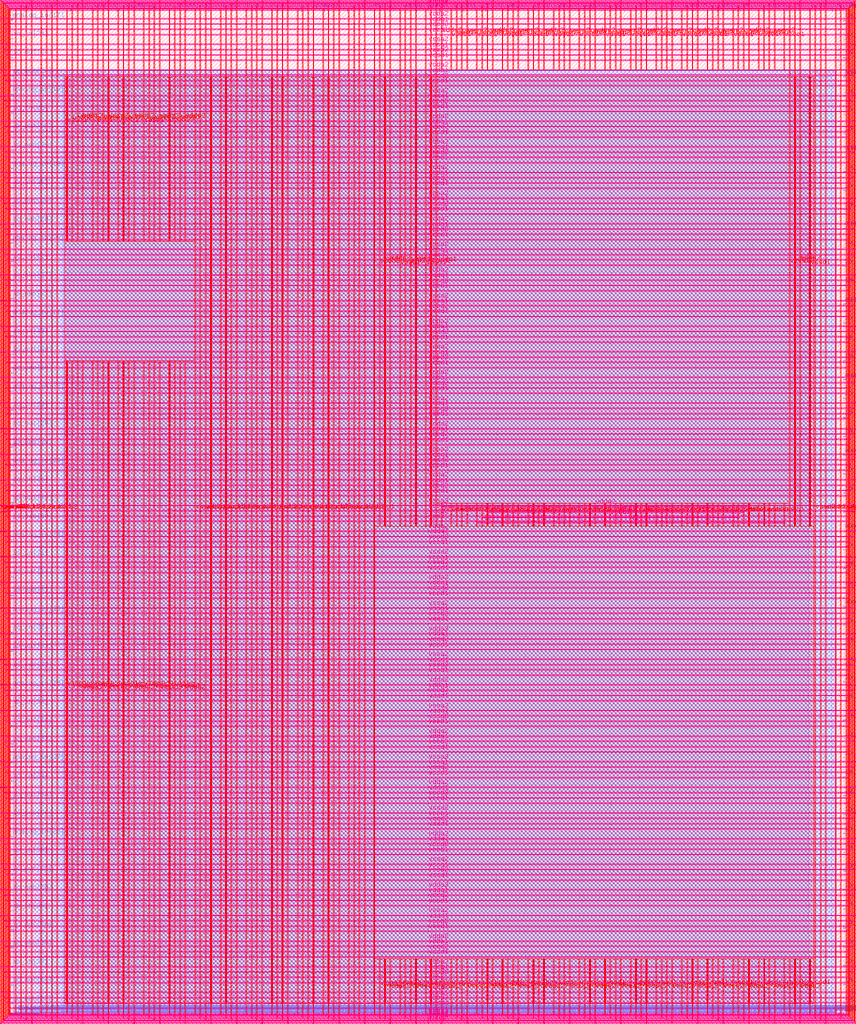
<source format=lef>
VERSION 5.7 ;
  NOWIREEXTENSIONATPIN ON ;
  DIVIDERCHAR "/" ;
  BUSBITCHARS "[]" ;
MACRO user_project_wrapper
  CLASS BLOCK ;
  FOREIGN user_project_wrapper ;
  ORIGIN 0.000 0.000 ;
  SIZE 2920.000 BY 3520.000 ;
  PIN analog_io[0]
    DIRECTION INOUT ;
    USE SIGNAL ;
    PORT
      LAYER met3 ;
        RECT 2917.600 1426.380 2924.800 1427.580 ;
    END
  END analog_io[0]
  PIN analog_io[10]
    DIRECTION INOUT ;
    USE SIGNAL ;
    PORT
      LAYER met2 ;
        RECT 2230.490 3517.600 2231.050 3524.800 ;
    END
  END analog_io[10]
  PIN analog_io[11]
    DIRECTION INOUT ;
    USE SIGNAL ;
    PORT
      LAYER met2 ;
        RECT 1905.730 3517.600 1906.290 3524.800 ;
    END
  END analog_io[11]
  PIN analog_io[12]
    DIRECTION INOUT ;
    USE SIGNAL ;
    PORT
      LAYER met2 ;
        RECT 1581.430 3517.600 1581.990 3524.800 ;
    END
  END analog_io[12]
  PIN analog_io[13]
    DIRECTION INOUT ;
    USE SIGNAL ;
    PORT
      LAYER met2 ;
        RECT 1257.130 3517.600 1257.690 3524.800 ;
    END
  END analog_io[13]
  PIN analog_io[14]
    DIRECTION INOUT ;
    USE SIGNAL ;
    PORT
      LAYER met2 ;
        RECT 932.370 3517.600 932.930 3524.800 ;
    END
  END analog_io[14]
  PIN analog_io[15]
    DIRECTION INOUT ;
    USE SIGNAL ;
    PORT
      LAYER met2 ;
        RECT 608.070 3517.600 608.630 3524.800 ;
    END
  END analog_io[15]
  PIN analog_io[16]
    DIRECTION INOUT ;
    USE SIGNAL ;
    PORT
      LAYER met2 ;
        RECT 283.770 3517.600 284.330 3524.800 ;
    END
  END analog_io[16]
  PIN analog_io[17]
    DIRECTION INOUT ;
    USE SIGNAL ;
    PORT
      LAYER met3 ;
        RECT -4.800 3486.100 2.400 3487.300 ;
    END
  END analog_io[17]
  PIN analog_io[18]
    DIRECTION INOUT ;
    USE SIGNAL ;
    PORT
      LAYER met3 ;
        RECT -4.800 3224.980 2.400 3226.180 ;
    END
  END analog_io[18]
  PIN analog_io[19]
    DIRECTION INOUT ;
    USE SIGNAL ;
    PORT
      LAYER met3 ;
        RECT -4.800 2964.540 2.400 2965.740 ;
    END
  END analog_io[19]
  PIN analog_io[1]
    DIRECTION INOUT ;
    USE SIGNAL ;
    PORT
      LAYER met3 ;
        RECT 2917.600 1692.260 2924.800 1693.460 ;
    END
  END analog_io[1]
  PIN analog_io[20]
    DIRECTION INOUT ;
    USE SIGNAL ;
    PORT
      LAYER met3 ;
        RECT -4.800 2703.420 2.400 2704.620 ;
    END
  END analog_io[20]
  PIN analog_io[21]
    DIRECTION INOUT ;
    USE SIGNAL ;
    PORT
      LAYER met3 ;
        RECT -4.800 2442.980 2.400 2444.180 ;
    END
  END analog_io[21]
  PIN analog_io[22]
    DIRECTION INOUT ;
    USE SIGNAL ;
    PORT
      LAYER met3 ;
        RECT -4.800 2182.540 2.400 2183.740 ;
    END
  END analog_io[22]
  PIN analog_io[23]
    DIRECTION INOUT ;
    USE SIGNAL ;
    PORT
      LAYER met3 ;
        RECT -4.800 1921.420 2.400 1922.620 ;
    END
  END analog_io[23]
  PIN analog_io[24]
    DIRECTION INOUT ;
    USE SIGNAL ;
    PORT
      LAYER met3 ;
        RECT -4.800 1660.980 2.400 1662.180 ;
    END
  END analog_io[24]
  PIN analog_io[25]
    DIRECTION INOUT ;
    USE SIGNAL ;
    PORT
      LAYER met3 ;
        RECT -4.800 1399.860 2.400 1401.060 ;
    END
  END analog_io[25]
  PIN analog_io[26]
    DIRECTION INOUT ;
    USE SIGNAL ;
    PORT
      LAYER met3 ;
        RECT -4.800 1139.420 2.400 1140.620 ;
    END
  END analog_io[26]
  PIN analog_io[27]
    DIRECTION INOUT ;
    USE SIGNAL ;
    PORT
      LAYER met3 ;
        RECT -4.800 878.980 2.400 880.180 ;
    END
  END analog_io[27]
  PIN analog_io[28]
    DIRECTION INOUT ;
    USE SIGNAL ;
    PORT
      LAYER met3 ;
        RECT -4.800 617.860 2.400 619.060 ;
    END
  END analog_io[28]
  PIN analog_io[2]
    DIRECTION INOUT ;
    USE SIGNAL ;
    PORT
      LAYER met3 ;
        RECT 2917.600 1958.140 2924.800 1959.340 ;
    END
  END analog_io[2]
  PIN analog_io[3]
    DIRECTION INOUT ;
    USE SIGNAL ;
    PORT
      LAYER met3 ;
        RECT 2917.600 2223.340 2924.800 2224.540 ;
    END
  END analog_io[3]
  PIN analog_io[4]
    DIRECTION INOUT ;
    USE SIGNAL ;
    PORT
      LAYER met3 ;
        RECT 2917.600 2489.220 2924.800 2490.420 ;
    END
  END analog_io[4]
  PIN analog_io[5]
    DIRECTION INOUT ;
    USE SIGNAL ;
    PORT
      LAYER met3 ;
        RECT 2917.600 2755.100 2924.800 2756.300 ;
    END
  END analog_io[5]
  PIN analog_io[6]
    DIRECTION INOUT ;
    USE SIGNAL ;
    PORT
      LAYER met3 ;
        RECT 2917.600 3020.300 2924.800 3021.500 ;
    END
  END analog_io[6]
  PIN analog_io[7]
    DIRECTION INOUT ;
    USE SIGNAL ;
    PORT
      LAYER met3 ;
        RECT 2917.600 3286.180 2924.800 3287.380 ;
    END
  END analog_io[7]
  PIN analog_io[8]
    DIRECTION INOUT ;
    USE SIGNAL ;
    PORT
      LAYER met2 ;
        RECT 2879.090 3517.600 2879.650 3524.800 ;
    END
  END analog_io[8]
  PIN analog_io[9]
    DIRECTION INOUT ;
    USE SIGNAL ;
    PORT
      LAYER met2 ;
        RECT 2554.790 3517.600 2555.350 3524.800 ;
    END
  END analog_io[9]
  PIN io_in[0]
    DIRECTION INPUT ;
    USE SIGNAL ;
    PORT
      LAYER met3 ;
        RECT 2917.600 32.380 2924.800 33.580 ;
    END
  END io_in[0]
  PIN io_in[10]
    DIRECTION INPUT ;
    USE SIGNAL ;
    PORT
      LAYER met3 ;
        RECT 2917.600 2289.980 2924.800 2291.180 ;
    END
  END io_in[10]
  PIN io_in[11]
    DIRECTION INPUT ;
    USE SIGNAL ;
    PORT
      LAYER met3 ;
        RECT 2917.600 2555.860 2924.800 2557.060 ;
    END
  END io_in[11]
  PIN io_in[12]
    DIRECTION INPUT ;
    USE SIGNAL ;
    PORT
      LAYER met3 ;
        RECT 2917.600 2821.060 2924.800 2822.260 ;
    END
  END io_in[12]
  PIN io_in[13]
    DIRECTION INPUT ;
    USE SIGNAL ;
    PORT
      LAYER met3 ;
        RECT 2917.600 3086.940 2924.800 3088.140 ;
    END
  END io_in[13]
  PIN io_in[14]
    DIRECTION INPUT ;
    USE SIGNAL ;
    PORT
      LAYER met3 ;
        RECT 2917.600 3352.820 2924.800 3354.020 ;
    END
  END io_in[14]
  PIN io_in[15]
    DIRECTION INPUT ;
    USE SIGNAL ;
    PORT
      LAYER met2 ;
        RECT 2798.130 3517.600 2798.690 3524.800 ;
    END
  END io_in[15]
  PIN io_in[16]
    DIRECTION INPUT ;
    USE SIGNAL ;
    PORT
      LAYER met2 ;
        RECT 2473.830 3517.600 2474.390 3524.800 ;
    END
  END io_in[16]
  PIN io_in[17]
    DIRECTION INPUT ;
    USE SIGNAL ;
    PORT
      LAYER met2 ;
        RECT 2149.070 3517.600 2149.630 3524.800 ;
    END
  END io_in[17]
  PIN io_in[18]
    DIRECTION INPUT ;
    USE SIGNAL ;
    PORT
      LAYER met2 ;
        RECT 1824.770 3517.600 1825.330 3524.800 ;
    END
  END io_in[18]
  PIN io_in[19]
    DIRECTION INPUT ;
    USE SIGNAL ;
    PORT
      LAYER met2 ;
        RECT 1500.470 3517.600 1501.030 3524.800 ;
    END
  END io_in[19]
  PIN io_in[1]
    DIRECTION INPUT ;
    USE SIGNAL ;
    PORT
      LAYER met3 ;
        RECT 2917.600 230.940 2924.800 232.140 ;
    END
  END io_in[1]
  PIN io_in[20]
    DIRECTION INPUT ;
    USE SIGNAL ;
    PORT
      LAYER met2 ;
        RECT 1175.710 3517.600 1176.270 3524.800 ;
    END
  END io_in[20]
  PIN io_in[21]
    DIRECTION INPUT ;
    USE SIGNAL ;
    PORT
      LAYER met2 ;
        RECT 851.410 3517.600 851.970 3524.800 ;
    END
  END io_in[21]
  PIN io_in[22]
    DIRECTION INPUT ;
    USE SIGNAL ;
    PORT
      LAYER met2 ;
        RECT 527.110 3517.600 527.670 3524.800 ;
    END
  END io_in[22]
  PIN io_in[23]
    DIRECTION INPUT ;
    USE SIGNAL ;
    PORT
      LAYER met2 ;
        RECT 202.350 3517.600 202.910 3524.800 ;
    END
  END io_in[23]
  PIN io_in[24]
    DIRECTION INPUT ;
    USE SIGNAL ;
    PORT
      LAYER met3 ;
        RECT -4.800 3420.820 2.400 3422.020 ;
    END
  END io_in[24]
  PIN io_in[25]
    DIRECTION INPUT ;
    USE SIGNAL ;
    PORT
      LAYER met3 ;
        RECT -4.800 3159.700 2.400 3160.900 ;
    END
  END io_in[25]
  PIN io_in[26]
    DIRECTION INPUT ;
    USE SIGNAL ;
    PORT
      LAYER met3 ;
        RECT -4.800 2899.260 2.400 2900.460 ;
    END
  END io_in[26]
  PIN io_in[27]
    DIRECTION INPUT ;
    USE SIGNAL ;
    PORT
      LAYER met3 ;
        RECT -4.800 2638.820 2.400 2640.020 ;
    END
  END io_in[27]
  PIN io_in[28]
    DIRECTION INPUT ;
    USE SIGNAL ;
    PORT
      LAYER met3 ;
        RECT -4.800 2377.700 2.400 2378.900 ;
    END
  END io_in[28]
  PIN io_in[29]
    DIRECTION INPUT ;
    USE SIGNAL ;
    PORT
      LAYER met3 ;
        RECT -4.800 2117.260 2.400 2118.460 ;
    END
  END io_in[29]
  PIN io_in[2]
    DIRECTION INPUT ;
    USE SIGNAL ;
    PORT
      LAYER met3 ;
        RECT 2917.600 430.180 2924.800 431.380 ;
    END
  END io_in[2]
  PIN io_in[30]
    DIRECTION INPUT ;
    USE SIGNAL ;
    PORT
      LAYER met3 ;
        RECT -4.800 1856.140 2.400 1857.340 ;
    END
  END io_in[30]
  PIN io_in[31]
    DIRECTION INPUT ;
    USE SIGNAL ;
    PORT
      LAYER met3 ;
        RECT -4.800 1595.700 2.400 1596.900 ;
    END
  END io_in[31]
  PIN io_in[32]
    DIRECTION INPUT ;
    USE SIGNAL ;
    PORT
      LAYER met3 ;
        RECT -4.800 1335.260 2.400 1336.460 ;
    END
  END io_in[32]
  PIN io_in[33]
    DIRECTION INPUT ;
    USE SIGNAL ;
    PORT
      LAYER met3 ;
        RECT -4.800 1074.140 2.400 1075.340 ;
    END
  END io_in[33]
  PIN io_in[34]
    DIRECTION INPUT ;
    USE SIGNAL ;
    PORT
      LAYER met3 ;
        RECT -4.800 813.700 2.400 814.900 ;
    END
  END io_in[34]
  PIN io_in[35]
    DIRECTION INPUT ;
    USE SIGNAL ;
    PORT
      LAYER met3 ;
        RECT -4.800 552.580 2.400 553.780 ;
    END
  END io_in[35]
  PIN io_in[36]
    DIRECTION INPUT ;
    USE SIGNAL ;
    PORT
      LAYER met3 ;
        RECT -4.800 357.420 2.400 358.620 ;
    END
  END io_in[36]
  PIN io_in[37]
    DIRECTION INPUT ;
    USE SIGNAL ;
    PORT
      LAYER met3 ;
        RECT -4.800 161.580 2.400 162.780 ;
    END
  END io_in[37]
  PIN io_in[3]
    DIRECTION INPUT ;
    USE SIGNAL ;
    PORT
      LAYER met3 ;
        RECT 2917.600 629.420 2924.800 630.620 ;
    END
  END io_in[3]
  PIN io_in[4]
    DIRECTION INPUT ;
    USE SIGNAL ;
    PORT
      LAYER met3 ;
        RECT 2917.600 828.660 2924.800 829.860 ;
    END
  END io_in[4]
  PIN io_in[5]
    DIRECTION INPUT ;
    USE SIGNAL ;
    PORT
      LAYER met3 ;
        RECT 2917.600 1027.900 2924.800 1029.100 ;
    END
  END io_in[5]
  PIN io_in[6]
    DIRECTION INPUT ;
    USE SIGNAL ;
    PORT
      LAYER met3 ;
        RECT 2917.600 1227.140 2924.800 1228.340 ;
    END
  END io_in[6]
  PIN io_in[7]
    DIRECTION INPUT ;
    USE SIGNAL ;
    PORT
      LAYER met3 ;
        RECT 2917.600 1493.020 2924.800 1494.220 ;
    END
  END io_in[7]
  PIN io_in[8]
    DIRECTION INPUT ;
    USE SIGNAL ;
    PORT
      LAYER met3 ;
        RECT 2917.600 1758.900 2924.800 1760.100 ;
    END
  END io_in[8]
  PIN io_in[9]
    DIRECTION INPUT ;
    USE SIGNAL ;
    PORT
      LAYER met3 ;
        RECT 2917.600 2024.100 2924.800 2025.300 ;
    END
  END io_in[9]
  PIN io_oeb[0]
    DIRECTION OUTPUT TRISTATE ;
    USE SIGNAL ;
    PORT
      LAYER met3 ;
        RECT 2917.600 164.980 2924.800 166.180 ;
    END
  END io_oeb[0]
  PIN io_oeb[10]
    DIRECTION OUTPUT TRISTATE ;
    USE SIGNAL ;
    PORT
      LAYER met3 ;
        RECT 2917.600 2422.580 2924.800 2423.780 ;
    END
  END io_oeb[10]
  PIN io_oeb[11]
    DIRECTION OUTPUT TRISTATE ;
    USE SIGNAL ;
    PORT
      LAYER met3 ;
        RECT 2917.600 2688.460 2924.800 2689.660 ;
    END
  END io_oeb[11]
  PIN io_oeb[12]
    DIRECTION OUTPUT TRISTATE ;
    USE SIGNAL ;
    PORT
      LAYER met3 ;
        RECT 2917.600 2954.340 2924.800 2955.540 ;
    END
  END io_oeb[12]
  PIN io_oeb[13]
    DIRECTION OUTPUT TRISTATE ;
    USE SIGNAL ;
    PORT
      LAYER met3 ;
        RECT 2917.600 3219.540 2924.800 3220.740 ;
    END
  END io_oeb[13]
  PIN io_oeb[14]
    DIRECTION OUTPUT TRISTATE ;
    USE SIGNAL ;
    PORT
      LAYER met3 ;
        RECT 2917.600 3485.420 2924.800 3486.620 ;
    END
  END io_oeb[14]
  PIN io_oeb[15]
    DIRECTION OUTPUT TRISTATE ;
    USE SIGNAL ;
    PORT
      LAYER met2 ;
        RECT 2635.750 3517.600 2636.310 3524.800 ;
    END
  END io_oeb[15]
  PIN io_oeb[16]
    DIRECTION OUTPUT TRISTATE ;
    USE SIGNAL ;
    PORT
      LAYER met2 ;
        RECT 2311.450 3517.600 2312.010 3524.800 ;
    END
  END io_oeb[16]
  PIN io_oeb[17]
    DIRECTION OUTPUT TRISTATE ;
    USE SIGNAL ;
    PORT
      LAYER met2 ;
        RECT 1987.150 3517.600 1987.710 3524.800 ;
    END
  END io_oeb[17]
  PIN io_oeb[18]
    DIRECTION OUTPUT TRISTATE ;
    USE SIGNAL ;
    PORT
      LAYER met2 ;
        RECT 1662.390 3517.600 1662.950 3524.800 ;
    END
  END io_oeb[18]
  PIN io_oeb[19]
    DIRECTION OUTPUT TRISTATE ;
    USE SIGNAL ;
    PORT
      LAYER met2 ;
        RECT 1338.090 3517.600 1338.650 3524.800 ;
    END
  END io_oeb[19]
  PIN io_oeb[1]
    DIRECTION OUTPUT TRISTATE ;
    USE SIGNAL ;
    PORT
      LAYER met3 ;
        RECT 2917.600 364.220 2924.800 365.420 ;
    END
  END io_oeb[1]
  PIN io_oeb[20]
    DIRECTION OUTPUT TRISTATE ;
    USE SIGNAL ;
    PORT
      LAYER met2 ;
        RECT 1013.790 3517.600 1014.350 3524.800 ;
    END
  END io_oeb[20]
  PIN io_oeb[21]
    DIRECTION OUTPUT TRISTATE ;
    USE SIGNAL ;
    PORT
      LAYER met2 ;
        RECT 689.030 3517.600 689.590 3524.800 ;
    END
  END io_oeb[21]
  PIN io_oeb[22]
    DIRECTION OUTPUT TRISTATE ;
    USE SIGNAL ;
    PORT
      LAYER met2 ;
        RECT 364.730 3517.600 365.290 3524.800 ;
    END
  END io_oeb[22]
  PIN io_oeb[23]
    DIRECTION OUTPUT TRISTATE ;
    USE SIGNAL ;
    PORT
      LAYER met2 ;
        RECT 40.430 3517.600 40.990 3524.800 ;
    END
  END io_oeb[23]
  PIN io_oeb[24]
    DIRECTION OUTPUT TRISTATE ;
    USE SIGNAL ;
    PORT
      LAYER met3 ;
        RECT -4.800 3290.260 2.400 3291.460 ;
    END
  END io_oeb[24]
  PIN io_oeb[25]
    DIRECTION OUTPUT TRISTATE ;
    USE SIGNAL ;
    PORT
      LAYER met3 ;
        RECT -4.800 3029.820 2.400 3031.020 ;
    END
  END io_oeb[25]
  PIN io_oeb[26]
    DIRECTION OUTPUT TRISTATE ;
    USE SIGNAL ;
    PORT
      LAYER met3 ;
        RECT -4.800 2768.700 2.400 2769.900 ;
    END
  END io_oeb[26]
  PIN io_oeb[27]
    DIRECTION OUTPUT TRISTATE ;
    USE SIGNAL ;
    PORT
      LAYER met3 ;
        RECT -4.800 2508.260 2.400 2509.460 ;
    END
  END io_oeb[27]
  PIN io_oeb[28]
    DIRECTION OUTPUT TRISTATE ;
    USE SIGNAL ;
    PORT
      LAYER met3 ;
        RECT -4.800 2247.140 2.400 2248.340 ;
    END
  END io_oeb[28]
  PIN io_oeb[29]
    DIRECTION OUTPUT TRISTATE ;
    USE SIGNAL ;
    PORT
      LAYER met3 ;
        RECT -4.800 1986.700 2.400 1987.900 ;
    END
  END io_oeb[29]
  PIN io_oeb[2]
    DIRECTION OUTPUT TRISTATE ;
    USE SIGNAL ;
    PORT
      LAYER met3 ;
        RECT 2917.600 563.460 2924.800 564.660 ;
    END
  END io_oeb[2]
  PIN io_oeb[30]
    DIRECTION OUTPUT TRISTATE ;
    USE SIGNAL ;
    PORT
      LAYER met3 ;
        RECT -4.800 1726.260 2.400 1727.460 ;
    END
  END io_oeb[30]
  PIN io_oeb[31]
    DIRECTION OUTPUT TRISTATE ;
    USE SIGNAL ;
    PORT
      LAYER met3 ;
        RECT -4.800 1465.140 2.400 1466.340 ;
    END
  END io_oeb[31]
  PIN io_oeb[32]
    DIRECTION OUTPUT TRISTATE ;
    USE SIGNAL ;
    PORT
      LAYER met3 ;
        RECT -4.800 1204.700 2.400 1205.900 ;
    END
  END io_oeb[32]
  PIN io_oeb[33]
    DIRECTION OUTPUT TRISTATE ;
    USE SIGNAL ;
    PORT
      LAYER met3 ;
        RECT -4.800 943.580 2.400 944.780 ;
    END
  END io_oeb[33]
  PIN io_oeb[34]
    DIRECTION OUTPUT TRISTATE ;
    USE SIGNAL ;
    PORT
      LAYER met3 ;
        RECT -4.800 683.140 2.400 684.340 ;
    END
  END io_oeb[34]
  PIN io_oeb[35]
    DIRECTION OUTPUT TRISTATE ;
    USE SIGNAL ;
    PORT
      LAYER met3 ;
        RECT -4.800 422.700 2.400 423.900 ;
    END
  END io_oeb[35]
  PIN io_oeb[36]
    DIRECTION OUTPUT TRISTATE ;
    USE SIGNAL ;
    PORT
      LAYER met3 ;
        RECT -4.800 226.860 2.400 228.060 ;
    END
  END io_oeb[36]
  PIN io_oeb[37]
    DIRECTION OUTPUT TRISTATE ;
    USE SIGNAL ;
    PORT
      LAYER met3 ;
        RECT -4.800 31.700 2.400 32.900 ;
    END
  END io_oeb[37]
  PIN io_oeb[3]
    DIRECTION OUTPUT TRISTATE ;
    USE SIGNAL ;
    PORT
      LAYER met3 ;
        RECT 2917.600 762.700 2924.800 763.900 ;
    END
  END io_oeb[3]
  PIN io_oeb[4]
    DIRECTION OUTPUT TRISTATE ;
    USE SIGNAL ;
    PORT
      LAYER met3 ;
        RECT 2917.600 961.940 2924.800 963.140 ;
    END
  END io_oeb[4]
  PIN io_oeb[5]
    DIRECTION OUTPUT TRISTATE ;
    USE SIGNAL ;
    PORT
      LAYER met3 ;
        RECT 2917.600 1161.180 2924.800 1162.380 ;
    END
  END io_oeb[5]
  PIN io_oeb[6]
    DIRECTION OUTPUT TRISTATE ;
    USE SIGNAL ;
    PORT
      LAYER met3 ;
        RECT 2917.600 1360.420 2924.800 1361.620 ;
    END
  END io_oeb[6]
  PIN io_oeb[7]
    DIRECTION OUTPUT TRISTATE ;
    USE SIGNAL ;
    PORT
      LAYER met3 ;
        RECT 2917.600 1625.620 2924.800 1626.820 ;
    END
  END io_oeb[7]
  PIN io_oeb[8]
    DIRECTION OUTPUT TRISTATE ;
    USE SIGNAL ;
    PORT
      LAYER met3 ;
        RECT 2917.600 1891.500 2924.800 1892.700 ;
    END
  END io_oeb[8]
  PIN io_oeb[9]
    DIRECTION OUTPUT TRISTATE ;
    USE SIGNAL ;
    PORT
      LAYER met3 ;
        RECT 2917.600 2157.380 2924.800 2158.580 ;
    END
  END io_oeb[9]
  PIN io_out[0]
    DIRECTION OUTPUT TRISTATE ;
    USE SIGNAL ;
    PORT
      LAYER met3 ;
        RECT 2917.600 98.340 2924.800 99.540 ;
    END
  END io_out[0]
  PIN io_out[10]
    DIRECTION OUTPUT TRISTATE ;
    USE SIGNAL ;
    PORT
      LAYER met3 ;
        RECT 2917.600 2356.620 2924.800 2357.820 ;
    END
  END io_out[10]
  PIN io_out[11]
    DIRECTION OUTPUT TRISTATE ;
    USE SIGNAL ;
    PORT
      LAYER met3 ;
        RECT 2917.600 2621.820 2924.800 2623.020 ;
    END
  END io_out[11]
  PIN io_out[12]
    DIRECTION OUTPUT TRISTATE ;
    USE SIGNAL ;
    PORT
      LAYER met3 ;
        RECT 2917.600 2887.700 2924.800 2888.900 ;
    END
  END io_out[12]
  PIN io_out[13]
    DIRECTION OUTPUT TRISTATE ;
    USE SIGNAL ;
    PORT
      LAYER met3 ;
        RECT 2917.600 3153.580 2924.800 3154.780 ;
    END
  END io_out[13]
  PIN io_out[14]
    DIRECTION OUTPUT TRISTATE ;
    USE SIGNAL ;
    PORT
      LAYER met3 ;
        RECT 2917.600 3418.780 2924.800 3419.980 ;
    END
  END io_out[14]
  PIN io_out[15]
    DIRECTION OUTPUT TRISTATE ;
    USE SIGNAL ;
    PORT
      LAYER met2 ;
        RECT 2717.170 3517.600 2717.730 3524.800 ;
    END
  END io_out[15]
  PIN io_out[16]
    DIRECTION OUTPUT TRISTATE ;
    USE SIGNAL ;
    PORT
      LAYER met2 ;
        RECT 2392.410 3517.600 2392.970 3524.800 ;
    END
  END io_out[16]
  PIN io_out[17]
    DIRECTION OUTPUT TRISTATE ;
    USE SIGNAL ;
    PORT
      LAYER met2 ;
        RECT 2068.110 3517.600 2068.670 3524.800 ;
    END
  END io_out[17]
  PIN io_out[18]
    DIRECTION OUTPUT TRISTATE ;
    USE SIGNAL ;
    PORT
      LAYER met2 ;
        RECT 1743.810 3517.600 1744.370 3524.800 ;
    END
  END io_out[18]
  PIN io_out[19]
    DIRECTION OUTPUT TRISTATE ;
    USE SIGNAL ;
    PORT
      LAYER met2 ;
        RECT 1419.050 3517.600 1419.610 3524.800 ;
    END
  END io_out[19]
  PIN io_out[1]
    DIRECTION OUTPUT TRISTATE ;
    USE SIGNAL ;
    PORT
      LAYER met3 ;
        RECT 2917.600 297.580 2924.800 298.780 ;
    END
  END io_out[1]
  PIN io_out[20]
    DIRECTION OUTPUT TRISTATE ;
    USE SIGNAL ;
    PORT
      LAYER met2 ;
        RECT 1094.750 3517.600 1095.310 3524.800 ;
    END
  END io_out[20]
  PIN io_out[21]
    DIRECTION OUTPUT TRISTATE ;
    USE SIGNAL ;
    PORT
      LAYER met2 ;
        RECT 770.450 3517.600 771.010 3524.800 ;
    END
  END io_out[21]
  PIN io_out[22]
    DIRECTION OUTPUT TRISTATE ;
    USE SIGNAL ;
    PORT
      LAYER met2 ;
        RECT 445.690 3517.600 446.250 3524.800 ;
    END
  END io_out[22]
  PIN io_out[23]
    DIRECTION OUTPUT TRISTATE ;
    USE SIGNAL ;
    PORT
      LAYER met2 ;
        RECT 121.390 3517.600 121.950 3524.800 ;
    END
  END io_out[23]
  PIN io_out[24]
    DIRECTION OUTPUT TRISTATE ;
    USE SIGNAL ;
    PORT
      LAYER met3 ;
        RECT -4.800 3355.540 2.400 3356.740 ;
    END
  END io_out[24]
  PIN io_out[25]
    DIRECTION OUTPUT TRISTATE ;
    USE SIGNAL ;
    PORT
      LAYER met3 ;
        RECT -4.800 3095.100 2.400 3096.300 ;
    END
  END io_out[25]
  PIN io_out[26]
    DIRECTION OUTPUT TRISTATE ;
    USE SIGNAL ;
    PORT
      LAYER met3 ;
        RECT -4.800 2833.980 2.400 2835.180 ;
    END
  END io_out[26]
  PIN io_out[27]
    DIRECTION OUTPUT TRISTATE ;
    USE SIGNAL ;
    PORT
      LAYER met3 ;
        RECT -4.800 2573.540 2.400 2574.740 ;
    END
  END io_out[27]
  PIN io_out[28]
    DIRECTION OUTPUT TRISTATE ;
    USE SIGNAL ;
    PORT
      LAYER met3 ;
        RECT -4.800 2312.420 2.400 2313.620 ;
    END
  END io_out[28]
  PIN io_out[29]
    DIRECTION OUTPUT TRISTATE ;
    USE SIGNAL ;
    PORT
      LAYER met3 ;
        RECT -4.800 2051.980 2.400 2053.180 ;
    END
  END io_out[29]
  PIN io_out[2]
    DIRECTION OUTPUT TRISTATE ;
    USE SIGNAL ;
    PORT
      LAYER met3 ;
        RECT 2917.600 496.820 2924.800 498.020 ;
    END
  END io_out[2]
  PIN io_out[30]
    DIRECTION OUTPUT TRISTATE ;
    USE SIGNAL ;
    PORT
      LAYER met3 ;
        RECT -4.800 1791.540 2.400 1792.740 ;
    END
  END io_out[30]
  PIN io_out[31]
    DIRECTION OUTPUT TRISTATE ;
    USE SIGNAL ;
    PORT
      LAYER met3 ;
        RECT -4.800 1530.420 2.400 1531.620 ;
    END
  END io_out[31]
  PIN io_out[32]
    DIRECTION OUTPUT TRISTATE ;
    USE SIGNAL ;
    PORT
      LAYER met3 ;
        RECT -4.800 1269.980 2.400 1271.180 ;
    END
  END io_out[32]
  PIN io_out[33]
    DIRECTION OUTPUT TRISTATE ;
    USE SIGNAL ;
    PORT
      LAYER met3 ;
        RECT -4.800 1008.860 2.400 1010.060 ;
    END
  END io_out[33]
  PIN io_out[34]
    DIRECTION OUTPUT TRISTATE ;
    USE SIGNAL ;
    PORT
      LAYER met3 ;
        RECT -4.800 748.420 2.400 749.620 ;
    END
  END io_out[34]
  PIN io_out[35]
    DIRECTION OUTPUT TRISTATE ;
    USE SIGNAL ;
    PORT
      LAYER met3 ;
        RECT -4.800 487.300 2.400 488.500 ;
    END
  END io_out[35]
  PIN io_out[36]
    DIRECTION OUTPUT TRISTATE ;
    USE SIGNAL ;
    PORT
      LAYER met3 ;
        RECT -4.800 292.140 2.400 293.340 ;
    END
  END io_out[36]
  PIN io_out[37]
    DIRECTION OUTPUT TRISTATE ;
    USE SIGNAL ;
    PORT
      LAYER met3 ;
        RECT -4.800 96.300 2.400 97.500 ;
    END
  END io_out[37]
  PIN io_out[3]
    DIRECTION OUTPUT TRISTATE ;
    USE SIGNAL ;
    PORT
      LAYER met3 ;
        RECT 2917.600 696.060 2924.800 697.260 ;
    END
  END io_out[3]
  PIN io_out[4]
    DIRECTION OUTPUT TRISTATE ;
    USE SIGNAL ;
    PORT
      LAYER met3 ;
        RECT 2917.600 895.300 2924.800 896.500 ;
    END
  END io_out[4]
  PIN io_out[5]
    DIRECTION OUTPUT TRISTATE ;
    USE SIGNAL ;
    PORT
      LAYER met3 ;
        RECT 2917.600 1094.540 2924.800 1095.740 ;
    END
  END io_out[5]
  PIN io_out[6]
    DIRECTION OUTPUT TRISTATE ;
    USE SIGNAL ;
    PORT
      LAYER met3 ;
        RECT 2917.600 1293.780 2924.800 1294.980 ;
    END
  END io_out[6]
  PIN io_out[7]
    DIRECTION OUTPUT TRISTATE ;
    USE SIGNAL ;
    PORT
      LAYER met3 ;
        RECT 2917.600 1559.660 2924.800 1560.860 ;
    END
  END io_out[7]
  PIN io_out[8]
    DIRECTION OUTPUT TRISTATE ;
    USE SIGNAL ;
    PORT
      LAYER met3 ;
        RECT 2917.600 1824.860 2924.800 1826.060 ;
    END
  END io_out[8]
  PIN io_out[9]
    DIRECTION OUTPUT TRISTATE ;
    USE SIGNAL ;
    PORT
      LAYER met3 ;
        RECT 2917.600 2090.740 2924.800 2091.940 ;
    END
  END io_out[9]
  PIN la_data_in[0]
    DIRECTION INPUT ;
    USE SIGNAL ;
    PORT
      LAYER met2 ;
        RECT 629.230 -4.800 629.790 2.400 ;
    END
  END la_data_in[0]
  PIN la_data_in[100]
    DIRECTION INPUT ;
    USE SIGNAL ;
    PORT
      LAYER met2 ;
        RECT 2402.530 -4.800 2403.090 2.400 ;
    END
  END la_data_in[100]
  PIN la_data_in[101]
    DIRECTION INPUT ;
    USE SIGNAL ;
    PORT
      LAYER met2 ;
        RECT 2420.010 -4.800 2420.570 2.400 ;
    END
  END la_data_in[101]
  PIN la_data_in[102]
    DIRECTION INPUT ;
    USE SIGNAL ;
    PORT
      LAYER met2 ;
        RECT 2437.950 -4.800 2438.510 2.400 ;
    END
  END la_data_in[102]
  PIN la_data_in[103]
    DIRECTION INPUT ;
    USE SIGNAL ;
    PORT
      LAYER met2 ;
        RECT 2455.430 -4.800 2455.990 2.400 ;
    END
  END la_data_in[103]
  PIN la_data_in[104]
    DIRECTION INPUT ;
    USE SIGNAL ;
    PORT
      LAYER met2 ;
        RECT 2473.370 -4.800 2473.930 2.400 ;
    END
  END la_data_in[104]
  PIN la_data_in[105]
    DIRECTION INPUT ;
    USE SIGNAL ;
    PORT
      LAYER met2 ;
        RECT 2490.850 -4.800 2491.410 2.400 ;
    END
  END la_data_in[105]
  PIN la_data_in[106]
    DIRECTION INPUT ;
    USE SIGNAL ;
    PORT
      LAYER met2 ;
        RECT 2508.790 -4.800 2509.350 2.400 ;
    END
  END la_data_in[106]
  PIN la_data_in[107]
    DIRECTION INPUT ;
    USE SIGNAL ;
    PORT
      LAYER met2 ;
        RECT 2526.730 -4.800 2527.290 2.400 ;
    END
  END la_data_in[107]
  PIN la_data_in[108]
    DIRECTION INPUT ;
    USE SIGNAL ;
    PORT
      LAYER met2 ;
        RECT 2544.210 -4.800 2544.770 2.400 ;
    END
  END la_data_in[108]
  PIN la_data_in[109]
    DIRECTION INPUT ;
    USE SIGNAL ;
    PORT
      LAYER met2 ;
        RECT 2562.150 -4.800 2562.710 2.400 ;
    END
  END la_data_in[109]
  PIN la_data_in[10]
    DIRECTION INPUT ;
    USE SIGNAL ;
    PORT
      LAYER met2 ;
        RECT 806.330 -4.800 806.890 2.400 ;
    END
  END la_data_in[10]
  PIN la_data_in[110]
    DIRECTION INPUT ;
    USE SIGNAL ;
    PORT
      LAYER met2 ;
        RECT 2579.630 -4.800 2580.190 2.400 ;
    END
  END la_data_in[110]
  PIN la_data_in[111]
    DIRECTION INPUT ;
    USE SIGNAL ;
    PORT
      LAYER met2 ;
        RECT 2597.570 -4.800 2598.130 2.400 ;
    END
  END la_data_in[111]
  PIN la_data_in[112]
    DIRECTION INPUT ;
    USE SIGNAL ;
    PORT
      LAYER met2 ;
        RECT 2615.050 -4.800 2615.610 2.400 ;
    END
  END la_data_in[112]
  PIN la_data_in[113]
    DIRECTION INPUT ;
    USE SIGNAL ;
    PORT
      LAYER met2 ;
        RECT 2632.990 -4.800 2633.550 2.400 ;
    END
  END la_data_in[113]
  PIN la_data_in[114]
    DIRECTION INPUT ;
    USE SIGNAL ;
    PORT
      LAYER met2 ;
        RECT 2650.470 -4.800 2651.030 2.400 ;
    END
  END la_data_in[114]
  PIN la_data_in[115]
    DIRECTION INPUT ;
    USE SIGNAL ;
    PORT
      LAYER met2 ;
        RECT 2668.410 -4.800 2668.970 2.400 ;
    END
  END la_data_in[115]
  PIN la_data_in[116]
    DIRECTION INPUT ;
    USE SIGNAL ;
    PORT
      LAYER met2 ;
        RECT 2685.890 -4.800 2686.450 2.400 ;
    END
  END la_data_in[116]
  PIN la_data_in[117]
    DIRECTION INPUT ;
    USE SIGNAL ;
    PORT
      LAYER met2 ;
        RECT 2703.830 -4.800 2704.390 2.400 ;
    END
  END la_data_in[117]
  PIN la_data_in[118]
    DIRECTION INPUT ;
    USE SIGNAL ;
    PORT
      LAYER met2 ;
        RECT 2721.770 -4.800 2722.330 2.400 ;
    END
  END la_data_in[118]
  PIN la_data_in[119]
    DIRECTION INPUT ;
    USE SIGNAL ;
    PORT
      LAYER met2 ;
        RECT 2739.250 -4.800 2739.810 2.400 ;
    END
  END la_data_in[119]
  PIN la_data_in[11]
    DIRECTION INPUT ;
    USE SIGNAL ;
    PORT
      LAYER met2 ;
        RECT 824.270 -4.800 824.830 2.400 ;
    END
  END la_data_in[11]
  PIN la_data_in[120]
    DIRECTION INPUT ;
    USE SIGNAL ;
    PORT
      LAYER met2 ;
        RECT 2757.190 -4.800 2757.750 2.400 ;
    END
  END la_data_in[120]
  PIN la_data_in[121]
    DIRECTION INPUT ;
    USE SIGNAL ;
    PORT
      LAYER met2 ;
        RECT 2774.670 -4.800 2775.230 2.400 ;
    END
  END la_data_in[121]
  PIN la_data_in[122]
    DIRECTION INPUT ;
    USE SIGNAL ;
    PORT
      LAYER met2 ;
        RECT 2792.610 -4.800 2793.170 2.400 ;
    END
  END la_data_in[122]
  PIN la_data_in[123]
    DIRECTION INPUT ;
    USE SIGNAL ;
    PORT
      LAYER met2 ;
        RECT 2810.090 -4.800 2810.650 2.400 ;
    END
  END la_data_in[123]
  PIN la_data_in[124]
    DIRECTION INPUT ;
    USE SIGNAL ;
    PORT
      LAYER met2 ;
        RECT 2828.030 -4.800 2828.590 2.400 ;
    END
  END la_data_in[124]
  PIN la_data_in[125]
    DIRECTION INPUT ;
    USE SIGNAL ;
    PORT
      LAYER met2 ;
        RECT 2845.510 -4.800 2846.070 2.400 ;
    END
  END la_data_in[125]
  PIN la_data_in[126]
    DIRECTION INPUT ;
    USE SIGNAL ;
    PORT
      LAYER met2 ;
        RECT 2863.450 -4.800 2864.010 2.400 ;
    END
  END la_data_in[126]
  PIN la_data_in[127]
    DIRECTION INPUT ;
    USE SIGNAL ;
    PORT
      LAYER met2 ;
        RECT 2881.390 -4.800 2881.950 2.400 ;
    END
  END la_data_in[127]
  PIN la_data_in[12]
    DIRECTION INPUT ;
    USE SIGNAL ;
    PORT
      LAYER met2 ;
        RECT 841.750 -4.800 842.310 2.400 ;
    END
  END la_data_in[12]
  PIN la_data_in[13]
    DIRECTION INPUT ;
    USE SIGNAL ;
    PORT
      LAYER met2 ;
        RECT 859.690 -4.800 860.250 2.400 ;
    END
  END la_data_in[13]
  PIN la_data_in[14]
    DIRECTION INPUT ;
    USE SIGNAL ;
    PORT
      LAYER met2 ;
        RECT 877.170 -4.800 877.730 2.400 ;
    END
  END la_data_in[14]
  PIN la_data_in[15]
    DIRECTION INPUT ;
    USE SIGNAL ;
    PORT
      LAYER met2 ;
        RECT 895.110 -4.800 895.670 2.400 ;
    END
  END la_data_in[15]
  PIN la_data_in[16]
    DIRECTION INPUT ;
    USE SIGNAL ;
    PORT
      LAYER met2 ;
        RECT 912.590 -4.800 913.150 2.400 ;
    END
  END la_data_in[16]
  PIN la_data_in[17]
    DIRECTION INPUT ;
    USE SIGNAL ;
    PORT
      LAYER met2 ;
        RECT 930.530 -4.800 931.090 2.400 ;
    END
  END la_data_in[17]
  PIN la_data_in[18]
    DIRECTION INPUT ;
    USE SIGNAL ;
    PORT
      LAYER met2 ;
        RECT 948.470 -4.800 949.030 2.400 ;
    END
  END la_data_in[18]
  PIN la_data_in[19]
    DIRECTION INPUT ;
    USE SIGNAL ;
    PORT
      LAYER met2 ;
        RECT 965.950 -4.800 966.510 2.400 ;
    END
  END la_data_in[19]
  PIN la_data_in[1]
    DIRECTION INPUT ;
    USE SIGNAL ;
    PORT
      LAYER met2 ;
        RECT 646.710 -4.800 647.270 2.400 ;
    END
  END la_data_in[1]
  PIN la_data_in[20]
    DIRECTION INPUT ;
    USE SIGNAL ;
    PORT
      LAYER met2 ;
        RECT 983.890 -4.800 984.450 2.400 ;
    END
  END la_data_in[20]
  PIN la_data_in[21]
    DIRECTION INPUT ;
    USE SIGNAL ;
    PORT
      LAYER met2 ;
        RECT 1001.370 -4.800 1001.930 2.400 ;
    END
  END la_data_in[21]
  PIN la_data_in[22]
    DIRECTION INPUT ;
    USE SIGNAL ;
    PORT
      LAYER met2 ;
        RECT 1019.310 -4.800 1019.870 2.400 ;
    END
  END la_data_in[22]
  PIN la_data_in[23]
    DIRECTION INPUT ;
    USE SIGNAL ;
    PORT
      LAYER met2 ;
        RECT 1036.790 -4.800 1037.350 2.400 ;
    END
  END la_data_in[23]
  PIN la_data_in[24]
    DIRECTION INPUT ;
    USE SIGNAL ;
    PORT
      LAYER met2 ;
        RECT 1054.730 -4.800 1055.290 2.400 ;
    END
  END la_data_in[24]
  PIN la_data_in[25]
    DIRECTION INPUT ;
    USE SIGNAL ;
    PORT
      LAYER met2 ;
        RECT 1072.210 -4.800 1072.770 2.400 ;
    END
  END la_data_in[25]
  PIN la_data_in[26]
    DIRECTION INPUT ;
    USE SIGNAL ;
    PORT
      LAYER met2 ;
        RECT 1090.150 -4.800 1090.710 2.400 ;
    END
  END la_data_in[26]
  PIN la_data_in[27]
    DIRECTION INPUT ;
    USE SIGNAL ;
    PORT
      LAYER met2 ;
        RECT 1107.630 -4.800 1108.190 2.400 ;
    END
  END la_data_in[27]
  PIN la_data_in[28]
    DIRECTION INPUT ;
    USE SIGNAL ;
    PORT
      LAYER met2 ;
        RECT 1125.570 -4.800 1126.130 2.400 ;
    END
  END la_data_in[28]
  PIN la_data_in[29]
    DIRECTION INPUT ;
    USE SIGNAL ;
    PORT
      LAYER met2 ;
        RECT 1143.510 -4.800 1144.070 2.400 ;
    END
  END la_data_in[29]
  PIN la_data_in[2]
    DIRECTION INPUT ;
    USE SIGNAL ;
    PORT
      LAYER met2 ;
        RECT 664.650 -4.800 665.210 2.400 ;
    END
  END la_data_in[2]
  PIN la_data_in[30]
    DIRECTION INPUT ;
    USE SIGNAL ;
    PORT
      LAYER met2 ;
        RECT 1160.990 -4.800 1161.550 2.400 ;
    END
  END la_data_in[30]
  PIN la_data_in[31]
    DIRECTION INPUT ;
    USE SIGNAL ;
    PORT
      LAYER met2 ;
        RECT 1178.930 -4.800 1179.490 2.400 ;
    END
  END la_data_in[31]
  PIN la_data_in[32]
    DIRECTION INPUT ;
    USE SIGNAL ;
    PORT
      LAYER met2 ;
        RECT 1196.410 -4.800 1196.970 2.400 ;
    END
  END la_data_in[32]
  PIN la_data_in[33]
    DIRECTION INPUT ;
    USE SIGNAL ;
    PORT
      LAYER met2 ;
        RECT 1214.350 -4.800 1214.910 2.400 ;
    END
  END la_data_in[33]
  PIN la_data_in[34]
    DIRECTION INPUT ;
    USE SIGNAL ;
    PORT
      LAYER met2 ;
        RECT 1231.830 -4.800 1232.390 2.400 ;
    END
  END la_data_in[34]
  PIN la_data_in[35]
    DIRECTION INPUT ;
    USE SIGNAL ;
    PORT
      LAYER met2 ;
        RECT 1249.770 -4.800 1250.330 2.400 ;
    END
  END la_data_in[35]
  PIN la_data_in[36]
    DIRECTION INPUT ;
    USE SIGNAL ;
    PORT
      LAYER met2 ;
        RECT 1267.250 -4.800 1267.810 2.400 ;
    END
  END la_data_in[36]
  PIN la_data_in[37]
    DIRECTION INPUT ;
    USE SIGNAL ;
    PORT
      LAYER met2 ;
        RECT 1285.190 -4.800 1285.750 2.400 ;
    END
  END la_data_in[37]
  PIN la_data_in[38]
    DIRECTION INPUT ;
    USE SIGNAL ;
    PORT
      LAYER met2 ;
        RECT 1303.130 -4.800 1303.690 2.400 ;
    END
  END la_data_in[38]
  PIN la_data_in[39]
    DIRECTION INPUT ;
    USE SIGNAL ;
    PORT
      LAYER met2 ;
        RECT 1320.610 -4.800 1321.170 2.400 ;
    END
  END la_data_in[39]
  PIN la_data_in[3]
    DIRECTION INPUT ;
    USE SIGNAL ;
    PORT
      LAYER met2 ;
        RECT 682.130 -4.800 682.690 2.400 ;
    END
  END la_data_in[3]
  PIN la_data_in[40]
    DIRECTION INPUT ;
    USE SIGNAL ;
    PORT
      LAYER met2 ;
        RECT 1338.550 -4.800 1339.110 2.400 ;
    END
  END la_data_in[40]
  PIN la_data_in[41]
    DIRECTION INPUT ;
    USE SIGNAL ;
    PORT
      LAYER met2 ;
        RECT 1356.030 -4.800 1356.590 2.400 ;
    END
  END la_data_in[41]
  PIN la_data_in[42]
    DIRECTION INPUT ;
    USE SIGNAL ;
    PORT
      LAYER met2 ;
        RECT 1373.970 -4.800 1374.530 2.400 ;
    END
  END la_data_in[42]
  PIN la_data_in[43]
    DIRECTION INPUT ;
    USE SIGNAL ;
    PORT
      LAYER met2 ;
        RECT 1391.450 -4.800 1392.010 2.400 ;
    END
  END la_data_in[43]
  PIN la_data_in[44]
    DIRECTION INPUT ;
    USE SIGNAL ;
    PORT
      LAYER met2 ;
        RECT 1409.390 -4.800 1409.950 2.400 ;
    END
  END la_data_in[44]
  PIN la_data_in[45]
    DIRECTION INPUT ;
    USE SIGNAL ;
    PORT
      LAYER met2 ;
        RECT 1426.870 -4.800 1427.430 2.400 ;
    END
  END la_data_in[45]
  PIN la_data_in[46]
    DIRECTION INPUT ;
    USE SIGNAL ;
    PORT
      LAYER met2 ;
        RECT 1444.810 -4.800 1445.370 2.400 ;
    END
  END la_data_in[46]
  PIN la_data_in[47]
    DIRECTION INPUT ;
    USE SIGNAL ;
    PORT
      LAYER met2 ;
        RECT 1462.750 -4.800 1463.310 2.400 ;
    END
  END la_data_in[47]
  PIN la_data_in[48]
    DIRECTION INPUT ;
    USE SIGNAL ;
    PORT
      LAYER met2 ;
        RECT 1480.230 -4.800 1480.790 2.400 ;
    END
  END la_data_in[48]
  PIN la_data_in[49]
    DIRECTION INPUT ;
    USE SIGNAL ;
    PORT
      LAYER met2 ;
        RECT 1498.170 -4.800 1498.730 2.400 ;
    END
  END la_data_in[49]
  PIN la_data_in[4]
    DIRECTION INPUT ;
    USE SIGNAL ;
    PORT
      LAYER met2 ;
        RECT 700.070 -4.800 700.630 2.400 ;
    END
  END la_data_in[4]
  PIN la_data_in[50]
    DIRECTION INPUT ;
    USE SIGNAL ;
    PORT
      LAYER met2 ;
        RECT 1515.650 -4.800 1516.210 2.400 ;
    END
  END la_data_in[50]
  PIN la_data_in[51]
    DIRECTION INPUT ;
    USE SIGNAL ;
    PORT
      LAYER met2 ;
        RECT 1533.590 -4.800 1534.150 2.400 ;
    END
  END la_data_in[51]
  PIN la_data_in[52]
    DIRECTION INPUT ;
    USE SIGNAL ;
    PORT
      LAYER met2 ;
        RECT 1551.070 -4.800 1551.630 2.400 ;
    END
  END la_data_in[52]
  PIN la_data_in[53]
    DIRECTION INPUT ;
    USE SIGNAL ;
    PORT
      LAYER met2 ;
        RECT 1569.010 -4.800 1569.570 2.400 ;
    END
  END la_data_in[53]
  PIN la_data_in[54]
    DIRECTION INPUT ;
    USE SIGNAL ;
    PORT
      LAYER met2 ;
        RECT 1586.490 -4.800 1587.050 2.400 ;
    END
  END la_data_in[54]
  PIN la_data_in[55]
    DIRECTION INPUT ;
    USE SIGNAL ;
    PORT
      LAYER met2 ;
        RECT 1604.430 -4.800 1604.990 2.400 ;
    END
  END la_data_in[55]
  PIN la_data_in[56]
    DIRECTION INPUT ;
    USE SIGNAL ;
    PORT
      LAYER met2 ;
        RECT 1621.910 -4.800 1622.470 2.400 ;
    END
  END la_data_in[56]
  PIN la_data_in[57]
    DIRECTION INPUT ;
    USE SIGNAL ;
    PORT
      LAYER met2 ;
        RECT 1639.850 -4.800 1640.410 2.400 ;
    END
  END la_data_in[57]
  PIN la_data_in[58]
    DIRECTION INPUT ;
    USE SIGNAL ;
    PORT
      LAYER met2 ;
        RECT 1657.790 -4.800 1658.350 2.400 ;
    END
  END la_data_in[58]
  PIN la_data_in[59]
    DIRECTION INPUT ;
    USE SIGNAL ;
    PORT
      LAYER met2 ;
        RECT 1675.270 -4.800 1675.830 2.400 ;
    END
  END la_data_in[59]
  PIN la_data_in[5]
    DIRECTION INPUT ;
    USE SIGNAL ;
    PORT
      LAYER met2 ;
        RECT 717.550 -4.800 718.110 2.400 ;
    END
  END la_data_in[5]
  PIN la_data_in[60]
    DIRECTION INPUT ;
    USE SIGNAL ;
    PORT
      LAYER met2 ;
        RECT 1693.210 -4.800 1693.770 2.400 ;
    END
  END la_data_in[60]
  PIN la_data_in[61]
    DIRECTION INPUT ;
    USE SIGNAL ;
    PORT
      LAYER met2 ;
        RECT 1710.690 -4.800 1711.250 2.400 ;
    END
  END la_data_in[61]
  PIN la_data_in[62]
    DIRECTION INPUT ;
    USE SIGNAL ;
    PORT
      LAYER met2 ;
        RECT 1728.630 -4.800 1729.190 2.400 ;
    END
  END la_data_in[62]
  PIN la_data_in[63]
    DIRECTION INPUT ;
    USE SIGNAL ;
    PORT
      LAYER met2 ;
        RECT 1746.110 -4.800 1746.670 2.400 ;
    END
  END la_data_in[63]
  PIN la_data_in[64]
    DIRECTION INPUT ;
    USE SIGNAL ;
    PORT
      LAYER met2 ;
        RECT 1764.050 -4.800 1764.610 2.400 ;
    END
  END la_data_in[64]
  PIN la_data_in[65]
    DIRECTION INPUT ;
    USE SIGNAL ;
    PORT
      LAYER met2 ;
        RECT 1781.530 -4.800 1782.090 2.400 ;
    END
  END la_data_in[65]
  PIN la_data_in[66]
    DIRECTION INPUT ;
    USE SIGNAL ;
    PORT
      LAYER met2 ;
        RECT 1799.470 -4.800 1800.030 2.400 ;
    END
  END la_data_in[66]
  PIN la_data_in[67]
    DIRECTION INPUT ;
    USE SIGNAL ;
    PORT
      LAYER met2 ;
        RECT 1817.410 -4.800 1817.970 2.400 ;
    END
  END la_data_in[67]
  PIN la_data_in[68]
    DIRECTION INPUT ;
    USE SIGNAL ;
    PORT
      LAYER met2 ;
        RECT 1834.890 -4.800 1835.450 2.400 ;
    END
  END la_data_in[68]
  PIN la_data_in[69]
    DIRECTION INPUT ;
    USE SIGNAL ;
    PORT
      LAYER met2 ;
        RECT 1852.830 -4.800 1853.390 2.400 ;
    END
  END la_data_in[69]
  PIN la_data_in[6]
    DIRECTION INPUT ;
    USE SIGNAL ;
    PORT
      LAYER met2 ;
        RECT 735.490 -4.800 736.050 2.400 ;
    END
  END la_data_in[6]
  PIN la_data_in[70]
    DIRECTION INPUT ;
    USE SIGNAL ;
    PORT
      LAYER met2 ;
        RECT 1870.310 -4.800 1870.870 2.400 ;
    END
  END la_data_in[70]
  PIN la_data_in[71]
    DIRECTION INPUT ;
    USE SIGNAL ;
    PORT
      LAYER met2 ;
        RECT 1888.250 -4.800 1888.810 2.400 ;
    END
  END la_data_in[71]
  PIN la_data_in[72]
    DIRECTION INPUT ;
    USE SIGNAL ;
    PORT
      LAYER met2 ;
        RECT 1905.730 -4.800 1906.290 2.400 ;
    END
  END la_data_in[72]
  PIN la_data_in[73]
    DIRECTION INPUT ;
    USE SIGNAL ;
    PORT
      LAYER met2 ;
        RECT 1923.670 -4.800 1924.230 2.400 ;
    END
  END la_data_in[73]
  PIN la_data_in[74]
    DIRECTION INPUT ;
    USE SIGNAL ;
    PORT
      LAYER met2 ;
        RECT 1941.150 -4.800 1941.710 2.400 ;
    END
  END la_data_in[74]
  PIN la_data_in[75]
    DIRECTION INPUT ;
    USE SIGNAL ;
    PORT
      LAYER met2 ;
        RECT 1959.090 -4.800 1959.650 2.400 ;
    END
  END la_data_in[75]
  PIN la_data_in[76]
    DIRECTION INPUT ;
    USE SIGNAL ;
    PORT
      LAYER met2 ;
        RECT 1976.570 -4.800 1977.130 2.400 ;
    END
  END la_data_in[76]
  PIN la_data_in[77]
    DIRECTION INPUT ;
    USE SIGNAL ;
    PORT
      LAYER met2 ;
        RECT 1994.510 -4.800 1995.070 2.400 ;
    END
  END la_data_in[77]
  PIN la_data_in[78]
    DIRECTION INPUT ;
    USE SIGNAL ;
    PORT
      LAYER met2 ;
        RECT 2012.450 -4.800 2013.010 2.400 ;
    END
  END la_data_in[78]
  PIN la_data_in[79]
    DIRECTION INPUT ;
    USE SIGNAL ;
    PORT
      LAYER met2 ;
        RECT 2029.930 -4.800 2030.490 2.400 ;
    END
  END la_data_in[79]
  PIN la_data_in[7]
    DIRECTION INPUT ;
    USE SIGNAL ;
    PORT
      LAYER met2 ;
        RECT 752.970 -4.800 753.530 2.400 ;
    END
  END la_data_in[7]
  PIN la_data_in[80]
    DIRECTION INPUT ;
    USE SIGNAL ;
    PORT
      LAYER met2 ;
        RECT 2047.870 -4.800 2048.430 2.400 ;
    END
  END la_data_in[80]
  PIN la_data_in[81]
    DIRECTION INPUT ;
    USE SIGNAL ;
    PORT
      LAYER met2 ;
        RECT 2065.350 -4.800 2065.910 2.400 ;
    END
  END la_data_in[81]
  PIN la_data_in[82]
    DIRECTION INPUT ;
    USE SIGNAL ;
    PORT
      LAYER met2 ;
        RECT 2083.290 -4.800 2083.850 2.400 ;
    END
  END la_data_in[82]
  PIN la_data_in[83]
    DIRECTION INPUT ;
    USE SIGNAL ;
    PORT
      LAYER met2 ;
        RECT 2100.770 -4.800 2101.330 2.400 ;
    END
  END la_data_in[83]
  PIN la_data_in[84]
    DIRECTION INPUT ;
    USE SIGNAL ;
    PORT
      LAYER met2 ;
        RECT 2118.710 -4.800 2119.270 2.400 ;
    END
  END la_data_in[84]
  PIN la_data_in[85]
    DIRECTION INPUT ;
    USE SIGNAL ;
    PORT
      LAYER met2 ;
        RECT 2136.190 -4.800 2136.750 2.400 ;
    END
  END la_data_in[85]
  PIN la_data_in[86]
    DIRECTION INPUT ;
    USE SIGNAL ;
    PORT
      LAYER met2 ;
        RECT 2154.130 -4.800 2154.690 2.400 ;
    END
  END la_data_in[86]
  PIN la_data_in[87]
    DIRECTION INPUT ;
    USE SIGNAL ;
    PORT
      LAYER met2 ;
        RECT 2172.070 -4.800 2172.630 2.400 ;
    END
  END la_data_in[87]
  PIN la_data_in[88]
    DIRECTION INPUT ;
    USE SIGNAL ;
    PORT
      LAYER met2 ;
        RECT 2189.550 -4.800 2190.110 2.400 ;
    END
  END la_data_in[88]
  PIN la_data_in[89]
    DIRECTION INPUT ;
    USE SIGNAL ;
    PORT
      LAYER met2 ;
        RECT 2207.490 -4.800 2208.050 2.400 ;
    END
  END la_data_in[89]
  PIN la_data_in[8]
    DIRECTION INPUT ;
    USE SIGNAL ;
    PORT
      LAYER met2 ;
        RECT 770.910 -4.800 771.470 2.400 ;
    END
  END la_data_in[8]
  PIN la_data_in[90]
    DIRECTION INPUT ;
    USE SIGNAL ;
    PORT
      LAYER met2 ;
        RECT 2224.970 -4.800 2225.530 2.400 ;
    END
  END la_data_in[90]
  PIN la_data_in[91]
    DIRECTION INPUT ;
    USE SIGNAL ;
    PORT
      LAYER met2 ;
        RECT 2242.910 -4.800 2243.470 2.400 ;
    END
  END la_data_in[91]
  PIN la_data_in[92]
    DIRECTION INPUT ;
    USE SIGNAL ;
    PORT
      LAYER met2 ;
        RECT 2260.390 -4.800 2260.950 2.400 ;
    END
  END la_data_in[92]
  PIN la_data_in[93]
    DIRECTION INPUT ;
    USE SIGNAL ;
    PORT
      LAYER met2 ;
        RECT 2278.330 -4.800 2278.890 2.400 ;
    END
  END la_data_in[93]
  PIN la_data_in[94]
    DIRECTION INPUT ;
    USE SIGNAL ;
    PORT
      LAYER met2 ;
        RECT 2295.810 -4.800 2296.370 2.400 ;
    END
  END la_data_in[94]
  PIN la_data_in[95]
    DIRECTION INPUT ;
    USE SIGNAL ;
    PORT
      LAYER met2 ;
        RECT 2313.750 -4.800 2314.310 2.400 ;
    END
  END la_data_in[95]
  PIN la_data_in[96]
    DIRECTION INPUT ;
    USE SIGNAL ;
    PORT
      LAYER met2 ;
        RECT 2331.230 -4.800 2331.790 2.400 ;
    END
  END la_data_in[96]
  PIN la_data_in[97]
    DIRECTION INPUT ;
    USE SIGNAL ;
    PORT
      LAYER met2 ;
        RECT 2349.170 -4.800 2349.730 2.400 ;
    END
  END la_data_in[97]
  PIN la_data_in[98]
    DIRECTION INPUT ;
    USE SIGNAL ;
    PORT
      LAYER met2 ;
        RECT 2367.110 -4.800 2367.670 2.400 ;
    END
  END la_data_in[98]
  PIN la_data_in[99]
    DIRECTION INPUT ;
    USE SIGNAL ;
    PORT
      LAYER met2 ;
        RECT 2384.590 -4.800 2385.150 2.400 ;
    END
  END la_data_in[99]
  PIN la_data_in[9]
    DIRECTION INPUT ;
    USE SIGNAL ;
    PORT
      LAYER met2 ;
        RECT 788.850 -4.800 789.410 2.400 ;
    END
  END la_data_in[9]
  PIN la_data_out[0]
    DIRECTION OUTPUT TRISTATE ;
    USE SIGNAL ;
    PORT
      LAYER met2 ;
        RECT 634.750 -4.800 635.310 2.400 ;
    END
  END la_data_out[0]
  PIN la_data_out[100]
    DIRECTION OUTPUT TRISTATE ;
    USE SIGNAL ;
    PORT
      LAYER met2 ;
        RECT 2408.510 -4.800 2409.070 2.400 ;
    END
  END la_data_out[100]
  PIN la_data_out[101]
    DIRECTION OUTPUT TRISTATE ;
    USE SIGNAL ;
    PORT
      LAYER met2 ;
        RECT 2425.990 -4.800 2426.550 2.400 ;
    END
  END la_data_out[101]
  PIN la_data_out[102]
    DIRECTION OUTPUT TRISTATE ;
    USE SIGNAL ;
    PORT
      LAYER met2 ;
        RECT 2443.930 -4.800 2444.490 2.400 ;
    END
  END la_data_out[102]
  PIN la_data_out[103]
    DIRECTION OUTPUT TRISTATE ;
    USE SIGNAL ;
    PORT
      LAYER met2 ;
        RECT 2461.410 -4.800 2461.970 2.400 ;
    END
  END la_data_out[103]
  PIN la_data_out[104]
    DIRECTION OUTPUT TRISTATE ;
    USE SIGNAL ;
    PORT
      LAYER met2 ;
        RECT 2479.350 -4.800 2479.910 2.400 ;
    END
  END la_data_out[104]
  PIN la_data_out[105]
    DIRECTION OUTPUT TRISTATE ;
    USE SIGNAL ;
    PORT
      LAYER met2 ;
        RECT 2496.830 -4.800 2497.390 2.400 ;
    END
  END la_data_out[105]
  PIN la_data_out[106]
    DIRECTION OUTPUT TRISTATE ;
    USE SIGNAL ;
    PORT
      LAYER met2 ;
        RECT 2514.770 -4.800 2515.330 2.400 ;
    END
  END la_data_out[106]
  PIN la_data_out[107]
    DIRECTION OUTPUT TRISTATE ;
    USE SIGNAL ;
    PORT
      LAYER met2 ;
        RECT 2532.250 -4.800 2532.810 2.400 ;
    END
  END la_data_out[107]
  PIN la_data_out[108]
    DIRECTION OUTPUT TRISTATE ;
    USE SIGNAL ;
    PORT
      LAYER met2 ;
        RECT 2550.190 -4.800 2550.750 2.400 ;
    END
  END la_data_out[108]
  PIN la_data_out[109]
    DIRECTION OUTPUT TRISTATE ;
    USE SIGNAL ;
    PORT
      LAYER met2 ;
        RECT 2567.670 -4.800 2568.230 2.400 ;
    END
  END la_data_out[109]
  PIN la_data_out[10]
    DIRECTION OUTPUT TRISTATE ;
    USE SIGNAL ;
    PORT
      LAYER met2 ;
        RECT 812.310 -4.800 812.870 2.400 ;
    END
  END la_data_out[10]
  PIN la_data_out[110]
    DIRECTION OUTPUT TRISTATE ;
    USE SIGNAL ;
    PORT
      LAYER met2 ;
        RECT 2585.610 -4.800 2586.170 2.400 ;
    END
  END la_data_out[110]
  PIN la_data_out[111]
    DIRECTION OUTPUT TRISTATE ;
    USE SIGNAL ;
    PORT
      LAYER met2 ;
        RECT 2603.550 -4.800 2604.110 2.400 ;
    END
  END la_data_out[111]
  PIN la_data_out[112]
    DIRECTION OUTPUT TRISTATE ;
    USE SIGNAL ;
    PORT
      LAYER met2 ;
        RECT 2621.030 -4.800 2621.590 2.400 ;
    END
  END la_data_out[112]
  PIN la_data_out[113]
    DIRECTION OUTPUT TRISTATE ;
    USE SIGNAL ;
    PORT
      LAYER met2 ;
        RECT 2638.970 -4.800 2639.530 2.400 ;
    END
  END la_data_out[113]
  PIN la_data_out[114]
    DIRECTION OUTPUT TRISTATE ;
    USE SIGNAL ;
    PORT
      LAYER met2 ;
        RECT 2656.450 -4.800 2657.010 2.400 ;
    END
  END la_data_out[114]
  PIN la_data_out[115]
    DIRECTION OUTPUT TRISTATE ;
    USE SIGNAL ;
    PORT
      LAYER met2 ;
        RECT 2674.390 -4.800 2674.950 2.400 ;
    END
  END la_data_out[115]
  PIN la_data_out[116]
    DIRECTION OUTPUT TRISTATE ;
    USE SIGNAL ;
    PORT
      LAYER met2 ;
        RECT 2691.870 -4.800 2692.430 2.400 ;
    END
  END la_data_out[116]
  PIN la_data_out[117]
    DIRECTION OUTPUT TRISTATE ;
    USE SIGNAL ;
    PORT
      LAYER met2 ;
        RECT 2709.810 -4.800 2710.370 2.400 ;
    END
  END la_data_out[117]
  PIN la_data_out[118]
    DIRECTION OUTPUT TRISTATE ;
    USE SIGNAL ;
    PORT
      LAYER met2 ;
        RECT 2727.290 -4.800 2727.850 2.400 ;
    END
  END la_data_out[118]
  PIN la_data_out[119]
    DIRECTION OUTPUT TRISTATE ;
    USE SIGNAL ;
    PORT
      LAYER met2 ;
        RECT 2745.230 -4.800 2745.790 2.400 ;
    END
  END la_data_out[119]
  PIN la_data_out[11]
    DIRECTION OUTPUT TRISTATE ;
    USE SIGNAL ;
    PORT
      LAYER met2 ;
        RECT 830.250 -4.800 830.810 2.400 ;
    END
  END la_data_out[11]
  PIN la_data_out[120]
    DIRECTION OUTPUT TRISTATE ;
    USE SIGNAL ;
    PORT
      LAYER met2 ;
        RECT 2763.170 -4.800 2763.730 2.400 ;
    END
  END la_data_out[120]
  PIN la_data_out[121]
    DIRECTION OUTPUT TRISTATE ;
    USE SIGNAL ;
    PORT
      LAYER met2 ;
        RECT 2780.650 -4.800 2781.210 2.400 ;
    END
  END la_data_out[121]
  PIN la_data_out[122]
    DIRECTION OUTPUT TRISTATE ;
    USE SIGNAL ;
    PORT
      LAYER met2 ;
        RECT 2798.590 -4.800 2799.150 2.400 ;
    END
  END la_data_out[122]
  PIN la_data_out[123]
    DIRECTION OUTPUT TRISTATE ;
    USE SIGNAL ;
    PORT
      LAYER met2 ;
        RECT 2816.070 -4.800 2816.630 2.400 ;
    END
  END la_data_out[123]
  PIN la_data_out[124]
    DIRECTION OUTPUT TRISTATE ;
    USE SIGNAL ;
    PORT
      LAYER met2 ;
        RECT 2834.010 -4.800 2834.570 2.400 ;
    END
  END la_data_out[124]
  PIN la_data_out[125]
    DIRECTION OUTPUT TRISTATE ;
    USE SIGNAL ;
    PORT
      LAYER met2 ;
        RECT 2851.490 -4.800 2852.050 2.400 ;
    END
  END la_data_out[125]
  PIN la_data_out[126]
    DIRECTION OUTPUT TRISTATE ;
    USE SIGNAL ;
    PORT
      LAYER met2 ;
        RECT 2869.430 -4.800 2869.990 2.400 ;
    END
  END la_data_out[126]
  PIN la_data_out[127]
    DIRECTION OUTPUT TRISTATE ;
    USE SIGNAL ;
    PORT
      LAYER met2 ;
        RECT 2886.910 -4.800 2887.470 2.400 ;
    END
  END la_data_out[127]
  PIN la_data_out[12]
    DIRECTION OUTPUT TRISTATE ;
    USE SIGNAL ;
    PORT
      LAYER met2 ;
        RECT 847.730 -4.800 848.290 2.400 ;
    END
  END la_data_out[12]
  PIN la_data_out[13]
    DIRECTION OUTPUT TRISTATE ;
    USE SIGNAL ;
    PORT
      LAYER met2 ;
        RECT 865.670 -4.800 866.230 2.400 ;
    END
  END la_data_out[13]
  PIN la_data_out[14]
    DIRECTION OUTPUT TRISTATE ;
    USE SIGNAL ;
    PORT
      LAYER met2 ;
        RECT 883.150 -4.800 883.710 2.400 ;
    END
  END la_data_out[14]
  PIN la_data_out[15]
    DIRECTION OUTPUT TRISTATE ;
    USE SIGNAL ;
    PORT
      LAYER met2 ;
        RECT 901.090 -4.800 901.650 2.400 ;
    END
  END la_data_out[15]
  PIN la_data_out[16]
    DIRECTION OUTPUT TRISTATE ;
    USE SIGNAL ;
    PORT
      LAYER met2 ;
        RECT 918.570 -4.800 919.130 2.400 ;
    END
  END la_data_out[16]
  PIN la_data_out[17]
    DIRECTION OUTPUT TRISTATE ;
    USE SIGNAL ;
    PORT
      LAYER met2 ;
        RECT 936.510 -4.800 937.070 2.400 ;
    END
  END la_data_out[17]
  PIN la_data_out[18]
    DIRECTION OUTPUT TRISTATE ;
    USE SIGNAL ;
    PORT
      LAYER met2 ;
        RECT 953.990 -4.800 954.550 2.400 ;
    END
  END la_data_out[18]
  PIN la_data_out[19]
    DIRECTION OUTPUT TRISTATE ;
    USE SIGNAL ;
    PORT
      LAYER met2 ;
        RECT 971.930 -4.800 972.490 2.400 ;
    END
  END la_data_out[19]
  PIN la_data_out[1]
    DIRECTION OUTPUT TRISTATE ;
    USE SIGNAL ;
    PORT
      LAYER met2 ;
        RECT 652.690 -4.800 653.250 2.400 ;
    END
  END la_data_out[1]
  PIN la_data_out[20]
    DIRECTION OUTPUT TRISTATE ;
    USE SIGNAL ;
    PORT
      LAYER met2 ;
        RECT 989.410 -4.800 989.970 2.400 ;
    END
  END la_data_out[20]
  PIN la_data_out[21]
    DIRECTION OUTPUT TRISTATE ;
    USE SIGNAL ;
    PORT
      LAYER met2 ;
        RECT 1007.350 -4.800 1007.910 2.400 ;
    END
  END la_data_out[21]
  PIN la_data_out[22]
    DIRECTION OUTPUT TRISTATE ;
    USE SIGNAL ;
    PORT
      LAYER met2 ;
        RECT 1025.290 -4.800 1025.850 2.400 ;
    END
  END la_data_out[22]
  PIN la_data_out[23]
    DIRECTION OUTPUT TRISTATE ;
    USE SIGNAL ;
    PORT
      LAYER met2 ;
        RECT 1042.770 -4.800 1043.330 2.400 ;
    END
  END la_data_out[23]
  PIN la_data_out[24]
    DIRECTION OUTPUT TRISTATE ;
    USE SIGNAL ;
    PORT
      LAYER met2 ;
        RECT 1060.710 -4.800 1061.270 2.400 ;
    END
  END la_data_out[24]
  PIN la_data_out[25]
    DIRECTION OUTPUT TRISTATE ;
    USE SIGNAL ;
    PORT
      LAYER met2 ;
        RECT 1078.190 -4.800 1078.750 2.400 ;
    END
  END la_data_out[25]
  PIN la_data_out[26]
    DIRECTION OUTPUT TRISTATE ;
    USE SIGNAL ;
    PORT
      LAYER met2 ;
        RECT 1096.130 -4.800 1096.690 2.400 ;
    END
  END la_data_out[26]
  PIN la_data_out[27]
    DIRECTION OUTPUT TRISTATE ;
    USE SIGNAL ;
    PORT
      LAYER met2 ;
        RECT 1113.610 -4.800 1114.170 2.400 ;
    END
  END la_data_out[27]
  PIN la_data_out[28]
    DIRECTION OUTPUT TRISTATE ;
    USE SIGNAL ;
    PORT
      LAYER met2 ;
        RECT 1131.550 -4.800 1132.110 2.400 ;
    END
  END la_data_out[28]
  PIN la_data_out[29]
    DIRECTION OUTPUT TRISTATE ;
    USE SIGNAL ;
    PORT
      LAYER met2 ;
        RECT 1149.030 -4.800 1149.590 2.400 ;
    END
  END la_data_out[29]
  PIN la_data_out[2]
    DIRECTION OUTPUT TRISTATE ;
    USE SIGNAL ;
    PORT
      LAYER met2 ;
        RECT 670.630 -4.800 671.190 2.400 ;
    END
  END la_data_out[2]
  PIN la_data_out[30]
    DIRECTION OUTPUT TRISTATE ;
    USE SIGNAL ;
    PORT
      LAYER met2 ;
        RECT 1166.970 -4.800 1167.530 2.400 ;
    END
  END la_data_out[30]
  PIN la_data_out[31]
    DIRECTION OUTPUT TRISTATE ;
    USE SIGNAL ;
    PORT
      LAYER met2 ;
        RECT 1184.910 -4.800 1185.470 2.400 ;
    END
  END la_data_out[31]
  PIN la_data_out[32]
    DIRECTION OUTPUT TRISTATE ;
    USE SIGNAL ;
    PORT
      LAYER met2 ;
        RECT 1202.390 -4.800 1202.950 2.400 ;
    END
  END la_data_out[32]
  PIN la_data_out[33]
    DIRECTION OUTPUT TRISTATE ;
    USE SIGNAL ;
    PORT
      LAYER met2 ;
        RECT 1220.330 -4.800 1220.890 2.400 ;
    END
  END la_data_out[33]
  PIN la_data_out[34]
    DIRECTION OUTPUT TRISTATE ;
    USE SIGNAL ;
    PORT
      LAYER met2 ;
        RECT 1237.810 -4.800 1238.370 2.400 ;
    END
  END la_data_out[34]
  PIN la_data_out[35]
    DIRECTION OUTPUT TRISTATE ;
    USE SIGNAL ;
    PORT
      LAYER met2 ;
        RECT 1255.750 -4.800 1256.310 2.400 ;
    END
  END la_data_out[35]
  PIN la_data_out[36]
    DIRECTION OUTPUT TRISTATE ;
    USE SIGNAL ;
    PORT
      LAYER met2 ;
        RECT 1273.230 -4.800 1273.790 2.400 ;
    END
  END la_data_out[36]
  PIN la_data_out[37]
    DIRECTION OUTPUT TRISTATE ;
    USE SIGNAL ;
    PORT
      LAYER met2 ;
        RECT 1291.170 -4.800 1291.730 2.400 ;
    END
  END la_data_out[37]
  PIN la_data_out[38]
    DIRECTION OUTPUT TRISTATE ;
    USE SIGNAL ;
    PORT
      LAYER met2 ;
        RECT 1308.650 -4.800 1309.210 2.400 ;
    END
  END la_data_out[38]
  PIN la_data_out[39]
    DIRECTION OUTPUT TRISTATE ;
    USE SIGNAL ;
    PORT
      LAYER met2 ;
        RECT 1326.590 -4.800 1327.150 2.400 ;
    END
  END la_data_out[39]
  PIN la_data_out[3]
    DIRECTION OUTPUT TRISTATE ;
    USE SIGNAL ;
    PORT
      LAYER met2 ;
        RECT 688.110 -4.800 688.670 2.400 ;
    END
  END la_data_out[3]
  PIN la_data_out[40]
    DIRECTION OUTPUT TRISTATE ;
    USE SIGNAL ;
    PORT
      LAYER met2 ;
        RECT 1344.070 -4.800 1344.630 2.400 ;
    END
  END la_data_out[40]
  PIN la_data_out[41]
    DIRECTION OUTPUT TRISTATE ;
    USE SIGNAL ;
    PORT
      LAYER met2 ;
        RECT 1362.010 -4.800 1362.570 2.400 ;
    END
  END la_data_out[41]
  PIN la_data_out[42]
    DIRECTION OUTPUT TRISTATE ;
    USE SIGNAL ;
    PORT
      LAYER met2 ;
        RECT 1379.950 -4.800 1380.510 2.400 ;
    END
  END la_data_out[42]
  PIN la_data_out[43]
    DIRECTION OUTPUT TRISTATE ;
    USE SIGNAL ;
    PORT
      LAYER met2 ;
        RECT 1397.430 -4.800 1397.990 2.400 ;
    END
  END la_data_out[43]
  PIN la_data_out[44]
    DIRECTION OUTPUT TRISTATE ;
    USE SIGNAL ;
    PORT
      LAYER met2 ;
        RECT 1415.370 -4.800 1415.930 2.400 ;
    END
  END la_data_out[44]
  PIN la_data_out[45]
    DIRECTION OUTPUT TRISTATE ;
    USE SIGNAL ;
    PORT
      LAYER met2 ;
        RECT 1432.850 -4.800 1433.410 2.400 ;
    END
  END la_data_out[45]
  PIN la_data_out[46]
    DIRECTION OUTPUT TRISTATE ;
    USE SIGNAL ;
    PORT
      LAYER met2 ;
        RECT 1450.790 -4.800 1451.350 2.400 ;
    END
  END la_data_out[46]
  PIN la_data_out[47]
    DIRECTION OUTPUT TRISTATE ;
    USE SIGNAL ;
    PORT
      LAYER met2 ;
        RECT 1468.270 -4.800 1468.830 2.400 ;
    END
  END la_data_out[47]
  PIN la_data_out[48]
    DIRECTION OUTPUT TRISTATE ;
    USE SIGNAL ;
    PORT
      LAYER met2 ;
        RECT 1486.210 -4.800 1486.770 2.400 ;
    END
  END la_data_out[48]
  PIN la_data_out[49]
    DIRECTION OUTPUT TRISTATE ;
    USE SIGNAL ;
    PORT
      LAYER met2 ;
        RECT 1503.690 -4.800 1504.250 2.400 ;
    END
  END la_data_out[49]
  PIN la_data_out[4]
    DIRECTION OUTPUT TRISTATE ;
    USE SIGNAL ;
    PORT
      LAYER met2 ;
        RECT 706.050 -4.800 706.610 2.400 ;
    END
  END la_data_out[4]
  PIN la_data_out[50]
    DIRECTION OUTPUT TRISTATE ;
    USE SIGNAL ;
    PORT
      LAYER met2 ;
        RECT 1521.630 -4.800 1522.190 2.400 ;
    END
  END la_data_out[50]
  PIN la_data_out[51]
    DIRECTION OUTPUT TRISTATE ;
    USE SIGNAL ;
    PORT
      LAYER met2 ;
        RECT 1539.570 -4.800 1540.130 2.400 ;
    END
  END la_data_out[51]
  PIN la_data_out[52]
    DIRECTION OUTPUT TRISTATE ;
    USE SIGNAL ;
    PORT
      LAYER met2 ;
        RECT 1557.050 -4.800 1557.610 2.400 ;
    END
  END la_data_out[52]
  PIN la_data_out[53]
    DIRECTION OUTPUT TRISTATE ;
    USE SIGNAL ;
    PORT
      LAYER met2 ;
        RECT 1574.990 -4.800 1575.550 2.400 ;
    END
  END la_data_out[53]
  PIN la_data_out[54]
    DIRECTION OUTPUT TRISTATE ;
    USE SIGNAL ;
    PORT
      LAYER met2 ;
        RECT 1592.470 -4.800 1593.030 2.400 ;
    END
  END la_data_out[54]
  PIN la_data_out[55]
    DIRECTION OUTPUT TRISTATE ;
    USE SIGNAL ;
    PORT
      LAYER met2 ;
        RECT 1610.410 -4.800 1610.970 2.400 ;
    END
  END la_data_out[55]
  PIN la_data_out[56]
    DIRECTION OUTPUT TRISTATE ;
    USE SIGNAL ;
    PORT
      LAYER met2 ;
        RECT 1627.890 -4.800 1628.450 2.400 ;
    END
  END la_data_out[56]
  PIN la_data_out[57]
    DIRECTION OUTPUT TRISTATE ;
    USE SIGNAL ;
    PORT
      LAYER met2 ;
        RECT 1645.830 -4.800 1646.390 2.400 ;
    END
  END la_data_out[57]
  PIN la_data_out[58]
    DIRECTION OUTPUT TRISTATE ;
    USE SIGNAL ;
    PORT
      LAYER met2 ;
        RECT 1663.310 -4.800 1663.870 2.400 ;
    END
  END la_data_out[58]
  PIN la_data_out[59]
    DIRECTION OUTPUT TRISTATE ;
    USE SIGNAL ;
    PORT
      LAYER met2 ;
        RECT 1681.250 -4.800 1681.810 2.400 ;
    END
  END la_data_out[59]
  PIN la_data_out[5]
    DIRECTION OUTPUT TRISTATE ;
    USE SIGNAL ;
    PORT
      LAYER met2 ;
        RECT 723.530 -4.800 724.090 2.400 ;
    END
  END la_data_out[5]
  PIN la_data_out[60]
    DIRECTION OUTPUT TRISTATE ;
    USE SIGNAL ;
    PORT
      LAYER met2 ;
        RECT 1699.190 -4.800 1699.750 2.400 ;
    END
  END la_data_out[60]
  PIN la_data_out[61]
    DIRECTION OUTPUT TRISTATE ;
    USE SIGNAL ;
    PORT
      LAYER met2 ;
        RECT 1716.670 -4.800 1717.230 2.400 ;
    END
  END la_data_out[61]
  PIN la_data_out[62]
    DIRECTION OUTPUT TRISTATE ;
    USE SIGNAL ;
    PORT
      LAYER met2 ;
        RECT 1734.610 -4.800 1735.170 2.400 ;
    END
  END la_data_out[62]
  PIN la_data_out[63]
    DIRECTION OUTPUT TRISTATE ;
    USE SIGNAL ;
    PORT
      LAYER met2 ;
        RECT 1752.090 -4.800 1752.650 2.400 ;
    END
  END la_data_out[63]
  PIN la_data_out[64]
    DIRECTION OUTPUT TRISTATE ;
    USE SIGNAL ;
    PORT
      LAYER met2 ;
        RECT 1770.030 -4.800 1770.590 2.400 ;
    END
  END la_data_out[64]
  PIN la_data_out[65]
    DIRECTION OUTPUT TRISTATE ;
    USE SIGNAL ;
    PORT
      LAYER met2 ;
        RECT 1787.510 -4.800 1788.070 2.400 ;
    END
  END la_data_out[65]
  PIN la_data_out[66]
    DIRECTION OUTPUT TRISTATE ;
    USE SIGNAL ;
    PORT
      LAYER met2 ;
        RECT 1805.450 -4.800 1806.010 2.400 ;
    END
  END la_data_out[66]
  PIN la_data_out[67]
    DIRECTION OUTPUT TRISTATE ;
    USE SIGNAL ;
    PORT
      LAYER met2 ;
        RECT 1822.930 -4.800 1823.490 2.400 ;
    END
  END la_data_out[67]
  PIN la_data_out[68]
    DIRECTION OUTPUT TRISTATE ;
    USE SIGNAL ;
    PORT
      LAYER met2 ;
        RECT 1840.870 -4.800 1841.430 2.400 ;
    END
  END la_data_out[68]
  PIN la_data_out[69]
    DIRECTION OUTPUT TRISTATE ;
    USE SIGNAL ;
    PORT
      LAYER met2 ;
        RECT 1858.350 -4.800 1858.910 2.400 ;
    END
  END la_data_out[69]
  PIN la_data_out[6]
    DIRECTION OUTPUT TRISTATE ;
    USE SIGNAL ;
    PORT
      LAYER met2 ;
        RECT 741.470 -4.800 742.030 2.400 ;
    END
  END la_data_out[6]
  PIN la_data_out[70]
    DIRECTION OUTPUT TRISTATE ;
    USE SIGNAL ;
    PORT
      LAYER met2 ;
        RECT 1876.290 -4.800 1876.850 2.400 ;
    END
  END la_data_out[70]
  PIN la_data_out[71]
    DIRECTION OUTPUT TRISTATE ;
    USE SIGNAL ;
    PORT
      LAYER met2 ;
        RECT 1894.230 -4.800 1894.790 2.400 ;
    END
  END la_data_out[71]
  PIN la_data_out[72]
    DIRECTION OUTPUT TRISTATE ;
    USE SIGNAL ;
    PORT
      LAYER met2 ;
        RECT 1911.710 -4.800 1912.270 2.400 ;
    END
  END la_data_out[72]
  PIN la_data_out[73]
    DIRECTION OUTPUT TRISTATE ;
    USE SIGNAL ;
    PORT
      LAYER met2 ;
        RECT 1929.650 -4.800 1930.210 2.400 ;
    END
  END la_data_out[73]
  PIN la_data_out[74]
    DIRECTION OUTPUT TRISTATE ;
    USE SIGNAL ;
    PORT
      LAYER met2 ;
        RECT 1947.130 -4.800 1947.690 2.400 ;
    END
  END la_data_out[74]
  PIN la_data_out[75]
    DIRECTION OUTPUT TRISTATE ;
    USE SIGNAL ;
    PORT
      LAYER met2 ;
        RECT 1965.070 -4.800 1965.630 2.400 ;
    END
  END la_data_out[75]
  PIN la_data_out[76]
    DIRECTION OUTPUT TRISTATE ;
    USE SIGNAL ;
    PORT
      LAYER met2 ;
        RECT 1982.550 -4.800 1983.110 2.400 ;
    END
  END la_data_out[76]
  PIN la_data_out[77]
    DIRECTION OUTPUT TRISTATE ;
    USE SIGNAL ;
    PORT
      LAYER met2 ;
        RECT 2000.490 -4.800 2001.050 2.400 ;
    END
  END la_data_out[77]
  PIN la_data_out[78]
    DIRECTION OUTPUT TRISTATE ;
    USE SIGNAL ;
    PORT
      LAYER met2 ;
        RECT 2017.970 -4.800 2018.530 2.400 ;
    END
  END la_data_out[78]
  PIN la_data_out[79]
    DIRECTION OUTPUT TRISTATE ;
    USE SIGNAL ;
    PORT
      LAYER met2 ;
        RECT 2035.910 -4.800 2036.470 2.400 ;
    END
  END la_data_out[79]
  PIN la_data_out[7]
    DIRECTION OUTPUT TRISTATE ;
    USE SIGNAL ;
    PORT
      LAYER met2 ;
        RECT 758.950 -4.800 759.510 2.400 ;
    END
  END la_data_out[7]
  PIN la_data_out[80]
    DIRECTION OUTPUT TRISTATE ;
    USE SIGNAL ;
    PORT
      LAYER met2 ;
        RECT 2053.850 -4.800 2054.410 2.400 ;
    END
  END la_data_out[80]
  PIN la_data_out[81]
    DIRECTION OUTPUT TRISTATE ;
    USE SIGNAL ;
    PORT
      LAYER met2 ;
        RECT 2071.330 -4.800 2071.890 2.400 ;
    END
  END la_data_out[81]
  PIN la_data_out[82]
    DIRECTION OUTPUT TRISTATE ;
    USE SIGNAL ;
    PORT
      LAYER met2 ;
        RECT 2089.270 -4.800 2089.830 2.400 ;
    END
  END la_data_out[82]
  PIN la_data_out[83]
    DIRECTION OUTPUT TRISTATE ;
    USE SIGNAL ;
    PORT
      LAYER met2 ;
        RECT 2106.750 -4.800 2107.310 2.400 ;
    END
  END la_data_out[83]
  PIN la_data_out[84]
    DIRECTION OUTPUT TRISTATE ;
    USE SIGNAL ;
    PORT
      LAYER met2 ;
        RECT 2124.690 -4.800 2125.250 2.400 ;
    END
  END la_data_out[84]
  PIN la_data_out[85]
    DIRECTION OUTPUT TRISTATE ;
    USE SIGNAL ;
    PORT
      LAYER met2 ;
        RECT 2142.170 -4.800 2142.730 2.400 ;
    END
  END la_data_out[85]
  PIN la_data_out[86]
    DIRECTION OUTPUT TRISTATE ;
    USE SIGNAL ;
    PORT
      LAYER met2 ;
        RECT 2160.110 -4.800 2160.670 2.400 ;
    END
  END la_data_out[86]
  PIN la_data_out[87]
    DIRECTION OUTPUT TRISTATE ;
    USE SIGNAL ;
    PORT
      LAYER met2 ;
        RECT 2177.590 -4.800 2178.150 2.400 ;
    END
  END la_data_out[87]
  PIN la_data_out[88]
    DIRECTION OUTPUT TRISTATE ;
    USE SIGNAL ;
    PORT
      LAYER met2 ;
        RECT 2195.530 -4.800 2196.090 2.400 ;
    END
  END la_data_out[88]
  PIN la_data_out[89]
    DIRECTION OUTPUT TRISTATE ;
    USE SIGNAL ;
    PORT
      LAYER met2 ;
        RECT 2213.010 -4.800 2213.570 2.400 ;
    END
  END la_data_out[89]
  PIN la_data_out[8]
    DIRECTION OUTPUT TRISTATE ;
    USE SIGNAL ;
    PORT
      LAYER met2 ;
        RECT 776.890 -4.800 777.450 2.400 ;
    END
  END la_data_out[8]
  PIN la_data_out[90]
    DIRECTION OUTPUT TRISTATE ;
    USE SIGNAL ;
    PORT
      LAYER met2 ;
        RECT 2230.950 -4.800 2231.510 2.400 ;
    END
  END la_data_out[90]
  PIN la_data_out[91]
    DIRECTION OUTPUT TRISTATE ;
    USE SIGNAL ;
    PORT
      LAYER met2 ;
        RECT 2248.890 -4.800 2249.450 2.400 ;
    END
  END la_data_out[91]
  PIN la_data_out[92]
    DIRECTION OUTPUT TRISTATE ;
    USE SIGNAL ;
    PORT
      LAYER met2 ;
        RECT 2266.370 -4.800 2266.930 2.400 ;
    END
  END la_data_out[92]
  PIN la_data_out[93]
    DIRECTION OUTPUT TRISTATE ;
    USE SIGNAL ;
    PORT
      LAYER met2 ;
        RECT 2284.310 -4.800 2284.870 2.400 ;
    END
  END la_data_out[93]
  PIN la_data_out[94]
    DIRECTION OUTPUT TRISTATE ;
    USE SIGNAL ;
    PORT
      LAYER met2 ;
        RECT 2301.790 -4.800 2302.350 2.400 ;
    END
  END la_data_out[94]
  PIN la_data_out[95]
    DIRECTION OUTPUT TRISTATE ;
    USE SIGNAL ;
    PORT
      LAYER met2 ;
        RECT 2319.730 -4.800 2320.290 2.400 ;
    END
  END la_data_out[95]
  PIN la_data_out[96]
    DIRECTION OUTPUT TRISTATE ;
    USE SIGNAL ;
    PORT
      LAYER met2 ;
        RECT 2337.210 -4.800 2337.770 2.400 ;
    END
  END la_data_out[96]
  PIN la_data_out[97]
    DIRECTION OUTPUT TRISTATE ;
    USE SIGNAL ;
    PORT
      LAYER met2 ;
        RECT 2355.150 -4.800 2355.710 2.400 ;
    END
  END la_data_out[97]
  PIN la_data_out[98]
    DIRECTION OUTPUT TRISTATE ;
    USE SIGNAL ;
    PORT
      LAYER met2 ;
        RECT 2372.630 -4.800 2373.190 2.400 ;
    END
  END la_data_out[98]
  PIN la_data_out[99]
    DIRECTION OUTPUT TRISTATE ;
    USE SIGNAL ;
    PORT
      LAYER met2 ;
        RECT 2390.570 -4.800 2391.130 2.400 ;
    END
  END la_data_out[99]
  PIN la_data_out[9]
    DIRECTION OUTPUT TRISTATE ;
    USE SIGNAL ;
    PORT
      LAYER met2 ;
        RECT 794.370 -4.800 794.930 2.400 ;
    END
  END la_data_out[9]
  PIN la_oenb[0]
    DIRECTION INPUT ;
    USE SIGNAL ;
    PORT
      LAYER met2 ;
        RECT 640.730 -4.800 641.290 2.400 ;
    END
  END la_oenb[0]
  PIN la_oenb[100]
    DIRECTION INPUT ;
    USE SIGNAL ;
    PORT
      LAYER met2 ;
        RECT 2414.030 -4.800 2414.590 2.400 ;
    END
  END la_oenb[100]
  PIN la_oenb[101]
    DIRECTION INPUT ;
    USE SIGNAL ;
    PORT
      LAYER met2 ;
        RECT 2431.970 -4.800 2432.530 2.400 ;
    END
  END la_oenb[101]
  PIN la_oenb[102]
    DIRECTION INPUT ;
    USE SIGNAL ;
    PORT
      LAYER met2 ;
        RECT 2449.450 -4.800 2450.010 2.400 ;
    END
  END la_oenb[102]
  PIN la_oenb[103]
    DIRECTION INPUT ;
    USE SIGNAL ;
    PORT
      LAYER met2 ;
        RECT 2467.390 -4.800 2467.950 2.400 ;
    END
  END la_oenb[103]
  PIN la_oenb[104]
    DIRECTION INPUT ;
    USE SIGNAL ;
    PORT
      LAYER met2 ;
        RECT 2485.330 -4.800 2485.890 2.400 ;
    END
  END la_oenb[104]
  PIN la_oenb[105]
    DIRECTION INPUT ;
    USE SIGNAL ;
    PORT
      LAYER met2 ;
        RECT 2502.810 -4.800 2503.370 2.400 ;
    END
  END la_oenb[105]
  PIN la_oenb[106]
    DIRECTION INPUT ;
    USE SIGNAL ;
    PORT
      LAYER met2 ;
        RECT 2520.750 -4.800 2521.310 2.400 ;
    END
  END la_oenb[106]
  PIN la_oenb[107]
    DIRECTION INPUT ;
    USE SIGNAL ;
    PORT
      LAYER met2 ;
        RECT 2538.230 -4.800 2538.790 2.400 ;
    END
  END la_oenb[107]
  PIN la_oenb[108]
    DIRECTION INPUT ;
    USE SIGNAL ;
    PORT
      LAYER met2 ;
        RECT 2556.170 -4.800 2556.730 2.400 ;
    END
  END la_oenb[108]
  PIN la_oenb[109]
    DIRECTION INPUT ;
    USE SIGNAL ;
    PORT
      LAYER met2 ;
        RECT 2573.650 -4.800 2574.210 2.400 ;
    END
  END la_oenb[109]
  PIN la_oenb[10]
    DIRECTION INPUT ;
    USE SIGNAL ;
    PORT
      LAYER met2 ;
        RECT 818.290 -4.800 818.850 2.400 ;
    END
  END la_oenb[10]
  PIN la_oenb[110]
    DIRECTION INPUT ;
    USE SIGNAL ;
    PORT
      LAYER met2 ;
        RECT 2591.590 -4.800 2592.150 2.400 ;
    END
  END la_oenb[110]
  PIN la_oenb[111]
    DIRECTION INPUT ;
    USE SIGNAL ;
    PORT
      LAYER met2 ;
        RECT 2609.070 -4.800 2609.630 2.400 ;
    END
  END la_oenb[111]
  PIN la_oenb[112]
    DIRECTION INPUT ;
    USE SIGNAL ;
    PORT
      LAYER met2 ;
        RECT 2627.010 -4.800 2627.570 2.400 ;
    END
  END la_oenb[112]
  PIN la_oenb[113]
    DIRECTION INPUT ;
    USE SIGNAL ;
    PORT
      LAYER met2 ;
        RECT 2644.950 -4.800 2645.510 2.400 ;
    END
  END la_oenb[113]
  PIN la_oenb[114]
    DIRECTION INPUT ;
    USE SIGNAL ;
    PORT
      LAYER met2 ;
        RECT 2662.430 -4.800 2662.990 2.400 ;
    END
  END la_oenb[114]
  PIN la_oenb[115]
    DIRECTION INPUT ;
    USE SIGNAL ;
    PORT
      LAYER met2 ;
        RECT 2680.370 -4.800 2680.930 2.400 ;
    END
  END la_oenb[115]
  PIN la_oenb[116]
    DIRECTION INPUT ;
    USE SIGNAL ;
    PORT
      LAYER met2 ;
        RECT 2697.850 -4.800 2698.410 2.400 ;
    END
  END la_oenb[116]
  PIN la_oenb[117]
    DIRECTION INPUT ;
    USE SIGNAL ;
    PORT
      LAYER met2 ;
        RECT 2715.790 -4.800 2716.350 2.400 ;
    END
  END la_oenb[117]
  PIN la_oenb[118]
    DIRECTION INPUT ;
    USE SIGNAL ;
    PORT
      LAYER met2 ;
        RECT 2733.270 -4.800 2733.830 2.400 ;
    END
  END la_oenb[118]
  PIN la_oenb[119]
    DIRECTION INPUT ;
    USE SIGNAL ;
    PORT
      LAYER met2 ;
        RECT 2751.210 -4.800 2751.770 2.400 ;
    END
  END la_oenb[119]
  PIN la_oenb[11]
    DIRECTION INPUT ;
    USE SIGNAL ;
    PORT
      LAYER met2 ;
        RECT 835.770 -4.800 836.330 2.400 ;
    END
  END la_oenb[11]
  PIN la_oenb[120]
    DIRECTION INPUT ;
    USE SIGNAL ;
    PORT
      LAYER met2 ;
        RECT 2768.690 -4.800 2769.250 2.400 ;
    END
  END la_oenb[120]
  PIN la_oenb[121]
    DIRECTION INPUT ;
    USE SIGNAL ;
    PORT
      LAYER met2 ;
        RECT 2786.630 -4.800 2787.190 2.400 ;
    END
  END la_oenb[121]
  PIN la_oenb[122]
    DIRECTION INPUT ;
    USE SIGNAL ;
    PORT
      LAYER met2 ;
        RECT 2804.110 -4.800 2804.670 2.400 ;
    END
  END la_oenb[122]
  PIN la_oenb[123]
    DIRECTION INPUT ;
    USE SIGNAL ;
    PORT
      LAYER met2 ;
        RECT 2822.050 -4.800 2822.610 2.400 ;
    END
  END la_oenb[123]
  PIN la_oenb[124]
    DIRECTION INPUT ;
    USE SIGNAL ;
    PORT
      LAYER met2 ;
        RECT 2839.990 -4.800 2840.550 2.400 ;
    END
  END la_oenb[124]
  PIN la_oenb[125]
    DIRECTION INPUT ;
    USE SIGNAL ;
    PORT
      LAYER met2 ;
        RECT 2857.470 -4.800 2858.030 2.400 ;
    END
  END la_oenb[125]
  PIN la_oenb[126]
    DIRECTION INPUT ;
    USE SIGNAL ;
    PORT
      LAYER met2 ;
        RECT 2875.410 -4.800 2875.970 2.400 ;
    END
  END la_oenb[126]
  PIN la_oenb[127]
    DIRECTION INPUT ;
    USE SIGNAL ;
    PORT
      LAYER met2 ;
        RECT 2892.890 -4.800 2893.450 2.400 ;
    END
  END la_oenb[127]
  PIN la_oenb[12]
    DIRECTION INPUT ;
    USE SIGNAL ;
    PORT
      LAYER met2 ;
        RECT 853.710 -4.800 854.270 2.400 ;
    END
  END la_oenb[12]
  PIN la_oenb[13]
    DIRECTION INPUT ;
    USE SIGNAL ;
    PORT
      LAYER met2 ;
        RECT 871.190 -4.800 871.750 2.400 ;
    END
  END la_oenb[13]
  PIN la_oenb[14]
    DIRECTION INPUT ;
    USE SIGNAL ;
    PORT
      LAYER met2 ;
        RECT 889.130 -4.800 889.690 2.400 ;
    END
  END la_oenb[14]
  PIN la_oenb[15]
    DIRECTION INPUT ;
    USE SIGNAL ;
    PORT
      LAYER met2 ;
        RECT 907.070 -4.800 907.630 2.400 ;
    END
  END la_oenb[15]
  PIN la_oenb[16]
    DIRECTION INPUT ;
    USE SIGNAL ;
    PORT
      LAYER met2 ;
        RECT 924.550 -4.800 925.110 2.400 ;
    END
  END la_oenb[16]
  PIN la_oenb[17]
    DIRECTION INPUT ;
    USE SIGNAL ;
    PORT
      LAYER met2 ;
        RECT 942.490 -4.800 943.050 2.400 ;
    END
  END la_oenb[17]
  PIN la_oenb[18]
    DIRECTION INPUT ;
    USE SIGNAL ;
    PORT
      LAYER met2 ;
        RECT 959.970 -4.800 960.530 2.400 ;
    END
  END la_oenb[18]
  PIN la_oenb[19]
    DIRECTION INPUT ;
    USE SIGNAL ;
    PORT
      LAYER met2 ;
        RECT 977.910 -4.800 978.470 2.400 ;
    END
  END la_oenb[19]
  PIN la_oenb[1]
    DIRECTION INPUT ;
    USE SIGNAL ;
    PORT
      LAYER met2 ;
        RECT 658.670 -4.800 659.230 2.400 ;
    END
  END la_oenb[1]
  PIN la_oenb[20]
    DIRECTION INPUT ;
    USE SIGNAL ;
    PORT
      LAYER met2 ;
        RECT 995.390 -4.800 995.950 2.400 ;
    END
  END la_oenb[20]
  PIN la_oenb[21]
    DIRECTION INPUT ;
    USE SIGNAL ;
    PORT
      LAYER met2 ;
        RECT 1013.330 -4.800 1013.890 2.400 ;
    END
  END la_oenb[21]
  PIN la_oenb[22]
    DIRECTION INPUT ;
    USE SIGNAL ;
    PORT
      LAYER met2 ;
        RECT 1030.810 -4.800 1031.370 2.400 ;
    END
  END la_oenb[22]
  PIN la_oenb[23]
    DIRECTION INPUT ;
    USE SIGNAL ;
    PORT
      LAYER met2 ;
        RECT 1048.750 -4.800 1049.310 2.400 ;
    END
  END la_oenb[23]
  PIN la_oenb[24]
    DIRECTION INPUT ;
    USE SIGNAL ;
    PORT
      LAYER met2 ;
        RECT 1066.690 -4.800 1067.250 2.400 ;
    END
  END la_oenb[24]
  PIN la_oenb[25]
    DIRECTION INPUT ;
    USE SIGNAL ;
    PORT
      LAYER met2 ;
        RECT 1084.170 -4.800 1084.730 2.400 ;
    END
  END la_oenb[25]
  PIN la_oenb[26]
    DIRECTION INPUT ;
    USE SIGNAL ;
    PORT
      LAYER met2 ;
        RECT 1102.110 -4.800 1102.670 2.400 ;
    END
  END la_oenb[26]
  PIN la_oenb[27]
    DIRECTION INPUT ;
    USE SIGNAL ;
    PORT
      LAYER met2 ;
        RECT 1119.590 -4.800 1120.150 2.400 ;
    END
  END la_oenb[27]
  PIN la_oenb[28]
    DIRECTION INPUT ;
    USE SIGNAL ;
    PORT
      LAYER met2 ;
        RECT 1137.530 -4.800 1138.090 2.400 ;
    END
  END la_oenb[28]
  PIN la_oenb[29]
    DIRECTION INPUT ;
    USE SIGNAL ;
    PORT
      LAYER met2 ;
        RECT 1155.010 -4.800 1155.570 2.400 ;
    END
  END la_oenb[29]
  PIN la_oenb[2]
    DIRECTION INPUT ;
    USE SIGNAL ;
    PORT
      LAYER met2 ;
        RECT 676.150 -4.800 676.710 2.400 ;
    END
  END la_oenb[2]
  PIN la_oenb[30]
    DIRECTION INPUT ;
    USE SIGNAL ;
    PORT
      LAYER met2 ;
        RECT 1172.950 -4.800 1173.510 2.400 ;
    END
  END la_oenb[30]
  PIN la_oenb[31]
    DIRECTION INPUT ;
    USE SIGNAL ;
    PORT
      LAYER met2 ;
        RECT 1190.430 -4.800 1190.990 2.400 ;
    END
  END la_oenb[31]
  PIN la_oenb[32]
    DIRECTION INPUT ;
    USE SIGNAL ;
    PORT
      LAYER met2 ;
        RECT 1208.370 -4.800 1208.930 2.400 ;
    END
  END la_oenb[32]
  PIN la_oenb[33]
    DIRECTION INPUT ;
    USE SIGNAL ;
    PORT
      LAYER met2 ;
        RECT 1225.850 -4.800 1226.410 2.400 ;
    END
  END la_oenb[33]
  PIN la_oenb[34]
    DIRECTION INPUT ;
    USE SIGNAL ;
    PORT
      LAYER met2 ;
        RECT 1243.790 -4.800 1244.350 2.400 ;
    END
  END la_oenb[34]
  PIN la_oenb[35]
    DIRECTION INPUT ;
    USE SIGNAL ;
    PORT
      LAYER met2 ;
        RECT 1261.730 -4.800 1262.290 2.400 ;
    END
  END la_oenb[35]
  PIN la_oenb[36]
    DIRECTION INPUT ;
    USE SIGNAL ;
    PORT
      LAYER met2 ;
        RECT 1279.210 -4.800 1279.770 2.400 ;
    END
  END la_oenb[36]
  PIN la_oenb[37]
    DIRECTION INPUT ;
    USE SIGNAL ;
    PORT
      LAYER met2 ;
        RECT 1297.150 -4.800 1297.710 2.400 ;
    END
  END la_oenb[37]
  PIN la_oenb[38]
    DIRECTION INPUT ;
    USE SIGNAL ;
    PORT
      LAYER met2 ;
        RECT 1314.630 -4.800 1315.190 2.400 ;
    END
  END la_oenb[38]
  PIN la_oenb[39]
    DIRECTION INPUT ;
    USE SIGNAL ;
    PORT
      LAYER met2 ;
        RECT 1332.570 -4.800 1333.130 2.400 ;
    END
  END la_oenb[39]
  PIN la_oenb[3]
    DIRECTION INPUT ;
    USE SIGNAL ;
    PORT
      LAYER met2 ;
        RECT 694.090 -4.800 694.650 2.400 ;
    END
  END la_oenb[3]
  PIN la_oenb[40]
    DIRECTION INPUT ;
    USE SIGNAL ;
    PORT
      LAYER met2 ;
        RECT 1350.050 -4.800 1350.610 2.400 ;
    END
  END la_oenb[40]
  PIN la_oenb[41]
    DIRECTION INPUT ;
    USE SIGNAL ;
    PORT
      LAYER met2 ;
        RECT 1367.990 -4.800 1368.550 2.400 ;
    END
  END la_oenb[41]
  PIN la_oenb[42]
    DIRECTION INPUT ;
    USE SIGNAL ;
    PORT
      LAYER met2 ;
        RECT 1385.470 -4.800 1386.030 2.400 ;
    END
  END la_oenb[42]
  PIN la_oenb[43]
    DIRECTION INPUT ;
    USE SIGNAL ;
    PORT
      LAYER met2 ;
        RECT 1403.410 -4.800 1403.970 2.400 ;
    END
  END la_oenb[43]
  PIN la_oenb[44]
    DIRECTION INPUT ;
    USE SIGNAL ;
    PORT
      LAYER met2 ;
        RECT 1421.350 -4.800 1421.910 2.400 ;
    END
  END la_oenb[44]
  PIN la_oenb[45]
    DIRECTION INPUT ;
    USE SIGNAL ;
    PORT
      LAYER met2 ;
        RECT 1438.830 -4.800 1439.390 2.400 ;
    END
  END la_oenb[45]
  PIN la_oenb[46]
    DIRECTION INPUT ;
    USE SIGNAL ;
    PORT
      LAYER met2 ;
        RECT 1456.770 -4.800 1457.330 2.400 ;
    END
  END la_oenb[46]
  PIN la_oenb[47]
    DIRECTION INPUT ;
    USE SIGNAL ;
    PORT
      LAYER met2 ;
        RECT 1474.250 -4.800 1474.810 2.400 ;
    END
  END la_oenb[47]
  PIN la_oenb[48]
    DIRECTION INPUT ;
    USE SIGNAL ;
    PORT
      LAYER met2 ;
        RECT 1492.190 -4.800 1492.750 2.400 ;
    END
  END la_oenb[48]
  PIN la_oenb[49]
    DIRECTION INPUT ;
    USE SIGNAL ;
    PORT
      LAYER met2 ;
        RECT 1509.670 -4.800 1510.230 2.400 ;
    END
  END la_oenb[49]
  PIN la_oenb[4]
    DIRECTION INPUT ;
    USE SIGNAL ;
    PORT
      LAYER met2 ;
        RECT 712.030 -4.800 712.590 2.400 ;
    END
  END la_oenb[4]
  PIN la_oenb[50]
    DIRECTION INPUT ;
    USE SIGNAL ;
    PORT
      LAYER met2 ;
        RECT 1527.610 -4.800 1528.170 2.400 ;
    END
  END la_oenb[50]
  PIN la_oenb[51]
    DIRECTION INPUT ;
    USE SIGNAL ;
    PORT
      LAYER met2 ;
        RECT 1545.090 -4.800 1545.650 2.400 ;
    END
  END la_oenb[51]
  PIN la_oenb[52]
    DIRECTION INPUT ;
    USE SIGNAL ;
    PORT
      LAYER met2 ;
        RECT 1563.030 -4.800 1563.590 2.400 ;
    END
  END la_oenb[52]
  PIN la_oenb[53]
    DIRECTION INPUT ;
    USE SIGNAL ;
    PORT
      LAYER met2 ;
        RECT 1580.970 -4.800 1581.530 2.400 ;
    END
  END la_oenb[53]
  PIN la_oenb[54]
    DIRECTION INPUT ;
    USE SIGNAL ;
    PORT
      LAYER met2 ;
        RECT 1598.450 -4.800 1599.010 2.400 ;
    END
  END la_oenb[54]
  PIN la_oenb[55]
    DIRECTION INPUT ;
    USE SIGNAL ;
    PORT
      LAYER met2 ;
        RECT 1616.390 -4.800 1616.950 2.400 ;
    END
  END la_oenb[55]
  PIN la_oenb[56]
    DIRECTION INPUT ;
    USE SIGNAL ;
    PORT
      LAYER met2 ;
        RECT 1633.870 -4.800 1634.430 2.400 ;
    END
  END la_oenb[56]
  PIN la_oenb[57]
    DIRECTION INPUT ;
    USE SIGNAL ;
    PORT
      LAYER met2 ;
        RECT 1651.810 -4.800 1652.370 2.400 ;
    END
  END la_oenb[57]
  PIN la_oenb[58]
    DIRECTION INPUT ;
    USE SIGNAL ;
    PORT
      LAYER met2 ;
        RECT 1669.290 -4.800 1669.850 2.400 ;
    END
  END la_oenb[58]
  PIN la_oenb[59]
    DIRECTION INPUT ;
    USE SIGNAL ;
    PORT
      LAYER met2 ;
        RECT 1687.230 -4.800 1687.790 2.400 ;
    END
  END la_oenb[59]
  PIN la_oenb[5]
    DIRECTION INPUT ;
    USE SIGNAL ;
    PORT
      LAYER met2 ;
        RECT 729.510 -4.800 730.070 2.400 ;
    END
  END la_oenb[5]
  PIN la_oenb[60]
    DIRECTION INPUT ;
    USE SIGNAL ;
    PORT
      LAYER met2 ;
        RECT 1704.710 -4.800 1705.270 2.400 ;
    END
  END la_oenb[60]
  PIN la_oenb[61]
    DIRECTION INPUT ;
    USE SIGNAL ;
    PORT
      LAYER met2 ;
        RECT 1722.650 -4.800 1723.210 2.400 ;
    END
  END la_oenb[61]
  PIN la_oenb[62]
    DIRECTION INPUT ;
    USE SIGNAL ;
    PORT
      LAYER met2 ;
        RECT 1740.130 -4.800 1740.690 2.400 ;
    END
  END la_oenb[62]
  PIN la_oenb[63]
    DIRECTION INPUT ;
    USE SIGNAL ;
    PORT
      LAYER met2 ;
        RECT 1758.070 -4.800 1758.630 2.400 ;
    END
  END la_oenb[63]
  PIN la_oenb[64]
    DIRECTION INPUT ;
    USE SIGNAL ;
    PORT
      LAYER met2 ;
        RECT 1776.010 -4.800 1776.570 2.400 ;
    END
  END la_oenb[64]
  PIN la_oenb[65]
    DIRECTION INPUT ;
    USE SIGNAL ;
    PORT
      LAYER met2 ;
        RECT 1793.490 -4.800 1794.050 2.400 ;
    END
  END la_oenb[65]
  PIN la_oenb[66]
    DIRECTION INPUT ;
    USE SIGNAL ;
    PORT
      LAYER met2 ;
        RECT 1811.430 -4.800 1811.990 2.400 ;
    END
  END la_oenb[66]
  PIN la_oenb[67]
    DIRECTION INPUT ;
    USE SIGNAL ;
    PORT
      LAYER met2 ;
        RECT 1828.910 -4.800 1829.470 2.400 ;
    END
  END la_oenb[67]
  PIN la_oenb[68]
    DIRECTION INPUT ;
    USE SIGNAL ;
    PORT
      LAYER met2 ;
        RECT 1846.850 -4.800 1847.410 2.400 ;
    END
  END la_oenb[68]
  PIN la_oenb[69]
    DIRECTION INPUT ;
    USE SIGNAL ;
    PORT
      LAYER met2 ;
        RECT 1864.330 -4.800 1864.890 2.400 ;
    END
  END la_oenb[69]
  PIN la_oenb[6]
    DIRECTION INPUT ;
    USE SIGNAL ;
    PORT
      LAYER met2 ;
        RECT 747.450 -4.800 748.010 2.400 ;
    END
  END la_oenb[6]
  PIN la_oenb[70]
    DIRECTION INPUT ;
    USE SIGNAL ;
    PORT
      LAYER met2 ;
        RECT 1882.270 -4.800 1882.830 2.400 ;
    END
  END la_oenb[70]
  PIN la_oenb[71]
    DIRECTION INPUT ;
    USE SIGNAL ;
    PORT
      LAYER met2 ;
        RECT 1899.750 -4.800 1900.310 2.400 ;
    END
  END la_oenb[71]
  PIN la_oenb[72]
    DIRECTION INPUT ;
    USE SIGNAL ;
    PORT
      LAYER met2 ;
        RECT 1917.690 -4.800 1918.250 2.400 ;
    END
  END la_oenb[72]
  PIN la_oenb[73]
    DIRECTION INPUT ;
    USE SIGNAL ;
    PORT
      LAYER met2 ;
        RECT 1935.630 -4.800 1936.190 2.400 ;
    END
  END la_oenb[73]
  PIN la_oenb[74]
    DIRECTION INPUT ;
    USE SIGNAL ;
    PORT
      LAYER met2 ;
        RECT 1953.110 -4.800 1953.670 2.400 ;
    END
  END la_oenb[74]
  PIN la_oenb[75]
    DIRECTION INPUT ;
    USE SIGNAL ;
    PORT
      LAYER met2 ;
        RECT 1971.050 -4.800 1971.610 2.400 ;
    END
  END la_oenb[75]
  PIN la_oenb[76]
    DIRECTION INPUT ;
    USE SIGNAL ;
    PORT
      LAYER met2 ;
        RECT 1988.530 -4.800 1989.090 2.400 ;
    END
  END la_oenb[76]
  PIN la_oenb[77]
    DIRECTION INPUT ;
    USE SIGNAL ;
    PORT
      LAYER met2 ;
        RECT 2006.470 -4.800 2007.030 2.400 ;
    END
  END la_oenb[77]
  PIN la_oenb[78]
    DIRECTION INPUT ;
    USE SIGNAL ;
    PORT
      LAYER met2 ;
        RECT 2023.950 -4.800 2024.510 2.400 ;
    END
  END la_oenb[78]
  PIN la_oenb[79]
    DIRECTION INPUT ;
    USE SIGNAL ;
    PORT
      LAYER met2 ;
        RECT 2041.890 -4.800 2042.450 2.400 ;
    END
  END la_oenb[79]
  PIN la_oenb[7]
    DIRECTION INPUT ;
    USE SIGNAL ;
    PORT
      LAYER met2 ;
        RECT 764.930 -4.800 765.490 2.400 ;
    END
  END la_oenb[7]
  PIN la_oenb[80]
    DIRECTION INPUT ;
    USE SIGNAL ;
    PORT
      LAYER met2 ;
        RECT 2059.370 -4.800 2059.930 2.400 ;
    END
  END la_oenb[80]
  PIN la_oenb[81]
    DIRECTION INPUT ;
    USE SIGNAL ;
    PORT
      LAYER met2 ;
        RECT 2077.310 -4.800 2077.870 2.400 ;
    END
  END la_oenb[81]
  PIN la_oenb[82]
    DIRECTION INPUT ;
    USE SIGNAL ;
    PORT
      LAYER met2 ;
        RECT 2094.790 -4.800 2095.350 2.400 ;
    END
  END la_oenb[82]
  PIN la_oenb[83]
    DIRECTION INPUT ;
    USE SIGNAL ;
    PORT
      LAYER met2 ;
        RECT 2112.730 -4.800 2113.290 2.400 ;
    END
  END la_oenb[83]
  PIN la_oenb[84]
    DIRECTION INPUT ;
    USE SIGNAL ;
    PORT
      LAYER met2 ;
        RECT 2130.670 -4.800 2131.230 2.400 ;
    END
  END la_oenb[84]
  PIN la_oenb[85]
    DIRECTION INPUT ;
    USE SIGNAL ;
    PORT
      LAYER met2 ;
        RECT 2148.150 -4.800 2148.710 2.400 ;
    END
  END la_oenb[85]
  PIN la_oenb[86]
    DIRECTION INPUT ;
    USE SIGNAL ;
    PORT
      LAYER met2 ;
        RECT 2166.090 -4.800 2166.650 2.400 ;
    END
  END la_oenb[86]
  PIN la_oenb[87]
    DIRECTION INPUT ;
    USE SIGNAL ;
    PORT
      LAYER met2 ;
        RECT 2183.570 -4.800 2184.130 2.400 ;
    END
  END la_oenb[87]
  PIN la_oenb[88]
    DIRECTION INPUT ;
    USE SIGNAL ;
    PORT
      LAYER met2 ;
        RECT 2201.510 -4.800 2202.070 2.400 ;
    END
  END la_oenb[88]
  PIN la_oenb[89]
    DIRECTION INPUT ;
    USE SIGNAL ;
    PORT
      LAYER met2 ;
        RECT 2218.990 -4.800 2219.550 2.400 ;
    END
  END la_oenb[89]
  PIN la_oenb[8]
    DIRECTION INPUT ;
    USE SIGNAL ;
    PORT
      LAYER met2 ;
        RECT 782.870 -4.800 783.430 2.400 ;
    END
  END la_oenb[8]
  PIN la_oenb[90]
    DIRECTION INPUT ;
    USE SIGNAL ;
    PORT
      LAYER met2 ;
        RECT 2236.930 -4.800 2237.490 2.400 ;
    END
  END la_oenb[90]
  PIN la_oenb[91]
    DIRECTION INPUT ;
    USE SIGNAL ;
    PORT
      LAYER met2 ;
        RECT 2254.410 -4.800 2254.970 2.400 ;
    END
  END la_oenb[91]
  PIN la_oenb[92]
    DIRECTION INPUT ;
    USE SIGNAL ;
    PORT
      LAYER met2 ;
        RECT 2272.350 -4.800 2272.910 2.400 ;
    END
  END la_oenb[92]
  PIN la_oenb[93]
    DIRECTION INPUT ;
    USE SIGNAL ;
    PORT
      LAYER met2 ;
        RECT 2290.290 -4.800 2290.850 2.400 ;
    END
  END la_oenb[93]
  PIN la_oenb[94]
    DIRECTION INPUT ;
    USE SIGNAL ;
    PORT
      LAYER met2 ;
        RECT 2307.770 -4.800 2308.330 2.400 ;
    END
  END la_oenb[94]
  PIN la_oenb[95]
    DIRECTION INPUT ;
    USE SIGNAL ;
    PORT
      LAYER met2 ;
        RECT 2325.710 -4.800 2326.270 2.400 ;
    END
  END la_oenb[95]
  PIN la_oenb[96]
    DIRECTION INPUT ;
    USE SIGNAL ;
    PORT
      LAYER met2 ;
        RECT 2343.190 -4.800 2343.750 2.400 ;
    END
  END la_oenb[96]
  PIN la_oenb[97]
    DIRECTION INPUT ;
    USE SIGNAL ;
    PORT
      LAYER met2 ;
        RECT 2361.130 -4.800 2361.690 2.400 ;
    END
  END la_oenb[97]
  PIN la_oenb[98]
    DIRECTION INPUT ;
    USE SIGNAL ;
    PORT
      LAYER met2 ;
        RECT 2378.610 -4.800 2379.170 2.400 ;
    END
  END la_oenb[98]
  PIN la_oenb[99]
    DIRECTION INPUT ;
    USE SIGNAL ;
    PORT
      LAYER met2 ;
        RECT 2396.550 -4.800 2397.110 2.400 ;
    END
  END la_oenb[99]
  PIN la_oenb[9]
    DIRECTION INPUT ;
    USE SIGNAL ;
    PORT
      LAYER met2 ;
        RECT 800.350 -4.800 800.910 2.400 ;
    END
  END la_oenb[9]
  PIN user_clock2
    DIRECTION INPUT ;
    USE SIGNAL ;
    PORT
      LAYER met2 ;
        RECT 2898.870 -4.800 2899.430 2.400 ;
    END
  END user_clock2
  PIN user_irq[0]
    DIRECTION OUTPUT TRISTATE ;
    USE SIGNAL ;
    PORT
      LAYER met2 ;
        RECT 2904.850 -4.800 2905.410 2.400 ;
    END
  END user_irq[0]
  PIN user_irq[1]
    DIRECTION OUTPUT TRISTATE ;
    USE SIGNAL ;
    PORT
      LAYER met2 ;
        RECT 2910.830 -4.800 2911.390 2.400 ;
    END
  END user_irq[1]
  PIN user_irq[2]
    DIRECTION OUTPUT TRISTATE ;
    USE SIGNAL ;
    PORT
      LAYER met2 ;
        RECT 2916.810 -4.800 2917.370 2.400 ;
    END
  END user_irq[2]
  PIN vccd1
    DIRECTION INPUT ;
    USE POWER ;
    PORT
      LAYER met5 ;
        RECT -10.030 -4.670 2929.650 -1.570 ;
    END
    PORT
      LAYER met5 ;
        RECT -14.830 14.330 2934.450 17.430 ;
    END
    PORT
      LAYER met5 ;
        RECT -14.830 194.330 2934.450 197.430 ;
    END
    PORT
      LAYER met5 ;
        RECT -14.830 374.330 2934.450 377.430 ;
    END
    PORT
      LAYER met5 ;
        RECT -14.830 554.330 2934.450 557.430 ;
    END
    PORT
      LAYER met5 ;
        RECT -14.830 734.330 2934.450 737.430 ;
    END
    PORT
      LAYER met5 ;
        RECT -14.830 914.330 2934.450 917.430 ;
    END
    PORT
      LAYER met5 ;
        RECT -14.830 1094.330 2934.450 1097.430 ;
    END
    PORT
      LAYER met5 ;
        RECT -14.830 1274.330 2934.450 1277.430 ;
    END
    PORT
      LAYER met5 ;
        RECT -14.830 1454.330 2934.450 1457.430 ;
    END
    PORT
      LAYER met5 ;
        RECT -14.830 1634.330 2934.450 1637.430 ;
    END
    PORT
      LAYER met5 ;
        RECT 1628.970 1719.630 2712.070 1722.730 ;
    END
    PORT
      LAYER met5 ;
        RECT -14.830 1814.330 2934.450 1817.430 ;
    END
    PORT
      LAYER met5 ;
        RECT -14.830 1994.330 2934.450 1997.430 ;
    END
    PORT
      LAYER met5 ;
        RECT -14.830 2174.330 2934.450 2177.430 ;
    END
    PORT
      LAYER met5 ;
        RECT -14.830 2354.330 2934.450 2357.430 ;
    END
    PORT
      LAYER met5 ;
        RECT -14.830 2534.330 2934.450 2537.430 ;
    END
    PORT
      LAYER met5 ;
        RECT -14.830 2714.330 2934.450 2717.430 ;
    END
    PORT
      LAYER met5 ;
        RECT -14.830 2894.330 2934.450 2897.430 ;
    END
    PORT
      LAYER met5 ;
        RECT -14.830 3074.330 2934.450 3077.430 ;
    END
    PORT
      LAYER met5 ;
        RECT -14.830 3254.330 2934.450 3257.430 ;
    END
    PORT
      LAYER met5 ;
        RECT -14.830 3434.330 2934.450 3437.430 ;
    END
    PORT
      LAYER met5 ;
        RECT -10.030 3521.250 2929.650 3524.350 ;
    END
    PORT
      LAYER met4 ;
        RECT 1448.970 -9.470 1452.070 190.000 ;
    END
    PORT
      LAYER met4 ;
        RECT 1628.970 -9.470 1632.070 190.000 ;
    END
    PORT
      LAYER met4 ;
        RECT 1808.970 -9.470 1812.070 190.000 ;
    END
    PORT
      LAYER met4 ;
        RECT 1988.970 -9.470 1992.070 190.000 ;
    END
    PORT
      LAYER met4 ;
        RECT 2168.970 -9.470 2172.070 190.000 ;
    END
    PORT
      LAYER met4 ;
        RECT 2348.970 -9.470 2352.070 190.000 ;
    END
    PORT
      LAYER met4 ;
        RECT 2528.970 -9.470 2532.070 190.000 ;
    END
    PORT
      LAYER met4 ;
        RECT 2708.970 -9.470 2712.070 190.000 ;
    END
    PORT
      LAYER met4 ;
        RECT 1628.970 1710.000 1632.070 1790.000 ;
    END
    PORT
      LAYER met4 ;
        RECT 1808.970 1710.000 1812.070 1790.000 ;
    END
    PORT
      LAYER met4 ;
        RECT 1988.970 1710.000 1992.070 1790.000 ;
    END
    PORT
      LAYER met4 ;
        RECT 2168.970 1710.000 2172.070 1790.000 ;
    END
    PORT
      LAYER met4 ;
        RECT 2348.970 1710.000 2352.070 1790.000 ;
    END
    PORT
      LAYER met4 ;
        RECT 2528.970 1710.000 2532.070 1790.000 ;
    END
    PORT
      LAYER met4 ;
        RECT 2708.970 1710.000 2712.070 1790.000 ;
    END
    PORT
      LAYER met4 ;
        RECT 188.970 -9.470 192.070 2290.000 ;
    END
    PORT
      LAYER met4 ;
        RECT 368.970 -9.470 372.070 2290.000 ;
    END
    PORT
      LAYER met4 ;
        RECT 548.970 -9.470 552.070 2290.000 ;
    END
    PORT
      LAYER met4 ;
        RECT -10.030 -4.670 -6.930 3524.350 ;
    END
    PORT
      LAYER met4 ;
        RECT 2926.550 -4.670 2929.650 3524.350 ;
    END
    PORT
      LAYER met4 ;
        RECT 8.970 -9.470 12.070 3529.150 ;
    END
    PORT
      LAYER met4 ;
        RECT 188.970 2710.000 192.070 3529.150 ;
    END
    PORT
      LAYER met4 ;
        RECT 368.970 2710.000 372.070 3529.150 ;
    END
    PORT
      LAYER met4 ;
        RECT 548.970 2710.000 552.070 3529.150 ;
    END
    PORT
      LAYER met4 ;
        RECT 728.970 -9.470 732.070 3529.150 ;
    END
    PORT
      LAYER met4 ;
        RECT 908.970 -9.470 912.070 3529.150 ;
    END
    PORT
      LAYER met4 ;
        RECT 1088.970 -9.470 1092.070 3529.150 ;
    END
    PORT
      LAYER met4 ;
        RECT 1268.970 -9.470 1272.070 3529.150 ;
    END
    PORT
      LAYER met4 ;
        RECT 1448.970 1710.000 1452.070 3529.150 ;
    END
    PORT
      LAYER met4 ;
        RECT 1628.970 3310.000 1632.070 3529.150 ;
    END
    PORT
      LAYER met4 ;
        RECT 1808.970 3310.000 1812.070 3529.150 ;
    END
    PORT
      LAYER met4 ;
        RECT 1988.970 3310.000 1992.070 3529.150 ;
    END
    PORT
      LAYER met4 ;
        RECT 2168.970 3310.000 2172.070 3529.150 ;
    END
    PORT
      LAYER met4 ;
        RECT 2348.970 3310.000 2352.070 3529.150 ;
    END
    PORT
      LAYER met4 ;
        RECT 2528.970 3310.000 2532.070 3529.150 ;
    END
    PORT
      LAYER met4 ;
        RECT 2708.970 3310.000 2712.070 3529.150 ;
    END
    PORT
      LAYER met4 ;
        RECT 2888.970 -9.470 2892.070 3529.150 ;
    END
  END vccd1
  PIN vccd2
    DIRECTION INPUT ;
    USE POWER ;
    PORT
      LAYER met5 ;
        RECT -19.630 -14.270 2939.250 -11.170 ;
    END
    PORT
      LAYER met5 ;
        RECT -24.430 32.930 2944.050 36.030 ;
    END
    PORT
      LAYER met5 ;
        RECT -24.430 212.930 2944.050 216.030 ;
    END
    PORT
      LAYER met5 ;
        RECT -24.430 392.930 2944.050 396.030 ;
    END
    PORT
      LAYER met5 ;
        RECT -24.430 572.930 2944.050 576.030 ;
    END
    PORT
      LAYER met5 ;
        RECT -24.430 752.930 2944.050 756.030 ;
    END
    PORT
      LAYER met5 ;
        RECT -24.430 932.930 2944.050 936.030 ;
    END
    PORT
      LAYER met5 ;
        RECT -24.430 1112.930 2944.050 1116.030 ;
    END
    PORT
      LAYER met5 ;
        RECT -24.430 1292.930 2944.050 1296.030 ;
    END
    PORT
      LAYER met5 ;
        RECT -24.430 1472.930 2944.050 1476.030 ;
    END
    PORT
      LAYER met5 ;
        RECT -24.430 1652.930 2944.050 1656.030 ;
    END
    PORT
      LAYER met5 ;
        RECT 1647.570 1738.230 2550.670 1741.330 ;
    END
    PORT
      LAYER met5 ;
        RECT -24.430 1832.930 2944.050 1836.030 ;
    END
    PORT
      LAYER met5 ;
        RECT -24.430 2012.930 2944.050 2016.030 ;
    END
    PORT
      LAYER met5 ;
        RECT -24.430 2192.930 2944.050 2196.030 ;
    END
    PORT
      LAYER met5 ;
        RECT -24.430 2372.930 2944.050 2376.030 ;
    END
    PORT
      LAYER met5 ;
        RECT -24.430 2552.930 2944.050 2556.030 ;
    END
    PORT
      LAYER met5 ;
        RECT -24.430 2732.930 2944.050 2736.030 ;
    END
    PORT
      LAYER met5 ;
        RECT -24.430 2912.930 2944.050 2916.030 ;
    END
    PORT
      LAYER met5 ;
        RECT -24.430 3092.930 2944.050 3096.030 ;
    END
    PORT
      LAYER met5 ;
        RECT -24.430 3272.930 2944.050 3276.030 ;
    END
    PORT
      LAYER met5 ;
        RECT -24.430 3452.930 2944.050 3456.030 ;
    END
    PORT
      LAYER met5 ;
        RECT -19.630 3530.850 2939.250 3533.950 ;
    END
    PORT
      LAYER met4 ;
        RECT 1287.570 -19.070 1290.670 190.000 ;
    END
    PORT
      LAYER met4 ;
        RECT 1467.570 -19.070 1470.670 190.000 ;
    END
    PORT
      LAYER met4 ;
        RECT 1647.570 -19.070 1650.670 190.000 ;
    END
    PORT
      LAYER met4 ;
        RECT 1827.570 -19.070 1830.670 190.000 ;
    END
    PORT
      LAYER met4 ;
        RECT 2007.570 -19.070 2010.670 190.000 ;
    END
    PORT
      LAYER met4 ;
        RECT 2187.570 -19.070 2190.670 190.000 ;
    END
    PORT
      LAYER met4 ;
        RECT 2367.570 -19.070 2370.670 190.000 ;
    END
    PORT
      LAYER met4 ;
        RECT 2547.570 -19.070 2550.670 190.000 ;
    END
    PORT
      LAYER met4 ;
        RECT 2727.570 -19.070 2730.670 190.000 ;
    END
    PORT
      LAYER met4 ;
        RECT 1647.570 1710.000 1650.670 1790.000 ;
    END
    PORT
      LAYER met4 ;
        RECT 1827.570 1710.000 1830.670 1790.000 ;
    END
    PORT
      LAYER met4 ;
        RECT 2007.570 1710.000 2010.670 1790.000 ;
    END
    PORT
      LAYER met4 ;
        RECT 2187.570 1710.000 2190.670 1790.000 ;
    END
    PORT
      LAYER met4 ;
        RECT 2367.570 1710.000 2370.670 1790.000 ;
    END
    PORT
      LAYER met4 ;
        RECT 2547.570 1710.000 2550.670 1790.000 ;
    END
    PORT
      LAYER met4 ;
        RECT 207.570 -19.070 210.670 2290.000 ;
    END
    PORT
      LAYER met4 ;
        RECT 387.570 -19.070 390.670 2290.000 ;
    END
    PORT
      LAYER met4 ;
        RECT 567.570 -19.070 570.670 2290.000 ;
    END
    PORT
      LAYER met4 ;
        RECT -19.630 -14.270 -16.530 3533.950 ;
    END
    PORT
      LAYER met4 ;
        RECT 2936.150 -14.270 2939.250 3533.950 ;
    END
    PORT
      LAYER met4 ;
        RECT 27.570 -19.070 30.670 3538.750 ;
    END
    PORT
      LAYER met4 ;
        RECT 207.570 2710.000 210.670 3538.750 ;
    END
    PORT
      LAYER met4 ;
        RECT 387.570 2710.000 390.670 3538.750 ;
    END
    PORT
      LAYER met4 ;
        RECT 567.570 2710.000 570.670 3538.750 ;
    END
    PORT
      LAYER met4 ;
        RECT 747.570 -19.070 750.670 3538.750 ;
    END
    PORT
      LAYER met4 ;
        RECT 927.570 -19.070 930.670 3538.750 ;
    END
    PORT
      LAYER met4 ;
        RECT 1107.570 -19.070 1110.670 3538.750 ;
    END
    PORT
      LAYER met4 ;
        RECT 1287.570 1710.000 1290.670 3538.750 ;
    END
    PORT
      LAYER met4 ;
        RECT 1467.570 1710.000 1470.670 3538.750 ;
    END
    PORT
      LAYER met4 ;
        RECT 1647.570 3310.000 1650.670 3538.750 ;
    END
    PORT
      LAYER met4 ;
        RECT 1827.570 3310.000 1830.670 3538.750 ;
    END
    PORT
      LAYER met4 ;
        RECT 2007.570 3310.000 2010.670 3538.750 ;
    END
    PORT
      LAYER met4 ;
        RECT 2187.570 3310.000 2190.670 3538.750 ;
    END
    PORT
      LAYER met4 ;
        RECT 2367.570 3310.000 2370.670 3538.750 ;
    END
    PORT
      LAYER met4 ;
        RECT 2547.570 3310.000 2550.670 3538.750 ;
    END
    PORT
      LAYER met4 ;
        RECT 2727.570 1710.000 2730.670 3538.750 ;
    END
    PORT
      LAYER met4 ;
        RECT 2907.570 -19.070 2910.670 3538.750 ;
    END
  END vccd2
  PIN vdda1
    DIRECTION INPUT ;
    USE POWER ;
    PORT
      LAYER met5 ;
        RECT -29.230 -23.870 2948.850 -20.770 ;
    END
    PORT
      LAYER met5 ;
        RECT -34.030 51.530 2953.650 54.630 ;
    END
    PORT
      LAYER met5 ;
        RECT -34.030 231.530 2953.650 234.630 ;
    END
    PORT
      LAYER met5 ;
        RECT -34.030 411.530 2953.650 414.630 ;
    END
    PORT
      LAYER met5 ;
        RECT -34.030 591.530 2953.650 594.630 ;
    END
    PORT
      LAYER met5 ;
        RECT -34.030 771.530 2953.650 774.630 ;
    END
    PORT
      LAYER met5 ;
        RECT -34.030 951.530 2953.650 954.630 ;
    END
    PORT
      LAYER met5 ;
        RECT -34.030 1131.530 2953.650 1134.630 ;
    END
    PORT
      LAYER met5 ;
        RECT -34.030 1311.530 2953.650 1314.630 ;
    END
    PORT
      LAYER met5 ;
        RECT -34.030 1491.530 2953.650 1494.630 ;
    END
    PORT
      LAYER met5 ;
        RECT -34.030 1671.530 2953.650 1674.630 ;
    END
    PORT
      LAYER met5 ;
        RECT 1666.170 1756.830 2569.270 1759.930 ;
    END
    PORT
      LAYER met5 ;
        RECT -34.030 1851.530 2953.650 1854.630 ;
    END
    PORT
      LAYER met5 ;
        RECT -34.030 2031.530 2953.650 2034.630 ;
    END
    PORT
      LAYER met5 ;
        RECT -34.030 2211.530 2953.650 2214.630 ;
    END
    PORT
      LAYER met5 ;
        RECT -34.030 2391.530 2953.650 2394.630 ;
    END
    PORT
      LAYER met5 ;
        RECT -34.030 2571.530 2953.650 2574.630 ;
    END
    PORT
      LAYER met5 ;
        RECT -34.030 2751.530 2953.650 2754.630 ;
    END
    PORT
      LAYER met5 ;
        RECT -34.030 2931.530 2953.650 2934.630 ;
    END
    PORT
      LAYER met5 ;
        RECT -34.030 3111.530 2953.650 3114.630 ;
    END
    PORT
      LAYER met5 ;
        RECT -34.030 3291.530 2953.650 3294.630 ;
    END
    PORT
      LAYER met5 ;
        RECT -34.030 3471.530 2953.650 3474.630 ;
    END
    PORT
      LAYER met5 ;
        RECT -29.230 3540.450 2948.850 3543.550 ;
    END
    PORT
      LAYER met4 ;
        RECT 1306.170 -28.670 1309.270 190.000 ;
    END
    PORT
      LAYER met4 ;
        RECT 1486.170 -28.670 1489.270 190.000 ;
    END
    PORT
      LAYER met4 ;
        RECT 1666.170 -28.670 1669.270 190.000 ;
    END
    PORT
      LAYER met4 ;
        RECT 1846.170 -28.670 1849.270 190.000 ;
    END
    PORT
      LAYER met4 ;
        RECT 2026.170 -28.670 2029.270 190.000 ;
    END
    PORT
      LAYER met4 ;
        RECT 2206.170 -28.670 2209.270 190.000 ;
    END
    PORT
      LAYER met4 ;
        RECT 2386.170 -28.670 2389.270 190.000 ;
    END
    PORT
      LAYER met4 ;
        RECT 2566.170 -28.670 2569.270 190.000 ;
    END
    PORT
      LAYER met4 ;
        RECT 2746.170 -28.670 2749.270 190.000 ;
    END
    PORT
      LAYER met4 ;
        RECT 1666.170 1710.000 1669.270 1790.000 ;
    END
    PORT
      LAYER met4 ;
        RECT 1846.170 1710.000 1849.270 1790.000 ;
    END
    PORT
      LAYER met4 ;
        RECT 2026.170 1710.000 2029.270 1790.000 ;
    END
    PORT
      LAYER met4 ;
        RECT 2206.170 1710.000 2209.270 1790.000 ;
    END
    PORT
      LAYER met4 ;
        RECT 2386.170 1710.000 2389.270 1790.000 ;
    END
    PORT
      LAYER met4 ;
        RECT 2566.170 1710.000 2569.270 1790.000 ;
    END
    PORT
      LAYER met4 ;
        RECT 226.170 -28.670 229.270 2290.000 ;
    END
    PORT
      LAYER met4 ;
        RECT 406.170 -28.670 409.270 2290.000 ;
    END
    PORT
      LAYER met4 ;
        RECT 586.170 -28.670 589.270 2290.000 ;
    END
    PORT
      LAYER met4 ;
        RECT -29.230 -23.870 -26.130 3543.550 ;
    END
    PORT
      LAYER met4 ;
        RECT 2945.750 -23.870 2948.850 3543.550 ;
    END
    PORT
      LAYER met4 ;
        RECT 46.170 -28.670 49.270 3548.350 ;
    END
    PORT
      LAYER met4 ;
        RECT 226.170 2710.000 229.270 3548.350 ;
    END
    PORT
      LAYER met4 ;
        RECT 406.170 2710.000 409.270 3548.350 ;
    END
    PORT
      LAYER met4 ;
        RECT 586.170 2710.000 589.270 3548.350 ;
    END
    PORT
      LAYER met4 ;
        RECT 766.170 -28.670 769.270 3548.350 ;
    END
    PORT
      LAYER met4 ;
        RECT 946.170 -28.670 949.270 3548.350 ;
    END
    PORT
      LAYER met4 ;
        RECT 1126.170 -28.670 1129.270 3548.350 ;
    END
    PORT
      LAYER met4 ;
        RECT 1306.170 1710.000 1309.270 3548.350 ;
    END
    PORT
      LAYER met4 ;
        RECT 1486.170 1710.000 1489.270 3548.350 ;
    END
    PORT
      LAYER met4 ;
        RECT 1666.170 3310.000 1669.270 3548.350 ;
    END
    PORT
      LAYER met4 ;
        RECT 1846.170 3310.000 1849.270 3548.350 ;
    END
    PORT
      LAYER met4 ;
        RECT 2026.170 3310.000 2029.270 3548.350 ;
    END
    PORT
      LAYER met4 ;
        RECT 2206.170 3310.000 2209.270 3548.350 ;
    END
    PORT
      LAYER met4 ;
        RECT 2386.170 3310.000 2389.270 3548.350 ;
    END
    PORT
      LAYER met4 ;
        RECT 2566.170 3310.000 2569.270 3548.350 ;
    END
    PORT
      LAYER met4 ;
        RECT 2746.170 1710.000 2749.270 3548.350 ;
    END
  END vdda1
  PIN vdda2
    DIRECTION INPUT ;
    USE POWER ;
    PORT
      LAYER met5 ;
        RECT -38.830 -33.470 2958.450 -30.370 ;
    END
    PORT
      LAYER met5 ;
        RECT -43.630 70.130 2963.250 73.230 ;
    END
    PORT
      LAYER met5 ;
        RECT -43.630 250.130 2963.250 253.230 ;
    END
    PORT
      LAYER met5 ;
        RECT -43.630 430.130 2963.250 433.230 ;
    END
    PORT
      LAYER met5 ;
        RECT -43.630 610.130 2963.250 613.230 ;
    END
    PORT
      LAYER met5 ;
        RECT -43.630 790.130 2963.250 793.230 ;
    END
    PORT
      LAYER met5 ;
        RECT -43.630 970.130 2963.250 973.230 ;
    END
    PORT
      LAYER met5 ;
        RECT -43.630 1150.130 2963.250 1153.230 ;
    END
    PORT
      LAYER met5 ;
        RECT -43.630 1330.130 2963.250 1333.230 ;
    END
    PORT
      LAYER met5 ;
        RECT -43.630 1510.130 2963.250 1513.230 ;
    END
    PORT
      LAYER met5 ;
        RECT -43.630 1690.130 2963.250 1693.230 ;
    END
    PORT
      LAYER met5 ;
        RECT 1504.770 1775.430 2587.870 1778.530 ;
    END
    PORT
      LAYER met5 ;
        RECT -43.630 1870.130 2963.250 1873.230 ;
    END
    PORT
      LAYER met5 ;
        RECT -43.630 2050.130 2963.250 2053.230 ;
    END
    PORT
      LAYER met5 ;
        RECT -43.630 2230.130 2963.250 2233.230 ;
    END
    PORT
      LAYER met5 ;
        RECT -43.630 2410.130 2963.250 2413.230 ;
    END
    PORT
      LAYER met5 ;
        RECT -43.630 2590.130 2963.250 2593.230 ;
    END
    PORT
      LAYER met5 ;
        RECT -43.630 2770.130 2963.250 2773.230 ;
    END
    PORT
      LAYER met5 ;
        RECT -43.630 2950.130 2963.250 2953.230 ;
    END
    PORT
      LAYER met5 ;
        RECT -43.630 3130.130 2963.250 3133.230 ;
    END
    PORT
      LAYER met5 ;
        RECT -43.630 3310.130 2963.250 3313.230 ;
    END
    PORT
      LAYER met5 ;
        RECT -43.630 3490.130 2963.250 3493.230 ;
    END
    PORT
      LAYER met5 ;
        RECT -38.830 3550.050 2958.450 3553.150 ;
    END
    PORT
      LAYER met4 ;
        RECT 1324.770 -38.270 1327.870 190.000 ;
    END
    PORT
      LAYER met4 ;
        RECT 1504.770 -38.270 1507.870 190.000 ;
    END
    PORT
      LAYER met4 ;
        RECT 1684.770 -38.270 1687.870 190.000 ;
    END
    PORT
      LAYER met4 ;
        RECT 1864.770 -38.270 1867.870 190.000 ;
    END
    PORT
      LAYER met4 ;
        RECT 2044.770 -38.270 2047.870 190.000 ;
    END
    PORT
      LAYER met4 ;
        RECT 2224.770 -38.270 2227.870 190.000 ;
    END
    PORT
      LAYER met4 ;
        RECT 2404.770 -38.270 2407.870 190.000 ;
    END
    PORT
      LAYER met4 ;
        RECT 2584.770 -38.270 2587.870 190.000 ;
    END
    PORT
      LAYER met4 ;
        RECT 2764.770 -38.270 2767.870 190.000 ;
    END
    PORT
      LAYER met4 ;
        RECT 1504.770 1710.000 1507.870 1790.000 ;
    END
    PORT
      LAYER met4 ;
        RECT 1684.770 1710.000 1687.870 1790.000 ;
    END
    PORT
      LAYER met4 ;
        RECT 1864.770 1710.000 1867.870 1790.000 ;
    END
    PORT
      LAYER met4 ;
        RECT 2044.770 1710.000 2047.870 1790.000 ;
    END
    PORT
      LAYER met4 ;
        RECT 2224.770 1710.000 2227.870 1790.000 ;
    END
    PORT
      LAYER met4 ;
        RECT 2404.770 1710.000 2407.870 1790.000 ;
    END
    PORT
      LAYER met4 ;
        RECT 2584.770 1710.000 2587.870 1790.000 ;
    END
    PORT
      LAYER met4 ;
        RECT 244.770 -38.270 247.870 2290.000 ;
    END
    PORT
      LAYER met4 ;
        RECT 424.770 -38.270 427.870 2290.000 ;
    END
    PORT
      LAYER met4 ;
        RECT 604.770 -38.270 607.870 2290.000 ;
    END
    PORT
      LAYER met4 ;
        RECT -38.830 -33.470 -35.730 3553.150 ;
    END
    PORT
      LAYER met4 ;
        RECT 2955.350 -33.470 2958.450 3553.150 ;
    END
    PORT
      LAYER met4 ;
        RECT 64.770 -38.270 67.870 3557.950 ;
    END
    PORT
      LAYER met4 ;
        RECT 244.770 2710.000 247.870 3557.950 ;
    END
    PORT
      LAYER met4 ;
        RECT 424.770 2710.000 427.870 3557.950 ;
    END
    PORT
      LAYER met4 ;
        RECT 604.770 2710.000 607.870 3557.950 ;
    END
    PORT
      LAYER met4 ;
        RECT 784.770 -38.270 787.870 3557.950 ;
    END
    PORT
      LAYER met4 ;
        RECT 964.770 -38.270 967.870 3557.950 ;
    END
    PORT
      LAYER met4 ;
        RECT 1144.770 -38.270 1147.870 3557.950 ;
    END
    PORT
      LAYER met4 ;
        RECT 1324.770 1710.000 1327.870 3557.950 ;
    END
    PORT
      LAYER met4 ;
        RECT 1504.770 3310.000 1507.870 3557.950 ;
    END
    PORT
      LAYER met4 ;
        RECT 1684.770 3310.000 1687.870 3557.950 ;
    END
    PORT
      LAYER met4 ;
        RECT 1864.770 3310.000 1867.870 3557.950 ;
    END
    PORT
      LAYER met4 ;
        RECT 2044.770 3310.000 2047.870 3557.950 ;
    END
    PORT
      LAYER met4 ;
        RECT 2224.770 3310.000 2227.870 3557.950 ;
    END
    PORT
      LAYER met4 ;
        RECT 2404.770 3310.000 2407.870 3557.950 ;
    END
    PORT
      LAYER met4 ;
        RECT 2584.770 3310.000 2587.870 3557.950 ;
    END
    PORT
      LAYER met4 ;
        RECT 2764.770 1710.000 2767.870 3557.950 ;
    END
  END vdda2
  PIN vssa1
    DIRECTION INPUT ;
    USE GROUND ;
    PORT
      LAYER met5 ;
        RECT -34.030 -28.670 2953.650 -25.570 ;
    END
    PORT
      LAYER met5 ;
        RECT -34.030 141.530 2953.650 144.630 ;
    END
    PORT
      LAYER met5 ;
        RECT -34.030 321.530 2953.650 324.630 ;
    END
    PORT
      LAYER met5 ;
        RECT -34.030 501.530 2953.650 504.630 ;
    END
    PORT
      LAYER met5 ;
        RECT -34.030 681.530 2953.650 684.630 ;
    END
    PORT
      LAYER met5 ;
        RECT -34.030 861.530 2953.650 864.630 ;
    END
    PORT
      LAYER met5 ;
        RECT -34.030 1041.530 2953.650 1044.630 ;
    END
    PORT
      LAYER met5 ;
        RECT -34.030 1221.530 2953.650 1224.630 ;
    END
    PORT
      LAYER met5 ;
        RECT -34.030 1401.530 2953.650 1404.630 ;
    END
    PORT
      LAYER met5 ;
        RECT -34.030 1581.530 2953.650 1584.630 ;
    END
    PORT
      LAYER met5 ;
        RECT -34.030 1761.530 2953.650 1764.630 ;
    END
    PORT
      LAYER met5 ;
        RECT -34.030 1941.530 2953.650 1944.630 ;
    END
    PORT
      LAYER met5 ;
        RECT -34.030 2121.530 2953.650 2124.630 ;
    END
    PORT
      LAYER met5 ;
        RECT -34.030 2301.530 2953.650 2304.630 ;
    END
    PORT
      LAYER met5 ;
        RECT -34.030 2481.530 2953.650 2484.630 ;
    END
    PORT
      LAYER met5 ;
        RECT -34.030 2661.530 2953.650 2664.630 ;
    END
    PORT
      LAYER met5 ;
        RECT -34.030 2841.530 2953.650 2844.630 ;
    END
    PORT
      LAYER met5 ;
        RECT -34.030 3021.530 2953.650 3024.630 ;
    END
    PORT
      LAYER met5 ;
        RECT -34.030 3201.530 2953.650 3204.630 ;
    END
    PORT
      LAYER met5 ;
        RECT -34.030 3381.530 2953.650 3384.630 ;
    END
    PORT
      LAYER met5 ;
        RECT -34.030 3545.250 2953.650 3548.350 ;
    END
    PORT
      LAYER met4 ;
        RECT 1396.170 -28.670 1399.270 190.000 ;
    END
    PORT
      LAYER met4 ;
        RECT 1576.170 -28.670 1579.270 190.000 ;
    END
    PORT
      LAYER met4 ;
        RECT 1756.170 -28.670 1759.270 190.000 ;
    END
    PORT
      LAYER met4 ;
        RECT 1936.170 -28.670 1939.270 190.000 ;
    END
    PORT
      LAYER met4 ;
        RECT 2116.170 -28.670 2119.270 190.000 ;
    END
    PORT
      LAYER met4 ;
        RECT 2296.170 -28.670 2299.270 190.000 ;
    END
    PORT
      LAYER met4 ;
        RECT 2476.170 -28.670 2479.270 190.000 ;
    END
    PORT
      LAYER met4 ;
        RECT 2656.170 -28.670 2659.270 190.000 ;
    END
    PORT
      LAYER met4 ;
        RECT 1576.170 1710.000 1579.270 1790.000 ;
    END
    PORT
      LAYER met4 ;
        RECT 1756.170 1710.000 1759.270 1790.000 ;
    END
    PORT
      LAYER met4 ;
        RECT 1936.170 1710.000 1939.270 1790.000 ;
    END
    PORT
      LAYER met4 ;
        RECT 2116.170 1710.000 2119.270 1790.000 ;
    END
    PORT
      LAYER met4 ;
        RECT 2296.170 1710.000 2299.270 1790.000 ;
    END
    PORT
      LAYER met4 ;
        RECT 2476.170 1710.000 2479.270 1790.000 ;
    END
    PORT
      LAYER met4 ;
        RECT 2656.170 1710.000 2659.270 1790.000 ;
    END
    PORT
      LAYER met4 ;
        RECT 316.170 -28.670 319.270 2290.000 ;
    END
    PORT
      LAYER met4 ;
        RECT 496.170 -28.670 499.270 2290.000 ;
    END
    PORT
      LAYER met4 ;
        RECT -34.030 -28.670 -30.930 3548.350 ;
    END
    PORT
      LAYER met4 ;
        RECT 136.170 -28.670 139.270 3548.350 ;
    END
    PORT
      LAYER met4 ;
        RECT 316.170 2710.000 319.270 3548.350 ;
    END
    PORT
      LAYER met4 ;
        RECT 496.170 2710.000 499.270 3548.350 ;
    END
    PORT
      LAYER met4 ;
        RECT 676.170 -28.670 679.270 3548.350 ;
    END
    PORT
      LAYER met4 ;
        RECT 856.170 -28.670 859.270 3548.350 ;
    END
    PORT
      LAYER met4 ;
        RECT 1036.170 -28.670 1039.270 3548.350 ;
    END
    PORT
      LAYER met4 ;
        RECT 1216.170 -28.670 1219.270 3548.350 ;
    END
    PORT
      LAYER met4 ;
        RECT 1396.170 1710.000 1399.270 3548.350 ;
    END
    PORT
      LAYER met4 ;
        RECT 1576.170 3310.000 1579.270 3548.350 ;
    END
    PORT
      LAYER met4 ;
        RECT 1756.170 3310.000 1759.270 3548.350 ;
    END
    PORT
      LAYER met4 ;
        RECT 1936.170 3310.000 1939.270 3548.350 ;
    END
    PORT
      LAYER met4 ;
        RECT 2116.170 3310.000 2119.270 3548.350 ;
    END
    PORT
      LAYER met4 ;
        RECT 2296.170 3310.000 2299.270 3548.350 ;
    END
    PORT
      LAYER met4 ;
        RECT 2476.170 3310.000 2479.270 3548.350 ;
    END
    PORT
      LAYER met4 ;
        RECT 2656.170 3310.000 2659.270 3548.350 ;
    END
    PORT
      LAYER met4 ;
        RECT 2836.170 -28.670 2839.270 3548.350 ;
    END
    PORT
      LAYER met4 ;
        RECT 2950.550 -28.670 2953.650 3548.350 ;
    END
  END vssa1
  PIN vssa2
    DIRECTION INPUT ;
    USE GROUND ;
    PORT
      LAYER met5 ;
        RECT -43.630 -38.270 2963.250 -35.170 ;
    END
    PORT
      LAYER met5 ;
        RECT -43.630 160.130 2963.250 163.230 ;
    END
    PORT
      LAYER met5 ;
        RECT -43.630 340.130 2963.250 343.230 ;
    END
    PORT
      LAYER met5 ;
        RECT -43.630 520.130 2963.250 523.230 ;
    END
    PORT
      LAYER met5 ;
        RECT -43.630 700.130 2963.250 703.230 ;
    END
    PORT
      LAYER met5 ;
        RECT -43.630 880.130 2963.250 883.230 ;
    END
    PORT
      LAYER met5 ;
        RECT -43.630 1060.130 2963.250 1063.230 ;
    END
    PORT
      LAYER met5 ;
        RECT -43.630 1240.130 2963.250 1243.230 ;
    END
    PORT
      LAYER met5 ;
        RECT -43.630 1420.130 2963.250 1423.230 ;
    END
    PORT
      LAYER met5 ;
        RECT -43.630 1600.130 2963.250 1603.230 ;
    END
    PORT
      LAYER met5 ;
        RECT -43.630 1780.130 2963.250 1783.230 ;
    END
    PORT
      LAYER met5 ;
        RECT -43.630 1960.130 2963.250 1963.230 ;
    END
    PORT
      LAYER met5 ;
        RECT -43.630 2140.130 2963.250 2143.230 ;
    END
    PORT
      LAYER met5 ;
        RECT -43.630 2320.130 2963.250 2323.230 ;
    END
    PORT
      LAYER met5 ;
        RECT -43.630 2500.130 2963.250 2503.230 ;
    END
    PORT
      LAYER met5 ;
        RECT -43.630 2680.130 2963.250 2683.230 ;
    END
    PORT
      LAYER met5 ;
        RECT -43.630 2860.130 2963.250 2863.230 ;
    END
    PORT
      LAYER met5 ;
        RECT -43.630 3040.130 2963.250 3043.230 ;
    END
    PORT
      LAYER met5 ;
        RECT -43.630 3220.130 2963.250 3223.230 ;
    END
    PORT
      LAYER met5 ;
        RECT -43.630 3400.130 2963.250 3403.230 ;
    END
    PORT
      LAYER met5 ;
        RECT -43.630 3554.850 2963.250 3557.950 ;
    END
    PORT
      LAYER met4 ;
        RECT 1414.770 -38.270 1417.870 190.000 ;
    END
    PORT
      LAYER met4 ;
        RECT 1594.770 -38.270 1597.870 190.000 ;
    END
    PORT
      LAYER met4 ;
        RECT 1774.770 -38.270 1777.870 190.000 ;
    END
    PORT
      LAYER met4 ;
        RECT 1954.770 -38.270 1957.870 190.000 ;
    END
    PORT
      LAYER met4 ;
        RECT 2134.770 -38.270 2137.870 190.000 ;
    END
    PORT
      LAYER met4 ;
        RECT 2314.770 -38.270 2317.870 190.000 ;
    END
    PORT
      LAYER met4 ;
        RECT 2494.770 -38.270 2497.870 190.000 ;
    END
    PORT
      LAYER met4 ;
        RECT 2674.770 -38.270 2677.870 190.000 ;
    END
    PORT
      LAYER met4 ;
        RECT 1594.770 1710.000 1597.870 1790.000 ;
    END
    PORT
      LAYER met4 ;
        RECT 1774.770 1710.000 1777.870 1790.000 ;
    END
    PORT
      LAYER met4 ;
        RECT 1954.770 1710.000 1957.870 1790.000 ;
    END
    PORT
      LAYER met4 ;
        RECT 2134.770 1710.000 2137.870 1790.000 ;
    END
    PORT
      LAYER met4 ;
        RECT 2314.770 1710.000 2317.870 1790.000 ;
    END
    PORT
      LAYER met4 ;
        RECT 2494.770 1710.000 2497.870 1790.000 ;
    END
    PORT
      LAYER met4 ;
        RECT 2674.770 1710.000 2677.870 1790.000 ;
    END
    PORT
      LAYER met4 ;
        RECT 334.770 -38.270 337.870 2290.000 ;
    END
    PORT
      LAYER met4 ;
        RECT 514.770 -38.270 517.870 2290.000 ;
    END
    PORT
      LAYER met4 ;
        RECT -43.630 -38.270 -40.530 3557.950 ;
    END
    PORT
      LAYER met4 ;
        RECT 154.770 -38.270 157.870 3557.950 ;
    END
    PORT
      LAYER met4 ;
        RECT 334.770 2710.000 337.870 3557.950 ;
    END
    PORT
      LAYER met4 ;
        RECT 514.770 2710.000 517.870 3557.950 ;
    END
    PORT
      LAYER met4 ;
        RECT 694.770 -38.270 697.870 3557.950 ;
    END
    PORT
      LAYER met4 ;
        RECT 874.770 -38.270 877.870 3557.950 ;
    END
    PORT
      LAYER met4 ;
        RECT 1054.770 -38.270 1057.870 3557.950 ;
    END
    PORT
      LAYER met4 ;
        RECT 1234.770 -38.270 1237.870 3557.950 ;
    END
    PORT
      LAYER met4 ;
        RECT 1414.770 1710.000 1417.870 3557.950 ;
    END
    PORT
      LAYER met4 ;
        RECT 1594.770 3310.000 1597.870 3557.950 ;
    END
    PORT
      LAYER met4 ;
        RECT 1774.770 3310.000 1777.870 3557.950 ;
    END
    PORT
      LAYER met4 ;
        RECT 1954.770 3310.000 1957.870 3557.950 ;
    END
    PORT
      LAYER met4 ;
        RECT 2134.770 3310.000 2137.870 3557.950 ;
    END
    PORT
      LAYER met4 ;
        RECT 2314.770 3310.000 2317.870 3557.950 ;
    END
    PORT
      LAYER met4 ;
        RECT 2494.770 3310.000 2497.870 3557.950 ;
    END
    PORT
      LAYER met4 ;
        RECT 2674.770 3310.000 2677.870 3557.950 ;
    END
    PORT
      LAYER met4 ;
        RECT 2854.770 -38.270 2857.870 3557.950 ;
    END
    PORT
      LAYER met4 ;
        RECT 2960.150 -38.270 2963.250 3557.950 ;
    END
  END vssa2
  PIN vssd1
    DIRECTION INPUT ;
    USE GROUND ;
    PORT
      LAYER met5 ;
        RECT -14.830 -9.470 2934.450 -6.370 ;
    END
    PORT
      LAYER met5 ;
        RECT -14.830 104.330 2934.450 107.430 ;
    END
    PORT
      LAYER met5 ;
        RECT -14.830 284.330 2934.450 287.430 ;
    END
    PORT
      LAYER met5 ;
        RECT -14.830 464.330 2934.450 467.430 ;
    END
    PORT
      LAYER met5 ;
        RECT -14.830 644.330 2934.450 647.430 ;
    END
    PORT
      LAYER met5 ;
        RECT -14.830 824.330 2934.450 827.430 ;
    END
    PORT
      LAYER met5 ;
        RECT -14.830 1004.330 2934.450 1007.430 ;
    END
    PORT
      LAYER met5 ;
        RECT -14.830 1184.330 2934.450 1187.430 ;
    END
    PORT
      LAYER met5 ;
        RECT -14.830 1364.330 2934.450 1367.430 ;
    END
    PORT
      LAYER met5 ;
        RECT -14.830 1544.330 2934.450 1547.430 ;
    END
    PORT
      LAYER met5 ;
        RECT -14.830 1724.330 2934.450 1727.430 ;
    END
    PORT
      LAYER met5 ;
        RECT -14.830 1904.330 2934.450 1907.430 ;
    END
    PORT
      LAYER met5 ;
        RECT -14.830 2084.330 2934.450 2087.430 ;
    END
    PORT
      LAYER met5 ;
        RECT -14.830 2264.330 2934.450 2267.430 ;
    END
    PORT
      LAYER met5 ;
        RECT -14.830 2444.330 2934.450 2447.430 ;
    END
    PORT
      LAYER met5 ;
        RECT -14.830 2624.330 2934.450 2627.430 ;
    END
    PORT
      LAYER met5 ;
        RECT -14.830 2804.330 2934.450 2807.430 ;
    END
    PORT
      LAYER met5 ;
        RECT -14.830 2984.330 2934.450 2987.430 ;
    END
    PORT
      LAYER met5 ;
        RECT -14.830 3164.330 2934.450 3167.430 ;
    END
    PORT
      LAYER met5 ;
        RECT -14.830 3344.330 2934.450 3347.430 ;
    END
    PORT
      LAYER met5 ;
        RECT -14.830 3526.050 2934.450 3529.150 ;
    END
    PORT
      LAYER met4 ;
        RECT 1358.970 -9.470 1362.070 190.000 ;
    END
    PORT
      LAYER met4 ;
        RECT 1538.970 -9.470 1542.070 190.000 ;
    END
    PORT
      LAYER met4 ;
        RECT 1718.970 -9.470 1722.070 190.000 ;
    END
    PORT
      LAYER met4 ;
        RECT 1898.970 -9.470 1902.070 190.000 ;
    END
    PORT
      LAYER met4 ;
        RECT 2078.970 -9.470 2082.070 190.000 ;
    END
    PORT
      LAYER met4 ;
        RECT 2258.970 -9.470 2262.070 190.000 ;
    END
    PORT
      LAYER met4 ;
        RECT 2438.970 -9.470 2442.070 190.000 ;
    END
    PORT
      LAYER met4 ;
        RECT 2618.970 -9.470 2622.070 190.000 ;
    END
    PORT
      LAYER met4 ;
        RECT 2798.970 -9.470 2802.070 190.000 ;
    END
    PORT
      LAYER met4 ;
        RECT 1538.970 1710.000 1542.070 1790.000 ;
    END
    PORT
      LAYER met4 ;
        RECT 1718.970 1710.000 1722.070 1790.000 ;
    END
    PORT
      LAYER met4 ;
        RECT 1898.970 1710.000 1902.070 1790.000 ;
    END
    PORT
      LAYER met4 ;
        RECT 2078.970 1710.000 2082.070 1790.000 ;
    END
    PORT
      LAYER met4 ;
        RECT 2258.970 1710.000 2262.070 1790.000 ;
    END
    PORT
      LAYER met4 ;
        RECT 2438.970 1710.000 2442.070 1790.000 ;
    END
    PORT
      LAYER met4 ;
        RECT 2618.970 1710.000 2622.070 1790.000 ;
    END
    PORT
      LAYER met4 ;
        RECT 278.970 -9.470 282.070 2290.000 ;
    END
    PORT
      LAYER met4 ;
        RECT 458.970 -9.470 462.070 2290.000 ;
    END
    PORT
      LAYER met4 ;
        RECT -14.830 -9.470 -11.730 3529.150 ;
    END
    PORT
      LAYER met4 ;
        RECT 98.970 -9.470 102.070 3529.150 ;
    END
    PORT
      LAYER met4 ;
        RECT 278.970 2710.000 282.070 3529.150 ;
    END
    PORT
      LAYER met4 ;
        RECT 458.970 2710.000 462.070 3529.150 ;
    END
    PORT
      LAYER met4 ;
        RECT 638.970 -9.470 642.070 3529.150 ;
    END
    PORT
      LAYER met4 ;
        RECT 818.970 -9.470 822.070 3529.150 ;
    END
    PORT
      LAYER met4 ;
        RECT 998.970 -9.470 1002.070 3529.150 ;
    END
    PORT
      LAYER met4 ;
        RECT 1178.970 -9.470 1182.070 3529.150 ;
    END
    PORT
      LAYER met4 ;
        RECT 1358.970 1710.000 1362.070 3529.150 ;
    END
    PORT
      LAYER met4 ;
        RECT 1538.970 3310.000 1542.070 3529.150 ;
    END
    PORT
      LAYER met4 ;
        RECT 1718.970 3310.000 1722.070 3529.150 ;
    END
    PORT
      LAYER met4 ;
        RECT 1898.970 3310.000 1902.070 3529.150 ;
    END
    PORT
      LAYER met4 ;
        RECT 2078.970 3310.000 2082.070 3529.150 ;
    END
    PORT
      LAYER met4 ;
        RECT 2258.970 3310.000 2262.070 3529.150 ;
    END
    PORT
      LAYER met4 ;
        RECT 2438.970 3310.000 2442.070 3529.150 ;
    END
    PORT
      LAYER met4 ;
        RECT 2618.970 3310.000 2622.070 3529.150 ;
    END
    PORT
      LAYER met4 ;
        RECT 2798.970 1710.000 2802.070 3529.150 ;
    END
    PORT
      LAYER met4 ;
        RECT 2931.350 -9.470 2934.450 3529.150 ;
    END
  END vssd1
  PIN vssd2
    DIRECTION INPUT ;
    USE GROUND ;
    PORT
      LAYER met5 ;
        RECT -24.430 -19.070 2944.050 -15.970 ;
    END
    PORT
      LAYER met5 ;
        RECT -24.430 122.930 2944.050 126.030 ;
    END
    PORT
      LAYER met5 ;
        RECT -24.430 302.930 2944.050 306.030 ;
    END
    PORT
      LAYER met5 ;
        RECT -24.430 482.930 2944.050 486.030 ;
    END
    PORT
      LAYER met5 ;
        RECT -24.430 662.930 2944.050 666.030 ;
    END
    PORT
      LAYER met5 ;
        RECT -24.430 842.930 2944.050 846.030 ;
    END
    PORT
      LAYER met5 ;
        RECT -24.430 1022.930 2944.050 1026.030 ;
    END
    PORT
      LAYER met5 ;
        RECT -24.430 1202.930 2944.050 1206.030 ;
    END
    PORT
      LAYER met5 ;
        RECT -24.430 1382.930 2944.050 1386.030 ;
    END
    PORT
      LAYER met5 ;
        RECT -24.430 1562.930 2944.050 1566.030 ;
    END
    PORT
      LAYER met5 ;
        RECT -24.430 1742.930 2944.050 1746.030 ;
    END
    PORT
      LAYER met5 ;
        RECT -24.430 1922.930 2944.050 1926.030 ;
    END
    PORT
      LAYER met5 ;
        RECT -24.430 2102.930 2944.050 2106.030 ;
    END
    PORT
      LAYER met5 ;
        RECT -24.430 2282.930 2944.050 2286.030 ;
    END
    PORT
      LAYER met5 ;
        RECT -24.430 2462.930 2944.050 2466.030 ;
    END
    PORT
      LAYER met5 ;
        RECT -24.430 2642.930 2944.050 2646.030 ;
    END
    PORT
      LAYER met5 ;
        RECT -24.430 2822.930 2944.050 2826.030 ;
    END
    PORT
      LAYER met5 ;
        RECT -24.430 3002.930 2944.050 3006.030 ;
    END
    PORT
      LAYER met5 ;
        RECT -24.430 3182.930 2944.050 3186.030 ;
    END
    PORT
      LAYER met5 ;
        RECT -24.430 3362.930 2944.050 3366.030 ;
    END
    PORT
      LAYER met5 ;
        RECT -24.430 3535.650 2944.050 3538.750 ;
    END
    PORT
      LAYER met4 ;
        RECT 1377.570 -19.070 1380.670 190.000 ;
    END
    PORT
      LAYER met4 ;
        RECT 1557.570 -19.070 1560.670 190.000 ;
    END
    PORT
      LAYER met4 ;
        RECT 1737.570 -19.070 1740.670 190.000 ;
    END
    PORT
      LAYER met4 ;
        RECT 1917.570 -19.070 1920.670 190.000 ;
    END
    PORT
      LAYER met4 ;
        RECT 2097.570 -19.070 2100.670 190.000 ;
    END
    PORT
      LAYER met4 ;
        RECT 2277.570 -19.070 2280.670 190.000 ;
    END
    PORT
      LAYER met4 ;
        RECT 2457.570 -19.070 2460.670 190.000 ;
    END
    PORT
      LAYER met4 ;
        RECT 2637.570 -19.070 2640.670 190.000 ;
    END
    PORT
      LAYER met4 ;
        RECT 1557.570 1710.000 1560.670 1790.000 ;
    END
    PORT
      LAYER met4 ;
        RECT 1737.570 1710.000 1740.670 1790.000 ;
    END
    PORT
      LAYER met4 ;
        RECT 1917.570 1710.000 1920.670 1790.000 ;
    END
    PORT
      LAYER met4 ;
        RECT 2097.570 1710.000 2100.670 1790.000 ;
    END
    PORT
      LAYER met4 ;
        RECT 2277.570 1710.000 2280.670 1790.000 ;
    END
    PORT
      LAYER met4 ;
        RECT 2457.570 1710.000 2460.670 1790.000 ;
    END
    PORT
      LAYER met4 ;
        RECT 2637.570 1710.000 2640.670 1790.000 ;
    END
    PORT
      LAYER met4 ;
        RECT 297.570 -19.070 300.670 2290.000 ;
    END
    PORT
      LAYER met4 ;
        RECT 477.570 -19.070 480.670 2290.000 ;
    END
    PORT
      LAYER met4 ;
        RECT -24.430 -19.070 -21.330 3538.750 ;
    END
    PORT
      LAYER met4 ;
        RECT 117.570 -19.070 120.670 3538.750 ;
    END
    PORT
      LAYER met4 ;
        RECT 297.570 2710.000 300.670 3538.750 ;
    END
    PORT
      LAYER met4 ;
        RECT 477.570 2710.000 480.670 3538.750 ;
    END
    PORT
      LAYER met4 ;
        RECT 657.570 -19.070 660.670 3538.750 ;
    END
    PORT
      LAYER met4 ;
        RECT 837.570 -19.070 840.670 3538.750 ;
    END
    PORT
      LAYER met4 ;
        RECT 1017.570 -19.070 1020.670 3538.750 ;
    END
    PORT
      LAYER met4 ;
        RECT 1197.570 -19.070 1200.670 3538.750 ;
    END
    PORT
      LAYER met4 ;
        RECT 1377.570 1710.000 1380.670 3538.750 ;
    END
    PORT
      LAYER met4 ;
        RECT 1557.570 3310.000 1560.670 3538.750 ;
    END
    PORT
      LAYER met4 ;
        RECT 1737.570 3310.000 1740.670 3538.750 ;
    END
    PORT
      LAYER met4 ;
        RECT 1917.570 3310.000 1920.670 3538.750 ;
    END
    PORT
      LAYER met4 ;
        RECT 2097.570 3310.000 2100.670 3538.750 ;
    END
    PORT
      LAYER met4 ;
        RECT 2277.570 3310.000 2280.670 3538.750 ;
    END
    PORT
      LAYER met4 ;
        RECT 2457.570 3310.000 2460.670 3538.750 ;
    END
    PORT
      LAYER met4 ;
        RECT 2637.570 3310.000 2640.670 3538.750 ;
    END
    PORT
      LAYER met4 ;
        RECT 2817.570 -19.070 2820.670 3538.750 ;
    END
    PORT
      LAYER met4 ;
        RECT 2940.950 -19.070 2944.050 3538.750 ;
    END
  END vssd2
  PIN wb_clk_i
    DIRECTION INPUT ;
    USE SIGNAL ;
    PORT
      LAYER met2 ;
        RECT 2.710 -4.800 3.270 2.400 ;
    END
  END wb_clk_i
  PIN wb_rst_i
    DIRECTION INPUT ;
    USE SIGNAL ;
    PORT
      LAYER met2 ;
        RECT 8.230 -4.800 8.790 2.400 ;
    END
  END wb_rst_i
  PIN wbs_ack_o
    DIRECTION OUTPUT TRISTATE ;
    USE SIGNAL ;
    PORT
      LAYER met2 ;
        RECT 14.210 -4.800 14.770 2.400 ;
    END
  END wbs_ack_o
  PIN wbs_adr_i[0]
    DIRECTION INPUT ;
    USE SIGNAL ;
    PORT
      LAYER met2 ;
        RECT 38.130 -4.800 38.690 2.400 ;
    END
  END wbs_adr_i[0]
  PIN wbs_adr_i[10]
    DIRECTION INPUT ;
    USE SIGNAL ;
    PORT
      LAYER met2 ;
        RECT 239.150 -4.800 239.710 2.400 ;
    END
  END wbs_adr_i[10]
  PIN wbs_adr_i[11]
    DIRECTION INPUT ;
    USE SIGNAL ;
    PORT
      LAYER met2 ;
        RECT 256.630 -4.800 257.190 2.400 ;
    END
  END wbs_adr_i[11]
  PIN wbs_adr_i[12]
    DIRECTION INPUT ;
    USE SIGNAL ;
    PORT
      LAYER met2 ;
        RECT 274.570 -4.800 275.130 2.400 ;
    END
  END wbs_adr_i[12]
  PIN wbs_adr_i[13]
    DIRECTION INPUT ;
    USE SIGNAL ;
    PORT
      LAYER met2 ;
        RECT 292.050 -4.800 292.610 2.400 ;
    END
  END wbs_adr_i[13]
  PIN wbs_adr_i[14]
    DIRECTION INPUT ;
    USE SIGNAL ;
    PORT
      LAYER met2 ;
        RECT 309.990 -4.800 310.550 2.400 ;
    END
  END wbs_adr_i[14]
  PIN wbs_adr_i[15]
    DIRECTION INPUT ;
    USE SIGNAL ;
    PORT
      LAYER met2 ;
        RECT 327.470 -4.800 328.030 2.400 ;
    END
  END wbs_adr_i[15]
  PIN wbs_adr_i[16]
    DIRECTION INPUT ;
    USE SIGNAL ;
    PORT
      LAYER met2 ;
        RECT 345.410 -4.800 345.970 2.400 ;
    END
  END wbs_adr_i[16]
  PIN wbs_adr_i[17]
    DIRECTION INPUT ;
    USE SIGNAL ;
    PORT
      LAYER met2 ;
        RECT 362.890 -4.800 363.450 2.400 ;
    END
  END wbs_adr_i[17]
  PIN wbs_adr_i[18]
    DIRECTION INPUT ;
    USE SIGNAL ;
    PORT
      LAYER met2 ;
        RECT 380.830 -4.800 381.390 2.400 ;
    END
  END wbs_adr_i[18]
  PIN wbs_adr_i[19]
    DIRECTION INPUT ;
    USE SIGNAL ;
    PORT
      LAYER met2 ;
        RECT 398.310 -4.800 398.870 2.400 ;
    END
  END wbs_adr_i[19]
  PIN wbs_adr_i[1]
    DIRECTION INPUT ;
    USE SIGNAL ;
    PORT
      LAYER met2 ;
        RECT 61.590 -4.800 62.150 2.400 ;
    END
  END wbs_adr_i[1]
  PIN wbs_adr_i[20]
    DIRECTION INPUT ;
    USE SIGNAL ;
    PORT
      LAYER met2 ;
        RECT 416.250 -4.800 416.810 2.400 ;
    END
  END wbs_adr_i[20]
  PIN wbs_adr_i[21]
    DIRECTION INPUT ;
    USE SIGNAL ;
    PORT
      LAYER met2 ;
        RECT 434.190 -4.800 434.750 2.400 ;
    END
  END wbs_adr_i[21]
  PIN wbs_adr_i[22]
    DIRECTION INPUT ;
    USE SIGNAL ;
    PORT
      LAYER met2 ;
        RECT 451.670 -4.800 452.230 2.400 ;
    END
  END wbs_adr_i[22]
  PIN wbs_adr_i[23]
    DIRECTION INPUT ;
    USE SIGNAL ;
    PORT
      LAYER met2 ;
        RECT 469.610 -4.800 470.170 2.400 ;
    END
  END wbs_adr_i[23]
  PIN wbs_adr_i[24]
    DIRECTION INPUT ;
    USE SIGNAL ;
    PORT
      LAYER met2 ;
        RECT 487.090 -4.800 487.650 2.400 ;
    END
  END wbs_adr_i[24]
  PIN wbs_adr_i[25]
    DIRECTION INPUT ;
    USE SIGNAL ;
    PORT
      LAYER met2 ;
        RECT 505.030 -4.800 505.590 2.400 ;
    END
  END wbs_adr_i[25]
  PIN wbs_adr_i[26]
    DIRECTION INPUT ;
    USE SIGNAL ;
    PORT
      LAYER met2 ;
        RECT 522.510 -4.800 523.070 2.400 ;
    END
  END wbs_adr_i[26]
  PIN wbs_adr_i[27]
    DIRECTION INPUT ;
    USE SIGNAL ;
    PORT
      LAYER met2 ;
        RECT 540.450 -4.800 541.010 2.400 ;
    END
  END wbs_adr_i[27]
  PIN wbs_adr_i[28]
    DIRECTION INPUT ;
    USE SIGNAL ;
    PORT
      LAYER met2 ;
        RECT 557.930 -4.800 558.490 2.400 ;
    END
  END wbs_adr_i[28]
  PIN wbs_adr_i[29]
    DIRECTION INPUT ;
    USE SIGNAL ;
    PORT
      LAYER met2 ;
        RECT 575.870 -4.800 576.430 2.400 ;
    END
  END wbs_adr_i[29]
  PIN wbs_adr_i[2]
    DIRECTION INPUT ;
    USE SIGNAL ;
    PORT
      LAYER met2 ;
        RECT 85.050 -4.800 85.610 2.400 ;
    END
  END wbs_adr_i[2]
  PIN wbs_adr_i[30]
    DIRECTION INPUT ;
    USE SIGNAL ;
    PORT
      LAYER met2 ;
        RECT 593.810 -4.800 594.370 2.400 ;
    END
  END wbs_adr_i[30]
  PIN wbs_adr_i[31]
    DIRECTION INPUT ;
    USE SIGNAL ;
    PORT
      LAYER met2 ;
        RECT 611.290 -4.800 611.850 2.400 ;
    END
  END wbs_adr_i[31]
  PIN wbs_adr_i[3]
    DIRECTION INPUT ;
    USE SIGNAL ;
    PORT
      LAYER met2 ;
        RECT 108.970 -4.800 109.530 2.400 ;
    END
  END wbs_adr_i[3]
  PIN wbs_adr_i[4]
    DIRECTION INPUT ;
    USE SIGNAL ;
    PORT
      LAYER met2 ;
        RECT 132.430 -4.800 132.990 2.400 ;
    END
  END wbs_adr_i[4]
  PIN wbs_adr_i[5]
    DIRECTION INPUT ;
    USE SIGNAL ;
    PORT
      LAYER met2 ;
        RECT 150.370 -4.800 150.930 2.400 ;
    END
  END wbs_adr_i[5]
  PIN wbs_adr_i[6]
    DIRECTION INPUT ;
    USE SIGNAL ;
    PORT
      LAYER met2 ;
        RECT 167.850 -4.800 168.410 2.400 ;
    END
  END wbs_adr_i[6]
  PIN wbs_adr_i[7]
    DIRECTION INPUT ;
    USE SIGNAL ;
    PORT
      LAYER met2 ;
        RECT 185.790 -4.800 186.350 2.400 ;
    END
  END wbs_adr_i[7]
  PIN wbs_adr_i[8]
    DIRECTION INPUT ;
    USE SIGNAL ;
    PORT
      LAYER met2 ;
        RECT 203.270 -4.800 203.830 2.400 ;
    END
  END wbs_adr_i[8]
  PIN wbs_adr_i[9]
    DIRECTION INPUT ;
    USE SIGNAL ;
    PORT
      LAYER met2 ;
        RECT 221.210 -4.800 221.770 2.400 ;
    END
  END wbs_adr_i[9]
  PIN wbs_cyc_i
    DIRECTION INPUT ;
    USE SIGNAL ;
    PORT
      LAYER met2 ;
        RECT 20.190 -4.800 20.750 2.400 ;
    END
  END wbs_cyc_i
  PIN wbs_dat_i[0]
    DIRECTION INPUT ;
    USE SIGNAL ;
    PORT
      LAYER met2 ;
        RECT 43.650 -4.800 44.210 2.400 ;
    END
  END wbs_dat_i[0]
  PIN wbs_dat_i[10]
    DIRECTION INPUT ;
    USE SIGNAL ;
    PORT
      LAYER met2 ;
        RECT 244.670 -4.800 245.230 2.400 ;
    END
  END wbs_dat_i[10]
  PIN wbs_dat_i[11]
    DIRECTION INPUT ;
    USE SIGNAL ;
    PORT
      LAYER met2 ;
        RECT 262.610 -4.800 263.170 2.400 ;
    END
  END wbs_dat_i[11]
  PIN wbs_dat_i[12]
    DIRECTION INPUT ;
    USE SIGNAL ;
    PORT
      LAYER met2 ;
        RECT 280.090 -4.800 280.650 2.400 ;
    END
  END wbs_dat_i[12]
  PIN wbs_dat_i[13]
    DIRECTION INPUT ;
    USE SIGNAL ;
    PORT
      LAYER met2 ;
        RECT 298.030 -4.800 298.590 2.400 ;
    END
  END wbs_dat_i[13]
  PIN wbs_dat_i[14]
    DIRECTION INPUT ;
    USE SIGNAL ;
    PORT
      LAYER met2 ;
        RECT 315.970 -4.800 316.530 2.400 ;
    END
  END wbs_dat_i[14]
  PIN wbs_dat_i[15]
    DIRECTION INPUT ;
    USE SIGNAL ;
    PORT
      LAYER met2 ;
        RECT 333.450 -4.800 334.010 2.400 ;
    END
  END wbs_dat_i[15]
  PIN wbs_dat_i[16]
    DIRECTION INPUT ;
    USE SIGNAL ;
    PORT
      LAYER met2 ;
        RECT 351.390 -4.800 351.950 2.400 ;
    END
  END wbs_dat_i[16]
  PIN wbs_dat_i[17]
    DIRECTION INPUT ;
    USE SIGNAL ;
    PORT
      LAYER met2 ;
        RECT 368.870 -4.800 369.430 2.400 ;
    END
  END wbs_dat_i[17]
  PIN wbs_dat_i[18]
    DIRECTION INPUT ;
    USE SIGNAL ;
    PORT
      LAYER met2 ;
        RECT 386.810 -4.800 387.370 2.400 ;
    END
  END wbs_dat_i[18]
  PIN wbs_dat_i[19]
    DIRECTION INPUT ;
    USE SIGNAL ;
    PORT
      LAYER met2 ;
        RECT 404.290 -4.800 404.850 2.400 ;
    END
  END wbs_dat_i[19]
  PIN wbs_dat_i[1]
    DIRECTION INPUT ;
    USE SIGNAL ;
    PORT
      LAYER met2 ;
        RECT 67.570 -4.800 68.130 2.400 ;
    END
  END wbs_dat_i[1]
  PIN wbs_dat_i[20]
    DIRECTION INPUT ;
    USE SIGNAL ;
    PORT
      LAYER met2 ;
        RECT 422.230 -4.800 422.790 2.400 ;
    END
  END wbs_dat_i[20]
  PIN wbs_dat_i[21]
    DIRECTION INPUT ;
    USE SIGNAL ;
    PORT
      LAYER met2 ;
        RECT 439.710 -4.800 440.270 2.400 ;
    END
  END wbs_dat_i[21]
  PIN wbs_dat_i[22]
    DIRECTION INPUT ;
    USE SIGNAL ;
    PORT
      LAYER met2 ;
        RECT 457.650 -4.800 458.210 2.400 ;
    END
  END wbs_dat_i[22]
  PIN wbs_dat_i[23]
    DIRECTION INPUT ;
    USE SIGNAL ;
    PORT
      LAYER met2 ;
        RECT 475.590 -4.800 476.150 2.400 ;
    END
  END wbs_dat_i[23]
  PIN wbs_dat_i[24]
    DIRECTION INPUT ;
    USE SIGNAL ;
    PORT
      LAYER met2 ;
        RECT 493.070 -4.800 493.630 2.400 ;
    END
  END wbs_dat_i[24]
  PIN wbs_dat_i[25]
    DIRECTION INPUT ;
    USE SIGNAL ;
    PORT
      LAYER met2 ;
        RECT 511.010 -4.800 511.570 2.400 ;
    END
  END wbs_dat_i[25]
  PIN wbs_dat_i[26]
    DIRECTION INPUT ;
    USE SIGNAL ;
    PORT
      LAYER met2 ;
        RECT 528.490 -4.800 529.050 2.400 ;
    END
  END wbs_dat_i[26]
  PIN wbs_dat_i[27]
    DIRECTION INPUT ;
    USE SIGNAL ;
    PORT
      LAYER met2 ;
        RECT 546.430 -4.800 546.990 2.400 ;
    END
  END wbs_dat_i[27]
  PIN wbs_dat_i[28]
    DIRECTION INPUT ;
    USE SIGNAL ;
    PORT
      LAYER met2 ;
        RECT 563.910 -4.800 564.470 2.400 ;
    END
  END wbs_dat_i[28]
  PIN wbs_dat_i[29]
    DIRECTION INPUT ;
    USE SIGNAL ;
    PORT
      LAYER met2 ;
        RECT 581.850 -4.800 582.410 2.400 ;
    END
  END wbs_dat_i[29]
  PIN wbs_dat_i[2]
    DIRECTION INPUT ;
    USE SIGNAL ;
    PORT
      LAYER met2 ;
        RECT 91.030 -4.800 91.590 2.400 ;
    END
  END wbs_dat_i[2]
  PIN wbs_dat_i[30]
    DIRECTION INPUT ;
    USE SIGNAL ;
    PORT
      LAYER met2 ;
        RECT 599.330 -4.800 599.890 2.400 ;
    END
  END wbs_dat_i[30]
  PIN wbs_dat_i[31]
    DIRECTION INPUT ;
    USE SIGNAL ;
    PORT
      LAYER met2 ;
        RECT 617.270 -4.800 617.830 2.400 ;
    END
  END wbs_dat_i[31]
  PIN wbs_dat_i[3]
    DIRECTION INPUT ;
    USE SIGNAL ;
    PORT
      LAYER met2 ;
        RECT 114.950 -4.800 115.510 2.400 ;
    END
  END wbs_dat_i[3]
  PIN wbs_dat_i[4]
    DIRECTION INPUT ;
    USE SIGNAL ;
    PORT
      LAYER met2 ;
        RECT 138.410 -4.800 138.970 2.400 ;
    END
  END wbs_dat_i[4]
  PIN wbs_dat_i[5]
    DIRECTION INPUT ;
    USE SIGNAL ;
    PORT
      LAYER met2 ;
        RECT 156.350 -4.800 156.910 2.400 ;
    END
  END wbs_dat_i[5]
  PIN wbs_dat_i[6]
    DIRECTION INPUT ;
    USE SIGNAL ;
    PORT
      LAYER met2 ;
        RECT 173.830 -4.800 174.390 2.400 ;
    END
  END wbs_dat_i[6]
  PIN wbs_dat_i[7]
    DIRECTION INPUT ;
    USE SIGNAL ;
    PORT
      LAYER met2 ;
        RECT 191.770 -4.800 192.330 2.400 ;
    END
  END wbs_dat_i[7]
  PIN wbs_dat_i[8]
    DIRECTION INPUT ;
    USE SIGNAL ;
    PORT
      LAYER met2 ;
        RECT 209.250 -4.800 209.810 2.400 ;
    END
  END wbs_dat_i[8]
  PIN wbs_dat_i[9]
    DIRECTION INPUT ;
    USE SIGNAL ;
    PORT
      LAYER met2 ;
        RECT 227.190 -4.800 227.750 2.400 ;
    END
  END wbs_dat_i[9]
  PIN wbs_dat_o[0]
    DIRECTION OUTPUT TRISTATE ;
    USE SIGNAL ;
    PORT
      LAYER met2 ;
        RECT 49.630 -4.800 50.190 2.400 ;
    END
  END wbs_dat_o[0]
  PIN wbs_dat_o[10]
    DIRECTION OUTPUT TRISTATE ;
    USE SIGNAL ;
    PORT
      LAYER met2 ;
        RECT 250.650 -4.800 251.210 2.400 ;
    END
  END wbs_dat_o[10]
  PIN wbs_dat_o[11]
    DIRECTION OUTPUT TRISTATE ;
    USE SIGNAL ;
    PORT
      LAYER met2 ;
        RECT 268.590 -4.800 269.150 2.400 ;
    END
  END wbs_dat_o[11]
  PIN wbs_dat_o[12]
    DIRECTION OUTPUT TRISTATE ;
    USE SIGNAL ;
    PORT
      LAYER met2 ;
        RECT 286.070 -4.800 286.630 2.400 ;
    END
  END wbs_dat_o[12]
  PIN wbs_dat_o[13]
    DIRECTION OUTPUT TRISTATE ;
    USE SIGNAL ;
    PORT
      LAYER met2 ;
        RECT 304.010 -4.800 304.570 2.400 ;
    END
  END wbs_dat_o[13]
  PIN wbs_dat_o[14]
    DIRECTION OUTPUT TRISTATE ;
    USE SIGNAL ;
    PORT
      LAYER met2 ;
        RECT 321.490 -4.800 322.050 2.400 ;
    END
  END wbs_dat_o[14]
  PIN wbs_dat_o[15]
    DIRECTION OUTPUT TRISTATE ;
    USE SIGNAL ;
    PORT
      LAYER met2 ;
        RECT 339.430 -4.800 339.990 2.400 ;
    END
  END wbs_dat_o[15]
  PIN wbs_dat_o[16]
    DIRECTION OUTPUT TRISTATE ;
    USE SIGNAL ;
    PORT
      LAYER met2 ;
        RECT 357.370 -4.800 357.930 2.400 ;
    END
  END wbs_dat_o[16]
  PIN wbs_dat_o[17]
    DIRECTION OUTPUT TRISTATE ;
    USE SIGNAL ;
    PORT
      LAYER met2 ;
        RECT 374.850 -4.800 375.410 2.400 ;
    END
  END wbs_dat_o[17]
  PIN wbs_dat_o[18]
    DIRECTION OUTPUT TRISTATE ;
    USE SIGNAL ;
    PORT
      LAYER met2 ;
        RECT 392.790 -4.800 393.350 2.400 ;
    END
  END wbs_dat_o[18]
  PIN wbs_dat_o[19]
    DIRECTION OUTPUT TRISTATE ;
    USE SIGNAL ;
    PORT
      LAYER met2 ;
        RECT 410.270 -4.800 410.830 2.400 ;
    END
  END wbs_dat_o[19]
  PIN wbs_dat_o[1]
    DIRECTION OUTPUT TRISTATE ;
    USE SIGNAL ;
    PORT
      LAYER met2 ;
        RECT 73.550 -4.800 74.110 2.400 ;
    END
  END wbs_dat_o[1]
  PIN wbs_dat_o[20]
    DIRECTION OUTPUT TRISTATE ;
    USE SIGNAL ;
    PORT
      LAYER met2 ;
        RECT 428.210 -4.800 428.770 2.400 ;
    END
  END wbs_dat_o[20]
  PIN wbs_dat_o[21]
    DIRECTION OUTPUT TRISTATE ;
    USE SIGNAL ;
    PORT
      LAYER met2 ;
        RECT 445.690 -4.800 446.250 2.400 ;
    END
  END wbs_dat_o[21]
  PIN wbs_dat_o[22]
    DIRECTION OUTPUT TRISTATE ;
    USE SIGNAL ;
    PORT
      LAYER met2 ;
        RECT 463.630 -4.800 464.190 2.400 ;
    END
  END wbs_dat_o[22]
  PIN wbs_dat_o[23]
    DIRECTION OUTPUT TRISTATE ;
    USE SIGNAL ;
    PORT
      LAYER met2 ;
        RECT 481.110 -4.800 481.670 2.400 ;
    END
  END wbs_dat_o[23]
  PIN wbs_dat_o[24]
    DIRECTION OUTPUT TRISTATE ;
    USE SIGNAL ;
    PORT
      LAYER met2 ;
        RECT 499.050 -4.800 499.610 2.400 ;
    END
  END wbs_dat_o[24]
  PIN wbs_dat_o[25]
    DIRECTION OUTPUT TRISTATE ;
    USE SIGNAL ;
    PORT
      LAYER met2 ;
        RECT 516.530 -4.800 517.090 2.400 ;
    END
  END wbs_dat_o[25]
  PIN wbs_dat_o[26]
    DIRECTION OUTPUT TRISTATE ;
    USE SIGNAL ;
    PORT
      LAYER met2 ;
        RECT 534.470 -4.800 535.030 2.400 ;
    END
  END wbs_dat_o[26]
  PIN wbs_dat_o[27]
    DIRECTION OUTPUT TRISTATE ;
    USE SIGNAL ;
    PORT
      LAYER met2 ;
        RECT 552.410 -4.800 552.970 2.400 ;
    END
  END wbs_dat_o[27]
  PIN wbs_dat_o[28]
    DIRECTION OUTPUT TRISTATE ;
    USE SIGNAL ;
    PORT
      LAYER met2 ;
        RECT 569.890 -4.800 570.450 2.400 ;
    END
  END wbs_dat_o[28]
  PIN wbs_dat_o[29]
    DIRECTION OUTPUT TRISTATE ;
    USE SIGNAL ;
    PORT
      LAYER met2 ;
        RECT 587.830 -4.800 588.390 2.400 ;
    END
  END wbs_dat_o[29]
  PIN wbs_dat_o[2]
    DIRECTION OUTPUT TRISTATE ;
    USE SIGNAL ;
    PORT
      LAYER met2 ;
        RECT 97.010 -4.800 97.570 2.400 ;
    END
  END wbs_dat_o[2]
  PIN wbs_dat_o[30]
    DIRECTION OUTPUT TRISTATE ;
    USE SIGNAL ;
    PORT
      LAYER met2 ;
        RECT 605.310 -4.800 605.870 2.400 ;
    END
  END wbs_dat_o[30]
  PIN wbs_dat_o[31]
    DIRECTION OUTPUT TRISTATE ;
    USE SIGNAL ;
    PORT
      LAYER met2 ;
        RECT 623.250 -4.800 623.810 2.400 ;
    END
  END wbs_dat_o[31]
  PIN wbs_dat_o[3]
    DIRECTION OUTPUT TRISTATE ;
    USE SIGNAL ;
    PORT
      LAYER met2 ;
        RECT 120.930 -4.800 121.490 2.400 ;
    END
  END wbs_dat_o[3]
  PIN wbs_dat_o[4]
    DIRECTION OUTPUT TRISTATE ;
    USE SIGNAL ;
    PORT
      LAYER met2 ;
        RECT 144.390 -4.800 144.950 2.400 ;
    END
  END wbs_dat_o[4]
  PIN wbs_dat_o[5]
    DIRECTION OUTPUT TRISTATE ;
    USE SIGNAL ;
    PORT
      LAYER met2 ;
        RECT 161.870 -4.800 162.430 2.400 ;
    END
  END wbs_dat_o[5]
  PIN wbs_dat_o[6]
    DIRECTION OUTPUT TRISTATE ;
    USE SIGNAL ;
    PORT
      LAYER met2 ;
        RECT 179.810 -4.800 180.370 2.400 ;
    END
  END wbs_dat_o[6]
  PIN wbs_dat_o[7]
    DIRECTION OUTPUT TRISTATE ;
    USE SIGNAL ;
    PORT
      LAYER met2 ;
        RECT 197.750 -4.800 198.310 2.400 ;
    END
  END wbs_dat_o[7]
  PIN wbs_dat_o[8]
    DIRECTION OUTPUT TRISTATE ;
    USE SIGNAL ;
    PORT
      LAYER met2 ;
        RECT 215.230 -4.800 215.790 2.400 ;
    END
  END wbs_dat_o[8]
  PIN wbs_dat_o[9]
    DIRECTION OUTPUT TRISTATE ;
    USE SIGNAL ;
    PORT
      LAYER met2 ;
        RECT 233.170 -4.800 233.730 2.400 ;
    END
  END wbs_dat_o[9]
  PIN wbs_sel_i[0]
    DIRECTION INPUT ;
    USE SIGNAL ;
    PORT
      LAYER met2 ;
        RECT 55.610 -4.800 56.170 2.400 ;
    END
  END wbs_sel_i[0]
  PIN wbs_sel_i[1]
    DIRECTION INPUT ;
    USE SIGNAL ;
    PORT
      LAYER met2 ;
        RECT 79.530 -4.800 80.090 2.400 ;
    END
  END wbs_sel_i[1]
  PIN wbs_sel_i[2]
    DIRECTION INPUT ;
    USE SIGNAL ;
    PORT
      LAYER met2 ;
        RECT 102.990 -4.800 103.550 2.400 ;
    END
  END wbs_sel_i[2]
  PIN wbs_sel_i[3]
    DIRECTION INPUT ;
    USE SIGNAL ;
    PORT
      LAYER met2 ;
        RECT 126.450 -4.800 127.010 2.400 ;
    END
  END wbs_sel_i[3]
  PIN wbs_stb_i
    DIRECTION INPUT ;
    USE SIGNAL ;
    PORT
      LAYER met2 ;
        RECT 26.170 -4.800 26.730 2.400 ;
    END
  END wbs_stb_i
  PIN wbs_we_i
    DIRECTION INPUT ;
    USE SIGNAL ;
    PORT
      LAYER met2 ;
        RECT 32.150 -4.800 32.710 2.400 ;
    END
  END wbs_we_i
  OBS
      LAYER li1 ;
        RECT 178.165 14.025 2795.735 3296.895 ;
      LAYER met1 ;
        RECT 2.830 3.440 2891.490 3308.840 ;
      LAYER met2 ;
        RECT 2.860 2.680 2893.240 3308.870 ;
        RECT 3.550 2.310 7.950 2.680 ;
        RECT 9.070 2.310 13.930 2.680 ;
        RECT 15.050 2.310 19.910 2.680 ;
        RECT 21.030 2.310 25.890 2.680 ;
        RECT 27.010 2.310 31.870 2.680 ;
        RECT 32.990 2.310 37.850 2.680 ;
        RECT 38.970 2.310 43.370 2.680 ;
        RECT 44.490 2.310 49.350 2.680 ;
        RECT 50.470 2.310 55.330 2.680 ;
        RECT 56.450 2.310 61.310 2.680 ;
        RECT 62.430 2.310 67.290 2.680 ;
        RECT 68.410 2.310 73.270 2.680 ;
        RECT 74.390 2.310 79.250 2.680 ;
        RECT 80.370 2.310 84.770 2.680 ;
        RECT 85.890 2.310 90.750 2.680 ;
        RECT 91.870 2.310 96.730 2.680 ;
        RECT 97.850 2.310 102.710 2.680 ;
        RECT 103.830 2.310 108.690 2.680 ;
        RECT 109.810 2.310 114.670 2.680 ;
        RECT 115.790 2.310 120.650 2.680 ;
        RECT 121.770 2.310 126.170 2.680 ;
        RECT 127.290 2.310 132.150 2.680 ;
        RECT 133.270 2.310 138.130 2.680 ;
        RECT 139.250 2.310 144.110 2.680 ;
        RECT 145.230 2.310 150.090 2.680 ;
        RECT 151.210 2.310 156.070 2.680 ;
        RECT 157.190 2.310 161.590 2.680 ;
        RECT 162.710 2.310 167.570 2.680 ;
        RECT 168.690 2.310 173.550 2.680 ;
        RECT 174.670 2.310 179.530 2.680 ;
        RECT 180.650 2.310 185.510 2.680 ;
        RECT 186.630 2.310 191.490 2.680 ;
        RECT 192.610 2.310 197.470 2.680 ;
        RECT 198.590 2.310 202.990 2.680 ;
        RECT 204.110 2.310 208.970 2.680 ;
        RECT 210.090 2.310 214.950 2.680 ;
        RECT 216.070 2.310 220.930 2.680 ;
        RECT 222.050 2.310 226.910 2.680 ;
        RECT 228.030 2.310 232.890 2.680 ;
        RECT 234.010 2.310 238.870 2.680 ;
        RECT 239.990 2.310 244.390 2.680 ;
        RECT 245.510 2.310 250.370 2.680 ;
        RECT 251.490 2.310 256.350 2.680 ;
        RECT 257.470 2.310 262.330 2.680 ;
        RECT 263.450 2.310 268.310 2.680 ;
        RECT 269.430 2.310 274.290 2.680 ;
        RECT 275.410 2.310 279.810 2.680 ;
        RECT 280.930 2.310 285.790 2.680 ;
        RECT 286.910 2.310 291.770 2.680 ;
        RECT 292.890 2.310 297.750 2.680 ;
        RECT 298.870 2.310 303.730 2.680 ;
        RECT 304.850 2.310 309.710 2.680 ;
        RECT 310.830 2.310 315.690 2.680 ;
        RECT 316.810 2.310 321.210 2.680 ;
        RECT 322.330 2.310 327.190 2.680 ;
        RECT 328.310 2.310 333.170 2.680 ;
        RECT 334.290 2.310 339.150 2.680 ;
        RECT 340.270 2.310 345.130 2.680 ;
        RECT 346.250 2.310 351.110 2.680 ;
        RECT 352.230 2.310 357.090 2.680 ;
        RECT 358.210 2.310 362.610 2.680 ;
        RECT 363.730 2.310 368.590 2.680 ;
        RECT 369.710 2.310 374.570 2.680 ;
        RECT 375.690 2.310 380.550 2.680 ;
        RECT 381.670 2.310 386.530 2.680 ;
        RECT 387.650 2.310 392.510 2.680 ;
        RECT 393.630 2.310 398.030 2.680 ;
        RECT 399.150 2.310 404.010 2.680 ;
        RECT 405.130 2.310 409.990 2.680 ;
        RECT 411.110 2.310 415.970 2.680 ;
        RECT 417.090 2.310 421.950 2.680 ;
        RECT 423.070 2.310 427.930 2.680 ;
        RECT 429.050 2.310 433.910 2.680 ;
        RECT 435.030 2.310 439.430 2.680 ;
        RECT 440.550 2.310 445.410 2.680 ;
        RECT 446.530 2.310 451.390 2.680 ;
        RECT 452.510 2.310 457.370 2.680 ;
        RECT 458.490 2.310 463.350 2.680 ;
        RECT 464.470 2.310 469.330 2.680 ;
        RECT 470.450 2.310 475.310 2.680 ;
        RECT 476.430 2.310 480.830 2.680 ;
        RECT 481.950 2.310 486.810 2.680 ;
        RECT 487.930 2.310 492.790 2.680 ;
        RECT 493.910 2.310 498.770 2.680 ;
        RECT 499.890 2.310 504.750 2.680 ;
        RECT 505.870 2.310 510.730 2.680 ;
        RECT 511.850 2.310 516.250 2.680 ;
        RECT 517.370 2.310 522.230 2.680 ;
        RECT 523.350 2.310 528.210 2.680 ;
        RECT 529.330 2.310 534.190 2.680 ;
        RECT 535.310 2.310 540.170 2.680 ;
        RECT 541.290 2.310 546.150 2.680 ;
        RECT 547.270 2.310 552.130 2.680 ;
        RECT 553.250 2.310 557.650 2.680 ;
        RECT 558.770 2.310 563.630 2.680 ;
        RECT 564.750 2.310 569.610 2.680 ;
        RECT 570.730 2.310 575.590 2.680 ;
        RECT 576.710 2.310 581.570 2.680 ;
        RECT 582.690 2.310 587.550 2.680 ;
        RECT 588.670 2.310 593.530 2.680 ;
        RECT 594.650 2.310 599.050 2.680 ;
        RECT 600.170 2.310 605.030 2.680 ;
        RECT 606.150 2.310 611.010 2.680 ;
        RECT 612.130 2.310 616.990 2.680 ;
        RECT 618.110 2.310 622.970 2.680 ;
        RECT 624.090 2.310 628.950 2.680 ;
        RECT 630.070 2.310 634.470 2.680 ;
        RECT 635.590 2.310 640.450 2.680 ;
        RECT 641.570 2.310 646.430 2.680 ;
        RECT 647.550 2.310 652.410 2.680 ;
        RECT 653.530 2.310 658.390 2.680 ;
        RECT 659.510 2.310 664.370 2.680 ;
        RECT 665.490 2.310 670.350 2.680 ;
        RECT 671.470 2.310 675.870 2.680 ;
        RECT 676.990 2.310 681.850 2.680 ;
        RECT 682.970 2.310 687.830 2.680 ;
        RECT 688.950 2.310 693.810 2.680 ;
        RECT 694.930 2.310 699.790 2.680 ;
        RECT 700.910 2.310 705.770 2.680 ;
        RECT 706.890 2.310 711.750 2.680 ;
        RECT 712.870 2.310 717.270 2.680 ;
        RECT 718.390 2.310 723.250 2.680 ;
        RECT 724.370 2.310 729.230 2.680 ;
        RECT 730.350 2.310 735.210 2.680 ;
        RECT 736.330 2.310 741.190 2.680 ;
        RECT 742.310 2.310 747.170 2.680 ;
        RECT 748.290 2.310 752.690 2.680 ;
        RECT 753.810 2.310 758.670 2.680 ;
        RECT 759.790 2.310 764.650 2.680 ;
        RECT 765.770 2.310 770.630 2.680 ;
        RECT 771.750 2.310 776.610 2.680 ;
        RECT 777.730 2.310 782.590 2.680 ;
        RECT 783.710 2.310 788.570 2.680 ;
        RECT 789.690 2.310 794.090 2.680 ;
        RECT 795.210 2.310 800.070 2.680 ;
        RECT 801.190 2.310 806.050 2.680 ;
        RECT 807.170 2.310 812.030 2.680 ;
        RECT 813.150 2.310 818.010 2.680 ;
        RECT 819.130 2.310 823.990 2.680 ;
        RECT 825.110 2.310 829.970 2.680 ;
        RECT 831.090 2.310 835.490 2.680 ;
        RECT 836.610 2.310 841.470 2.680 ;
        RECT 842.590 2.310 847.450 2.680 ;
        RECT 848.570 2.310 853.430 2.680 ;
        RECT 854.550 2.310 859.410 2.680 ;
        RECT 860.530 2.310 865.390 2.680 ;
        RECT 866.510 2.310 870.910 2.680 ;
        RECT 872.030 2.310 876.890 2.680 ;
        RECT 878.010 2.310 882.870 2.680 ;
        RECT 883.990 2.310 888.850 2.680 ;
        RECT 889.970 2.310 894.830 2.680 ;
        RECT 895.950 2.310 900.810 2.680 ;
        RECT 901.930 2.310 906.790 2.680 ;
        RECT 907.910 2.310 912.310 2.680 ;
        RECT 913.430 2.310 918.290 2.680 ;
        RECT 919.410 2.310 924.270 2.680 ;
        RECT 925.390 2.310 930.250 2.680 ;
        RECT 931.370 2.310 936.230 2.680 ;
        RECT 937.350 2.310 942.210 2.680 ;
        RECT 943.330 2.310 948.190 2.680 ;
        RECT 949.310 2.310 953.710 2.680 ;
        RECT 954.830 2.310 959.690 2.680 ;
        RECT 960.810 2.310 965.670 2.680 ;
        RECT 966.790 2.310 971.650 2.680 ;
        RECT 972.770 2.310 977.630 2.680 ;
        RECT 978.750 2.310 983.610 2.680 ;
        RECT 984.730 2.310 989.130 2.680 ;
        RECT 990.250 2.310 995.110 2.680 ;
        RECT 996.230 2.310 1001.090 2.680 ;
        RECT 1002.210 2.310 1007.070 2.680 ;
        RECT 1008.190 2.310 1013.050 2.680 ;
        RECT 1014.170 2.310 1019.030 2.680 ;
        RECT 1020.150 2.310 1025.010 2.680 ;
        RECT 1026.130 2.310 1030.530 2.680 ;
        RECT 1031.650 2.310 1036.510 2.680 ;
        RECT 1037.630 2.310 1042.490 2.680 ;
        RECT 1043.610 2.310 1048.470 2.680 ;
        RECT 1049.590 2.310 1054.450 2.680 ;
        RECT 1055.570 2.310 1060.430 2.680 ;
        RECT 1061.550 2.310 1066.410 2.680 ;
        RECT 1067.530 2.310 1071.930 2.680 ;
        RECT 1073.050 2.310 1077.910 2.680 ;
        RECT 1079.030 2.310 1083.890 2.680 ;
        RECT 1085.010 2.310 1089.870 2.680 ;
        RECT 1090.990 2.310 1095.850 2.680 ;
        RECT 1096.970 2.310 1101.830 2.680 ;
        RECT 1102.950 2.310 1107.350 2.680 ;
        RECT 1108.470 2.310 1113.330 2.680 ;
        RECT 1114.450 2.310 1119.310 2.680 ;
        RECT 1120.430 2.310 1125.290 2.680 ;
        RECT 1126.410 2.310 1131.270 2.680 ;
        RECT 1132.390 2.310 1137.250 2.680 ;
        RECT 1138.370 2.310 1143.230 2.680 ;
        RECT 1144.350 2.310 1148.750 2.680 ;
        RECT 1149.870 2.310 1154.730 2.680 ;
        RECT 1155.850 2.310 1160.710 2.680 ;
        RECT 1161.830 2.310 1166.690 2.680 ;
        RECT 1167.810 2.310 1172.670 2.680 ;
        RECT 1173.790 2.310 1178.650 2.680 ;
        RECT 1179.770 2.310 1184.630 2.680 ;
        RECT 1185.750 2.310 1190.150 2.680 ;
        RECT 1191.270 2.310 1196.130 2.680 ;
        RECT 1197.250 2.310 1202.110 2.680 ;
        RECT 1203.230 2.310 1208.090 2.680 ;
        RECT 1209.210 2.310 1214.070 2.680 ;
        RECT 1215.190 2.310 1220.050 2.680 ;
        RECT 1221.170 2.310 1225.570 2.680 ;
        RECT 1226.690 2.310 1231.550 2.680 ;
        RECT 1232.670 2.310 1237.530 2.680 ;
        RECT 1238.650 2.310 1243.510 2.680 ;
        RECT 1244.630 2.310 1249.490 2.680 ;
        RECT 1250.610 2.310 1255.470 2.680 ;
        RECT 1256.590 2.310 1261.450 2.680 ;
        RECT 1262.570 2.310 1266.970 2.680 ;
        RECT 1268.090 2.310 1272.950 2.680 ;
        RECT 1274.070 2.310 1278.930 2.680 ;
        RECT 1280.050 2.310 1284.910 2.680 ;
        RECT 1286.030 2.310 1290.890 2.680 ;
        RECT 1292.010 2.310 1296.870 2.680 ;
        RECT 1297.990 2.310 1302.850 2.680 ;
        RECT 1303.970 2.310 1308.370 2.680 ;
        RECT 1309.490 2.310 1314.350 2.680 ;
        RECT 1315.470 2.310 1320.330 2.680 ;
        RECT 1321.450 2.310 1326.310 2.680 ;
        RECT 1327.430 2.310 1332.290 2.680 ;
        RECT 1333.410 2.310 1338.270 2.680 ;
        RECT 1339.390 2.310 1343.790 2.680 ;
        RECT 1344.910 2.310 1349.770 2.680 ;
        RECT 1350.890 2.310 1355.750 2.680 ;
        RECT 1356.870 2.310 1361.730 2.680 ;
        RECT 1362.850 2.310 1367.710 2.680 ;
        RECT 1368.830 2.310 1373.690 2.680 ;
        RECT 1374.810 2.310 1379.670 2.680 ;
        RECT 1380.790 2.310 1385.190 2.680 ;
        RECT 1386.310 2.310 1391.170 2.680 ;
        RECT 1392.290 2.310 1397.150 2.680 ;
        RECT 1398.270 2.310 1403.130 2.680 ;
        RECT 1404.250 2.310 1409.110 2.680 ;
        RECT 1410.230 2.310 1415.090 2.680 ;
        RECT 1416.210 2.310 1421.070 2.680 ;
        RECT 1422.190 2.310 1426.590 2.680 ;
        RECT 1427.710 2.310 1432.570 2.680 ;
        RECT 1433.690 2.310 1438.550 2.680 ;
        RECT 1439.670 2.310 1444.530 2.680 ;
        RECT 1445.650 2.310 1450.510 2.680 ;
        RECT 1451.630 2.310 1456.490 2.680 ;
        RECT 1457.610 2.310 1462.470 2.680 ;
        RECT 1463.590 2.310 1467.990 2.680 ;
        RECT 1469.110 2.310 1473.970 2.680 ;
        RECT 1475.090 2.310 1479.950 2.680 ;
        RECT 1481.070 2.310 1485.930 2.680 ;
        RECT 1487.050 2.310 1491.910 2.680 ;
        RECT 1493.030 2.310 1497.890 2.680 ;
        RECT 1499.010 2.310 1503.410 2.680 ;
        RECT 1504.530 2.310 1509.390 2.680 ;
        RECT 1510.510 2.310 1515.370 2.680 ;
        RECT 1516.490 2.310 1521.350 2.680 ;
        RECT 1522.470 2.310 1527.330 2.680 ;
        RECT 1528.450 2.310 1533.310 2.680 ;
        RECT 1534.430 2.310 1539.290 2.680 ;
        RECT 1540.410 2.310 1544.810 2.680 ;
        RECT 1545.930 2.310 1550.790 2.680 ;
        RECT 1551.910 2.310 1556.770 2.680 ;
        RECT 1557.890 2.310 1562.750 2.680 ;
        RECT 1563.870 2.310 1568.730 2.680 ;
        RECT 1569.850 2.310 1574.710 2.680 ;
        RECT 1575.830 2.310 1580.690 2.680 ;
        RECT 1581.810 2.310 1586.210 2.680 ;
        RECT 1587.330 2.310 1592.190 2.680 ;
        RECT 1593.310 2.310 1598.170 2.680 ;
        RECT 1599.290 2.310 1604.150 2.680 ;
        RECT 1605.270 2.310 1610.130 2.680 ;
        RECT 1611.250 2.310 1616.110 2.680 ;
        RECT 1617.230 2.310 1621.630 2.680 ;
        RECT 1622.750 2.310 1627.610 2.680 ;
        RECT 1628.730 2.310 1633.590 2.680 ;
        RECT 1634.710 2.310 1639.570 2.680 ;
        RECT 1640.690 2.310 1645.550 2.680 ;
        RECT 1646.670 2.310 1651.530 2.680 ;
        RECT 1652.650 2.310 1657.510 2.680 ;
        RECT 1658.630 2.310 1663.030 2.680 ;
        RECT 1664.150 2.310 1669.010 2.680 ;
        RECT 1670.130 2.310 1674.990 2.680 ;
        RECT 1676.110 2.310 1680.970 2.680 ;
        RECT 1682.090 2.310 1686.950 2.680 ;
        RECT 1688.070 2.310 1692.930 2.680 ;
        RECT 1694.050 2.310 1698.910 2.680 ;
        RECT 1700.030 2.310 1704.430 2.680 ;
        RECT 1705.550 2.310 1710.410 2.680 ;
        RECT 1711.530 2.310 1716.390 2.680 ;
        RECT 1717.510 2.310 1722.370 2.680 ;
        RECT 1723.490 2.310 1728.350 2.680 ;
        RECT 1729.470 2.310 1734.330 2.680 ;
        RECT 1735.450 2.310 1739.850 2.680 ;
        RECT 1740.970 2.310 1745.830 2.680 ;
        RECT 1746.950 2.310 1751.810 2.680 ;
        RECT 1752.930 2.310 1757.790 2.680 ;
        RECT 1758.910 2.310 1763.770 2.680 ;
        RECT 1764.890 2.310 1769.750 2.680 ;
        RECT 1770.870 2.310 1775.730 2.680 ;
        RECT 1776.850 2.310 1781.250 2.680 ;
        RECT 1782.370 2.310 1787.230 2.680 ;
        RECT 1788.350 2.310 1793.210 2.680 ;
        RECT 1794.330 2.310 1799.190 2.680 ;
        RECT 1800.310 2.310 1805.170 2.680 ;
        RECT 1806.290 2.310 1811.150 2.680 ;
        RECT 1812.270 2.310 1817.130 2.680 ;
        RECT 1818.250 2.310 1822.650 2.680 ;
        RECT 1823.770 2.310 1828.630 2.680 ;
        RECT 1829.750 2.310 1834.610 2.680 ;
        RECT 1835.730 2.310 1840.590 2.680 ;
        RECT 1841.710 2.310 1846.570 2.680 ;
        RECT 1847.690 2.310 1852.550 2.680 ;
        RECT 1853.670 2.310 1858.070 2.680 ;
        RECT 1859.190 2.310 1864.050 2.680 ;
        RECT 1865.170 2.310 1870.030 2.680 ;
        RECT 1871.150 2.310 1876.010 2.680 ;
        RECT 1877.130 2.310 1881.990 2.680 ;
        RECT 1883.110 2.310 1887.970 2.680 ;
        RECT 1889.090 2.310 1893.950 2.680 ;
        RECT 1895.070 2.310 1899.470 2.680 ;
        RECT 1900.590 2.310 1905.450 2.680 ;
        RECT 1906.570 2.310 1911.430 2.680 ;
        RECT 1912.550 2.310 1917.410 2.680 ;
        RECT 1918.530 2.310 1923.390 2.680 ;
        RECT 1924.510 2.310 1929.370 2.680 ;
        RECT 1930.490 2.310 1935.350 2.680 ;
        RECT 1936.470 2.310 1940.870 2.680 ;
        RECT 1941.990 2.310 1946.850 2.680 ;
        RECT 1947.970 2.310 1952.830 2.680 ;
        RECT 1953.950 2.310 1958.810 2.680 ;
        RECT 1959.930 2.310 1964.790 2.680 ;
        RECT 1965.910 2.310 1970.770 2.680 ;
        RECT 1971.890 2.310 1976.290 2.680 ;
        RECT 1977.410 2.310 1982.270 2.680 ;
        RECT 1983.390 2.310 1988.250 2.680 ;
        RECT 1989.370 2.310 1994.230 2.680 ;
        RECT 1995.350 2.310 2000.210 2.680 ;
        RECT 2001.330 2.310 2006.190 2.680 ;
        RECT 2007.310 2.310 2012.170 2.680 ;
        RECT 2013.290 2.310 2017.690 2.680 ;
        RECT 2018.810 2.310 2023.670 2.680 ;
        RECT 2024.790 2.310 2029.650 2.680 ;
        RECT 2030.770 2.310 2035.630 2.680 ;
        RECT 2036.750 2.310 2041.610 2.680 ;
        RECT 2042.730 2.310 2047.590 2.680 ;
        RECT 2048.710 2.310 2053.570 2.680 ;
        RECT 2054.690 2.310 2059.090 2.680 ;
        RECT 2060.210 2.310 2065.070 2.680 ;
        RECT 2066.190 2.310 2071.050 2.680 ;
        RECT 2072.170 2.310 2077.030 2.680 ;
        RECT 2078.150 2.310 2083.010 2.680 ;
        RECT 2084.130 2.310 2088.990 2.680 ;
        RECT 2090.110 2.310 2094.510 2.680 ;
        RECT 2095.630 2.310 2100.490 2.680 ;
        RECT 2101.610 2.310 2106.470 2.680 ;
        RECT 2107.590 2.310 2112.450 2.680 ;
        RECT 2113.570 2.310 2118.430 2.680 ;
        RECT 2119.550 2.310 2124.410 2.680 ;
        RECT 2125.530 2.310 2130.390 2.680 ;
        RECT 2131.510 2.310 2135.910 2.680 ;
        RECT 2137.030 2.310 2141.890 2.680 ;
        RECT 2143.010 2.310 2147.870 2.680 ;
        RECT 2148.990 2.310 2153.850 2.680 ;
        RECT 2154.970 2.310 2159.830 2.680 ;
        RECT 2160.950 2.310 2165.810 2.680 ;
        RECT 2166.930 2.310 2171.790 2.680 ;
        RECT 2172.910 2.310 2177.310 2.680 ;
        RECT 2178.430 2.310 2183.290 2.680 ;
        RECT 2184.410 2.310 2189.270 2.680 ;
        RECT 2190.390 2.310 2195.250 2.680 ;
        RECT 2196.370 2.310 2201.230 2.680 ;
        RECT 2202.350 2.310 2207.210 2.680 ;
        RECT 2208.330 2.310 2212.730 2.680 ;
        RECT 2213.850 2.310 2218.710 2.680 ;
        RECT 2219.830 2.310 2224.690 2.680 ;
        RECT 2225.810 2.310 2230.670 2.680 ;
        RECT 2231.790 2.310 2236.650 2.680 ;
        RECT 2237.770 2.310 2242.630 2.680 ;
        RECT 2243.750 2.310 2248.610 2.680 ;
        RECT 2249.730 2.310 2254.130 2.680 ;
        RECT 2255.250 2.310 2260.110 2.680 ;
        RECT 2261.230 2.310 2266.090 2.680 ;
        RECT 2267.210 2.310 2272.070 2.680 ;
        RECT 2273.190 2.310 2278.050 2.680 ;
        RECT 2279.170 2.310 2284.030 2.680 ;
        RECT 2285.150 2.310 2290.010 2.680 ;
        RECT 2291.130 2.310 2295.530 2.680 ;
        RECT 2296.650 2.310 2301.510 2.680 ;
        RECT 2302.630 2.310 2307.490 2.680 ;
        RECT 2308.610 2.310 2313.470 2.680 ;
        RECT 2314.590 2.310 2319.450 2.680 ;
        RECT 2320.570 2.310 2325.430 2.680 ;
        RECT 2326.550 2.310 2330.950 2.680 ;
        RECT 2332.070 2.310 2336.930 2.680 ;
        RECT 2338.050 2.310 2342.910 2.680 ;
        RECT 2344.030 2.310 2348.890 2.680 ;
        RECT 2350.010 2.310 2354.870 2.680 ;
        RECT 2355.990 2.310 2360.850 2.680 ;
        RECT 2361.970 2.310 2366.830 2.680 ;
        RECT 2367.950 2.310 2372.350 2.680 ;
        RECT 2373.470 2.310 2378.330 2.680 ;
        RECT 2379.450 2.310 2384.310 2.680 ;
        RECT 2385.430 2.310 2390.290 2.680 ;
        RECT 2391.410 2.310 2396.270 2.680 ;
        RECT 2397.390 2.310 2402.250 2.680 ;
        RECT 2403.370 2.310 2408.230 2.680 ;
        RECT 2409.350 2.310 2413.750 2.680 ;
        RECT 2414.870 2.310 2419.730 2.680 ;
        RECT 2420.850 2.310 2425.710 2.680 ;
        RECT 2426.830 2.310 2431.690 2.680 ;
        RECT 2432.810 2.310 2437.670 2.680 ;
        RECT 2438.790 2.310 2443.650 2.680 ;
        RECT 2444.770 2.310 2449.170 2.680 ;
        RECT 2450.290 2.310 2455.150 2.680 ;
        RECT 2456.270 2.310 2461.130 2.680 ;
        RECT 2462.250 2.310 2467.110 2.680 ;
        RECT 2468.230 2.310 2473.090 2.680 ;
        RECT 2474.210 2.310 2479.070 2.680 ;
        RECT 2480.190 2.310 2485.050 2.680 ;
        RECT 2486.170 2.310 2490.570 2.680 ;
        RECT 2491.690 2.310 2496.550 2.680 ;
        RECT 2497.670 2.310 2502.530 2.680 ;
        RECT 2503.650 2.310 2508.510 2.680 ;
        RECT 2509.630 2.310 2514.490 2.680 ;
        RECT 2515.610 2.310 2520.470 2.680 ;
        RECT 2521.590 2.310 2526.450 2.680 ;
        RECT 2527.570 2.310 2531.970 2.680 ;
        RECT 2533.090 2.310 2537.950 2.680 ;
        RECT 2539.070 2.310 2543.930 2.680 ;
        RECT 2545.050 2.310 2549.910 2.680 ;
        RECT 2551.030 2.310 2555.890 2.680 ;
        RECT 2557.010 2.310 2561.870 2.680 ;
        RECT 2562.990 2.310 2567.390 2.680 ;
        RECT 2568.510 2.310 2573.370 2.680 ;
        RECT 2574.490 2.310 2579.350 2.680 ;
        RECT 2580.470 2.310 2585.330 2.680 ;
        RECT 2586.450 2.310 2591.310 2.680 ;
        RECT 2592.430 2.310 2597.290 2.680 ;
        RECT 2598.410 2.310 2603.270 2.680 ;
        RECT 2604.390 2.310 2608.790 2.680 ;
        RECT 2609.910 2.310 2614.770 2.680 ;
        RECT 2615.890 2.310 2620.750 2.680 ;
        RECT 2621.870 2.310 2626.730 2.680 ;
        RECT 2627.850 2.310 2632.710 2.680 ;
        RECT 2633.830 2.310 2638.690 2.680 ;
        RECT 2639.810 2.310 2644.670 2.680 ;
        RECT 2645.790 2.310 2650.190 2.680 ;
        RECT 2651.310 2.310 2656.170 2.680 ;
        RECT 2657.290 2.310 2662.150 2.680 ;
        RECT 2663.270 2.310 2668.130 2.680 ;
        RECT 2669.250 2.310 2674.110 2.680 ;
        RECT 2675.230 2.310 2680.090 2.680 ;
        RECT 2681.210 2.310 2685.610 2.680 ;
        RECT 2686.730 2.310 2691.590 2.680 ;
        RECT 2692.710 2.310 2697.570 2.680 ;
        RECT 2698.690 2.310 2703.550 2.680 ;
        RECT 2704.670 2.310 2709.530 2.680 ;
        RECT 2710.650 2.310 2715.510 2.680 ;
        RECT 2716.630 2.310 2721.490 2.680 ;
        RECT 2722.610 2.310 2727.010 2.680 ;
        RECT 2728.130 2.310 2732.990 2.680 ;
        RECT 2734.110 2.310 2738.970 2.680 ;
        RECT 2740.090 2.310 2744.950 2.680 ;
        RECT 2746.070 2.310 2750.930 2.680 ;
        RECT 2752.050 2.310 2756.910 2.680 ;
        RECT 2758.030 2.310 2762.890 2.680 ;
        RECT 2764.010 2.310 2768.410 2.680 ;
        RECT 2769.530 2.310 2774.390 2.680 ;
        RECT 2775.510 2.310 2780.370 2.680 ;
        RECT 2781.490 2.310 2786.350 2.680 ;
        RECT 2787.470 2.310 2792.330 2.680 ;
        RECT 2793.450 2.310 2798.310 2.680 ;
        RECT 2799.430 2.310 2803.830 2.680 ;
        RECT 2804.950 2.310 2809.810 2.680 ;
        RECT 2810.930 2.310 2815.790 2.680 ;
        RECT 2816.910 2.310 2821.770 2.680 ;
        RECT 2822.890 2.310 2827.750 2.680 ;
        RECT 2828.870 2.310 2833.730 2.680 ;
        RECT 2834.850 2.310 2839.710 2.680 ;
        RECT 2840.830 2.310 2845.230 2.680 ;
        RECT 2846.350 2.310 2851.210 2.680 ;
        RECT 2852.330 2.310 2857.190 2.680 ;
        RECT 2858.310 2.310 2863.170 2.680 ;
        RECT 2864.290 2.310 2869.150 2.680 ;
        RECT 2870.270 2.310 2875.130 2.680 ;
        RECT 2876.250 2.310 2881.110 2.680 ;
        RECT 2882.230 2.310 2886.630 2.680 ;
        RECT 2887.750 2.310 2892.610 2.680 ;
      LAYER met3 ;
        RECT 95.745 14.455 2877.695 3288.005 ;
      LAYER met4 ;
        RECT 183.375 2709.600 188.570 3288.080 ;
        RECT 192.470 2709.600 207.170 3288.080 ;
        RECT 211.070 2709.600 225.770 3288.080 ;
        RECT 229.670 2709.600 244.370 3288.080 ;
        RECT 248.270 2709.600 278.570 3288.080 ;
        RECT 282.470 2709.600 297.170 3288.080 ;
        RECT 301.070 2709.600 315.770 3288.080 ;
        RECT 319.670 2709.600 334.370 3288.080 ;
        RECT 338.270 2709.600 368.570 3288.080 ;
        RECT 372.470 2709.600 387.170 3288.080 ;
        RECT 391.070 2709.600 405.770 3288.080 ;
        RECT 409.670 2709.600 424.370 3288.080 ;
        RECT 428.270 2709.600 458.570 3288.080 ;
        RECT 462.470 2709.600 477.170 3288.080 ;
        RECT 481.070 2709.600 495.770 3288.080 ;
        RECT 499.670 2709.600 514.370 3288.080 ;
        RECT 518.270 2709.600 548.570 3288.080 ;
        RECT 552.470 2709.600 567.170 3288.080 ;
        RECT 571.070 2709.600 585.770 3288.080 ;
        RECT 589.670 2709.600 604.370 3288.080 ;
        RECT 608.270 2709.600 638.570 3288.080 ;
        RECT 183.375 2290.400 638.570 2709.600 ;
        RECT 183.375 31.455 188.570 2290.400 ;
        RECT 192.470 31.455 207.170 2290.400 ;
        RECT 211.070 31.455 225.770 2290.400 ;
        RECT 229.670 31.455 244.370 2290.400 ;
        RECT 248.270 31.455 278.570 2290.400 ;
        RECT 282.470 31.455 297.170 2290.400 ;
        RECT 301.070 31.455 315.770 2290.400 ;
        RECT 319.670 31.455 334.370 2290.400 ;
        RECT 338.270 31.455 368.570 2290.400 ;
        RECT 372.470 31.455 387.170 2290.400 ;
        RECT 391.070 31.455 405.770 2290.400 ;
        RECT 409.670 31.455 424.370 2290.400 ;
        RECT 428.270 31.455 458.570 2290.400 ;
        RECT 462.470 31.455 477.170 2290.400 ;
        RECT 481.070 31.455 495.770 2290.400 ;
        RECT 499.670 31.455 514.370 2290.400 ;
        RECT 518.270 31.455 548.570 2290.400 ;
        RECT 552.470 31.455 567.170 2290.400 ;
        RECT 571.070 31.455 585.770 2290.400 ;
        RECT 589.670 31.455 604.370 2290.400 ;
        RECT 608.270 31.455 638.570 2290.400 ;
        RECT 642.470 31.455 657.170 3288.080 ;
        RECT 661.070 31.455 675.770 3288.080 ;
        RECT 679.670 31.455 694.370 3288.080 ;
        RECT 698.270 31.455 728.570 3288.080 ;
        RECT 732.470 31.455 747.170 3288.080 ;
        RECT 751.070 31.455 765.770 3288.080 ;
        RECT 769.670 31.455 784.370 3288.080 ;
        RECT 788.270 31.455 818.570 3288.080 ;
        RECT 822.470 31.455 837.170 3288.080 ;
        RECT 841.070 31.455 855.770 3288.080 ;
        RECT 859.670 31.455 874.370 3288.080 ;
        RECT 878.270 31.455 908.570 3288.080 ;
        RECT 912.470 31.455 927.170 3288.080 ;
        RECT 931.070 31.455 945.770 3288.080 ;
        RECT 949.670 31.455 964.370 3288.080 ;
        RECT 968.270 31.455 998.570 3288.080 ;
        RECT 1002.470 31.455 1017.170 3288.080 ;
        RECT 1021.070 31.455 1035.770 3288.080 ;
        RECT 1039.670 31.455 1054.370 3288.080 ;
        RECT 1058.270 31.455 1088.570 3288.080 ;
        RECT 1092.470 31.455 1107.170 3288.080 ;
        RECT 1111.070 31.455 1125.770 3288.080 ;
        RECT 1129.670 31.455 1144.370 3288.080 ;
        RECT 1148.270 31.455 1178.570 3288.080 ;
        RECT 1182.470 31.455 1197.170 3288.080 ;
        RECT 1201.070 31.455 1215.770 3288.080 ;
        RECT 1219.670 31.455 1234.370 3288.080 ;
        RECT 1238.270 31.455 1268.570 3288.080 ;
        RECT 1272.470 1709.600 1287.170 3288.080 ;
        RECT 1291.070 1709.600 1305.770 3288.080 ;
        RECT 1309.670 1709.600 1324.370 3288.080 ;
        RECT 1328.270 1709.600 1358.570 3288.080 ;
        RECT 1362.470 1709.600 1377.170 3288.080 ;
        RECT 1381.070 1709.600 1395.770 3288.080 ;
        RECT 1399.670 1709.600 1414.370 3288.080 ;
        RECT 1418.270 1709.600 1448.570 3288.080 ;
        RECT 1452.470 1709.600 1467.170 3288.080 ;
        RECT 1471.070 1709.600 1485.770 3288.080 ;
        RECT 1489.670 1790.400 2727.170 3288.080 ;
        RECT 1489.670 1709.600 1504.370 1790.400 ;
        RECT 1508.270 1709.600 1538.570 1790.400 ;
        RECT 1542.470 1709.600 1557.170 1790.400 ;
        RECT 1561.070 1709.600 1575.770 1790.400 ;
        RECT 1579.670 1709.600 1594.370 1790.400 ;
        RECT 1598.270 1709.600 1628.570 1790.400 ;
        RECT 1632.470 1709.600 1647.170 1790.400 ;
        RECT 1651.070 1709.600 1665.770 1790.400 ;
        RECT 1669.670 1709.600 1684.370 1790.400 ;
        RECT 1688.270 1709.600 1718.570 1790.400 ;
        RECT 1722.470 1709.600 1737.170 1790.400 ;
        RECT 1741.070 1709.600 1755.770 1790.400 ;
        RECT 1759.670 1709.600 1774.370 1790.400 ;
        RECT 1778.270 1709.600 1808.570 1790.400 ;
        RECT 1812.470 1709.600 1827.170 1790.400 ;
        RECT 1831.070 1709.600 1845.770 1790.400 ;
        RECT 1849.670 1709.600 1864.370 1790.400 ;
        RECT 1868.270 1709.600 1898.570 1790.400 ;
        RECT 1902.470 1709.600 1917.170 1790.400 ;
        RECT 1921.070 1709.600 1935.770 1790.400 ;
        RECT 1939.670 1709.600 1954.370 1790.400 ;
        RECT 1958.270 1709.600 1988.570 1790.400 ;
        RECT 1992.470 1709.600 2007.170 1790.400 ;
        RECT 2011.070 1709.600 2025.770 1790.400 ;
        RECT 2029.670 1709.600 2044.370 1790.400 ;
        RECT 2048.270 1709.600 2078.570 1790.400 ;
        RECT 2082.470 1709.600 2097.170 1790.400 ;
        RECT 2101.070 1709.600 2115.770 1790.400 ;
        RECT 2119.670 1709.600 2134.370 1790.400 ;
        RECT 2138.270 1709.600 2168.570 1790.400 ;
        RECT 2172.470 1709.600 2187.170 1790.400 ;
        RECT 2191.070 1709.600 2205.770 1790.400 ;
        RECT 2209.670 1709.600 2224.370 1790.400 ;
        RECT 2228.270 1709.600 2258.570 1790.400 ;
        RECT 2262.470 1709.600 2277.170 1790.400 ;
        RECT 2281.070 1709.600 2295.770 1790.400 ;
        RECT 2299.670 1709.600 2314.370 1790.400 ;
        RECT 2318.270 1709.600 2348.570 1790.400 ;
        RECT 2352.470 1709.600 2367.170 1790.400 ;
        RECT 2371.070 1709.600 2385.770 1790.400 ;
        RECT 2389.670 1709.600 2404.370 1790.400 ;
        RECT 2408.270 1709.600 2438.570 1790.400 ;
        RECT 2442.470 1709.600 2457.170 1790.400 ;
        RECT 2461.070 1709.600 2475.770 1790.400 ;
        RECT 2479.670 1709.600 2494.370 1790.400 ;
        RECT 2498.270 1709.600 2528.570 1790.400 ;
        RECT 2532.470 1709.600 2547.170 1790.400 ;
        RECT 2551.070 1709.600 2565.770 1790.400 ;
        RECT 2569.670 1709.600 2584.370 1790.400 ;
        RECT 2588.270 1709.600 2618.570 1790.400 ;
        RECT 2622.470 1709.600 2637.170 1790.400 ;
        RECT 2641.070 1709.600 2655.770 1790.400 ;
        RECT 2659.670 1709.600 2674.370 1790.400 ;
        RECT 2678.270 1709.600 2708.570 1790.400 ;
        RECT 2712.470 1709.600 2727.170 1790.400 ;
        RECT 2731.070 1709.600 2745.770 3288.080 ;
        RECT 2749.670 1709.600 2764.370 3288.080 ;
        RECT 2768.270 1709.600 2798.570 3288.080 ;
        RECT 2802.470 1709.600 2813.985 3288.080 ;
        RECT 1272.470 190.400 2813.985 1709.600 ;
        RECT 1272.470 31.455 1287.170 190.400 ;
        RECT 1291.070 31.455 1305.770 190.400 ;
        RECT 1309.670 31.455 1324.370 190.400 ;
        RECT 1328.270 31.455 1358.570 190.400 ;
        RECT 1362.470 31.455 1377.170 190.400 ;
        RECT 1381.070 31.455 1395.770 190.400 ;
        RECT 1399.670 31.455 1414.370 190.400 ;
        RECT 1418.270 31.455 1448.570 190.400 ;
        RECT 1452.470 31.455 1467.170 190.400 ;
        RECT 1471.070 31.455 1485.770 190.400 ;
        RECT 1489.670 31.455 1504.370 190.400 ;
        RECT 1508.270 31.455 1538.570 190.400 ;
        RECT 1542.470 31.455 1557.170 190.400 ;
        RECT 1561.070 31.455 1575.770 190.400 ;
        RECT 1579.670 31.455 1594.370 190.400 ;
        RECT 1598.270 31.455 1628.570 190.400 ;
        RECT 1632.470 31.455 1647.170 190.400 ;
        RECT 1651.070 31.455 1665.770 190.400 ;
        RECT 1669.670 31.455 1684.370 190.400 ;
        RECT 1688.270 31.455 1718.570 190.400 ;
        RECT 1722.470 31.455 1737.170 190.400 ;
        RECT 1741.070 31.455 1755.770 190.400 ;
        RECT 1759.670 31.455 1774.370 190.400 ;
        RECT 1778.270 31.455 1808.570 190.400 ;
        RECT 1812.470 31.455 1827.170 190.400 ;
        RECT 1831.070 31.455 1845.770 190.400 ;
        RECT 1849.670 31.455 1864.370 190.400 ;
        RECT 1868.270 31.455 1898.570 190.400 ;
        RECT 1902.470 31.455 1917.170 190.400 ;
        RECT 1921.070 31.455 1935.770 190.400 ;
        RECT 1939.670 31.455 1954.370 190.400 ;
        RECT 1958.270 31.455 1988.570 190.400 ;
        RECT 1992.470 31.455 2007.170 190.400 ;
        RECT 2011.070 31.455 2025.770 190.400 ;
        RECT 2029.670 31.455 2044.370 190.400 ;
        RECT 2048.270 31.455 2078.570 190.400 ;
        RECT 2082.470 31.455 2097.170 190.400 ;
        RECT 2101.070 31.455 2115.770 190.400 ;
        RECT 2119.670 31.455 2134.370 190.400 ;
        RECT 2138.270 31.455 2168.570 190.400 ;
        RECT 2172.470 31.455 2187.170 190.400 ;
        RECT 2191.070 31.455 2205.770 190.400 ;
        RECT 2209.670 31.455 2224.370 190.400 ;
        RECT 2228.270 31.455 2258.570 190.400 ;
        RECT 2262.470 31.455 2277.170 190.400 ;
        RECT 2281.070 31.455 2295.770 190.400 ;
        RECT 2299.670 31.455 2314.370 190.400 ;
        RECT 2318.270 31.455 2348.570 190.400 ;
        RECT 2352.470 31.455 2367.170 190.400 ;
        RECT 2371.070 31.455 2385.770 190.400 ;
        RECT 2389.670 31.455 2404.370 190.400 ;
        RECT 2408.270 31.455 2438.570 190.400 ;
        RECT 2442.470 31.455 2457.170 190.400 ;
        RECT 2461.070 31.455 2475.770 190.400 ;
        RECT 2479.670 31.455 2494.370 190.400 ;
        RECT 2498.270 31.455 2528.570 190.400 ;
        RECT 2532.470 31.455 2547.170 190.400 ;
        RECT 2551.070 31.455 2565.770 190.400 ;
        RECT 2569.670 31.455 2584.370 190.400 ;
        RECT 2588.270 31.455 2618.570 190.400 ;
        RECT 2622.470 31.455 2637.170 190.400 ;
        RECT 2641.070 31.455 2655.770 190.400 ;
        RECT 2659.670 31.455 2674.370 190.400 ;
        RECT 2678.270 31.455 2708.570 190.400 ;
        RECT 2712.470 31.455 2727.170 190.400 ;
        RECT 2731.070 31.455 2745.770 190.400 ;
        RECT 2749.670 31.455 2764.370 190.400 ;
        RECT 2768.270 31.455 2798.570 190.400 ;
        RECT 2802.470 31.455 2813.985 190.400 ;
  END
END user_project_wrapper
END LIBRARY


</source>
